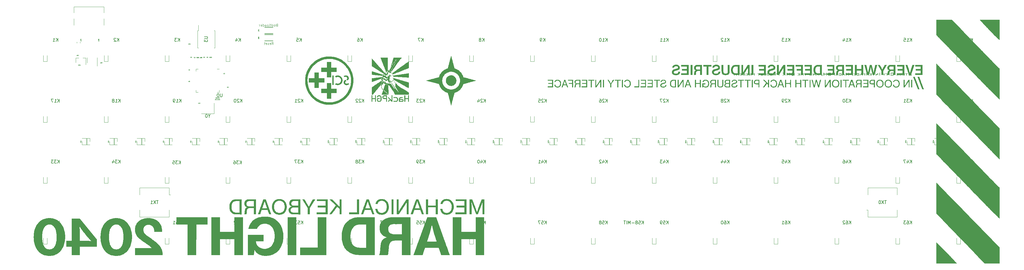
<source format=gbr>
%TF.GenerationSoftware,KiCad,Pcbnew,(6.0.0)*%
%TF.CreationDate,2022-04-25T19:56:53-04:00*%
%TF.ProjectId,HL-2040,484c2d32-3034-4302-9e6b-696361645f70,Mark 2 Rev F*%
%TF.SameCoordinates,Original*%
%TF.FileFunction,Legend,Bot*%
%TF.FilePolarity,Positive*%
%FSLAX46Y46*%
G04 Gerber Fmt 4.6, Leading zero omitted, Abs format (unit mm)*
G04 Created by KiCad (PCBNEW (6.0.0)) date 2022-04-25 19:56:53*
%MOMM*%
%LPD*%
G01*
G04 APERTURE LIST*
%ADD10C,0.100000*%
%ADD11C,0.150000*%
%ADD12C,0.040000*%
%ADD13C,0.127000*%
%ADD14C,0.120000*%
%ADD15C,0.075000*%
G04 APERTURE END LIST*
D10*
X106592571Y-79206285D02*
X106842571Y-78849142D01*
X107021142Y-79206285D02*
X107021142Y-78456285D01*
X106735428Y-78456285D01*
X106664000Y-78492000D01*
X106628285Y-78527714D01*
X106592571Y-78599142D01*
X106592571Y-78706285D01*
X106628285Y-78777714D01*
X106664000Y-78813428D01*
X106735428Y-78849142D01*
X107021142Y-78849142D01*
X105985428Y-79170571D02*
X106056857Y-79206285D01*
X106199714Y-79206285D01*
X106271142Y-79170571D01*
X106306857Y-79099142D01*
X106306857Y-78813428D01*
X106271142Y-78742000D01*
X106199714Y-78706285D01*
X106056857Y-78706285D01*
X105985428Y-78742000D01*
X105949714Y-78813428D01*
X105949714Y-78884857D01*
X106306857Y-78956285D01*
X105664000Y-79170571D02*
X105592571Y-79206285D01*
X105449714Y-79206285D01*
X105378285Y-79170571D01*
X105342571Y-79099142D01*
X105342571Y-79063428D01*
X105378285Y-78992000D01*
X105449714Y-78956285D01*
X105556857Y-78956285D01*
X105628285Y-78920571D01*
X105664000Y-78849142D01*
X105664000Y-78813428D01*
X105628285Y-78742000D01*
X105556857Y-78706285D01*
X105449714Y-78706285D01*
X105378285Y-78742000D01*
X104735428Y-79170571D02*
X104806857Y-79206285D01*
X104949714Y-79206285D01*
X105021142Y-79170571D01*
X105056857Y-79099142D01*
X105056857Y-78813428D01*
X105021142Y-78742000D01*
X104949714Y-78706285D01*
X104806857Y-78706285D01*
X104735428Y-78742000D01*
X104699714Y-78813428D01*
X104699714Y-78884857D01*
X105056857Y-78956285D01*
X104485428Y-78706285D02*
X104199714Y-78706285D01*
X104378285Y-78456285D02*
X104378285Y-79099142D01*
X104342571Y-79170571D01*
X104271142Y-79206285D01*
X104199714Y-79206285D01*
D11*
X146692559Y-135389880D02*
X146692559Y-134389880D01*
X146121130Y-135389880D02*
X146549702Y-134818452D01*
X146121130Y-134389880D02*
X146692559Y-134961309D01*
X145216369Y-134389880D02*
X145692559Y-134389880D01*
X145740178Y-134866071D01*
X145692559Y-134818452D01*
X145597321Y-134770833D01*
X145359226Y-134770833D01*
X145263988Y-134818452D01*
X145216369Y-134866071D01*
X145168749Y-134961309D01*
X145168749Y-135199404D01*
X145216369Y-135294642D01*
X145263988Y-135342261D01*
X145359226Y-135389880D01*
X145597321Y-135389880D01*
X145692559Y-135342261D01*
X145740178Y-135294642D01*
X144311607Y-134723214D02*
X144311607Y-135389880D01*
X144549702Y-134342261D02*
X144787797Y-135056547D01*
X144168749Y-135056547D01*
X143787797Y-135008928D02*
X143025892Y-135008928D01*
X142549702Y-135389880D02*
X142549702Y-134389880D01*
X142216369Y-135104166D01*
X141883035Y-134389880D01*
X141883035Y-135389880D01*
X141406845Y-135389880D02*
X141406845Y-134389880D01*
X141073511Y-134389880D02*
X140502083Y-134389880D01*
X140787797Y-135389880D02*
X140787797Y-134389880D01*
D10*
X108144142Y-73098428D02*
X108037000Y-73134142D01*
X108001285Y-73169857D01*
X107965571Y-73241285D01*
X107965571Y-73348428D01*
X108001285Y-73419857D01*
X108037000Y-73455571D01*
X108108428Y-73491285D01*
X108394142Y-73491285D01*
X108394142Y-72741285D01*
X108144142Y-72741285D01*
X108072714Y-72777000D01*
X108037000Y-72812714D01*
X108001285Y-72884142D01*
X108001285Y-72955571D01*
X108037000Y-73027000D01*
X108072714Y-73062714D01*
X108144142Y-73098428D01*
X108394142Y-73098428D01*
X107537000Y-73491285D02*
X107608428Y-73455571D01*
X107644142Y-73419857D01*
X107679857Y-73348428D01*
X107679857Y-73134142D01*
X107644142Y-73062714D01*
X107608428Y-73027000D01*
X107537000Y-72991285D01*
X107429857Y-72991285D01*
X107358428Y-73027000D01*
X107322714Y-73062714D01*
X107287000Y-73134142D01*
X107287000Y-73348428D01*
X107322714Y-73419857D01*
X107358428Y-73455571D01*
X107429857Y-73491285D01*
X107537000Y-73491285D01*
X106858428Y-73491285D02*
X106929857Y-73455571D01*
X106965571Y-73419857D01*
X107001285Y-73348428D01*
X107001285Y-73134142D01*
X106965571Y-73062714D01*
X106929857Y-73027000D01*
X106858428Y-72991285D01*
X106751285Y-72991285D01*
X106679857Y-73027000D01*
X106644142Y-73062714D01*
X106608428Y-73134142D01*
X106608428Y-73348428D01*
X106644142Y-73419857D01*
X106679857Y-73455571D01*
X106751285Y-73491285D01*
X106858428Y-73491285D01*
X106394142Y-72991285D02*
X106108428Y-72991285D01*
X106287000Y-72741285D02*
X106287000Y-73384142D01*
X106251285Y-73455571D01*
X106179857Y-73491285D01*
X106108428Y-73491285D01*
X105751285Y-73491285D02*
X105822714Y-73455571D01*
X105858428Y-73384142D01*
X105858428Y-72741285D01*
X105358428Y-73491285D02*
X105429857Y-73455571D01*
X105465571Y-73419857D01*
X105501285Y-73348428D01*
X105501285Y-73134142D01*
X105465571Y-73062714D01*
X105429857Y-73027000D01*
X105358428Y-72991285D01*
X105251285Y-72991285D01*
X105179857Y-73027000D01*
X105144142Y-73062714D01*
X105108428Y-73134142D01*
X105108428Y-73348428D01*
X105144142Y-73419857D01*
X105179857Y-73455571D01*
X105251285Y-73491285D01*
X105358428Y-73491285D01*
X104465571Y-73491285D02*
X104465571Y-73098428D01*
X104501285Y-73027000D01*
X104572714Y-72991285D01*
X104715571Y-72991285D01*
X104787000Y-73027000D01*
X104465571Y-73455571D02*
X104537000Y-73491285D01*
X104715571Y-73491285D01*
X104787000Y-73455571D01*
X104822714Y-73384142D01*
X104822714Y-73312714D01*
X104787000Y-73241285D01*
X104715571Y-73205571D01*
X104537000Y-73205571D01*
X104465571Y-73169857D01*
X103787000Y-73491285D02*
X103787000Y-72741285D01*
X103787000Y-73455571D02*
X103858428Y-73491285D01*
X104001285Y-73491285D01*
X104072714Y-73455571D01*
X104108428Y-73419857D01*
X104144142Y-73348428D01*
X104144142Y-73134142D01*
X104108428Y-73062714D01*
X104072714Y-73027000D01*
X104001285Y-72991285D01*
X103858428Y-72991285D01*
X103787000Y-73027000D01*
X103144142Y-73455571D02*
X103215571Y-73491285D01*
X103358428Y-73491285D01*
X103429857Y-73455571D01*
X103465571Y-73384142D01*
X103465571Y-73098428D01*
X103429857Y-73027000D01*
X103358428Y-72991285D01*
X103215571Y-72991285D01*
X103144142Y-73027000D01*
X103108428Y-73098428D01*
X103108428Y-73169857D01*
X103465571Y-73241285D01*
X102787000Y-73491285D02*
X102787000Y-72991285D01*
X102787000Y-73134142D02*
X102751285Y-73062714D01*
X102715571Y-73027000D01*
X102644142Y-72991285D01*
X102572714Y-72991285D01*
D11*
X222892559Y-135389880D02*
X222892559Y-134389880D01*
X222321130Y-135389880D02*
X222749702Y-134818452D01*
X222321130Y-134389880D02*
X222892559Y-134961309D01*
X221416369Y-134389880D02*
X221892559Y-134389880D01*
X221940178Y-134866071D01*
X221892559Y-134818452D01*
X221797321Y-134770833D01*
X221559226Y-134770833D01*
X221463988Y-134818452D01*
X221416369Y-134866071D01*
X221368749Y-134961309D01*
X221368749Y-135199404D01*
X221416369Y-135294642D01*
X221463988Y-135342261D01*
X221559226Y-135389880D01*
X221797321Y-135389880D01*
X221892559Y-135342261D01*
X221940178Y-135294642D01*
X220797321Y-134818452D02*
X220892559Y-134770833D01*
X220940178Y-134723214D01*
X220987797Y-134627976D01*
X220987797Y-134580357D01*
X220940178Y-134485119D01*
X220892559Y-134437500D01*
X220797321Y-134389880D01*
X220606845Y-134389880D01*
X220511607Y-134437500D01*
X220463988Y-134485119D01*
X220416369Y-134580357D01*
X220416369Y-134627976D01*
X220463988Y-134723214D01*
X220511607Y-134770833D01*
X220606845Y-134818452D01*
X220797321Y-134818452D01*
X220892559Y-134866071D01*
X220940178Y-134913690D01*
X220987797Y-135008928D01*
X220987797Y-135199404D01*
X220940178Y-135294642D01*
X220892559Y-135342261D01*
X220797321Y-135389880D01*
X220606845Y-135389880D01*
X220511607Y-135342261D01*
X220463988Y-135294642D01*
X220416369Y-135199404D01*
X220416369Y-135008928D01*
X220463988Y-134913690D01*
X220511607Y-134866071D01*
X220606845Y-134818452D01*
X219987797Y-135008928D02*
X219225892Y-135008928D01*
X218749702Y-135389880D02*
X218749702Y-134389880D01*
X218416369Y-135104166D01*
X218083035Y-134389880D01*
X218083035Y-135389880D01*
X217606845Y-135389880D02*
X217606845Y-134389880D01*
X217273511Y-134389880D02*
X216702083Y-134389880D01*
X216987797Y-135389880D02*
X216987797Y-134389880D01*
%TO.C,K2*%
X58681545Y-78239480D02*
X58681545Y-77239480D01*
X58110116Y-78239480D02*
X58538688Y-77668052D01*
X58110116Y-77239480D02*
X58681545Y-77810909D01*
X57729164Y-77334719D02*
X57681545Y-77287100D01*
X57586307Y-77239480D01*
X57348211Y-77239480D01*
X57252973Y-77287100D01*
X57205354Y-77334719D01*
X57157735Y-77429957D01*
X57157735Y-77525195D01*
X57205354Y-77668052D01*
X57776783Y-78239480D01*
X57157735Y-78239480D01*
%TO.C,K3*%
X77731545Y-78226780D02*
X77731545Y-77226780D01*
X77160116Y-78226780D02*
X77588688Y-77655352D01*
X77160116Y-77226780D02*
X77731545Y-77798209D01*
X76826783Y-77226780D02*
X76207735Y-77226780D01*
X76541069Y-77607733D01*
X76398211Y-77607733D01*
X76302973Y-77655352D01*
X76255354Y-77702971D01*
X76207735Y-77798209D01*
X76207735Y-78036304D01*
X76255354Y-78131542D01*
X76302973Y-78179161D01*
X76398211Y-78226780D01*
X76683926Y-78226780D01*
X76779164Y-78179161D01*
X76826783Y-78131542D01*
%TO.C,K6*%
X134881545Y-78239480D02*
X134881545Y-77239480D01*
X134310116Y-78239480D02*
X134738688Y-77668052D01*
X134310116Y-77239480D02*
X134881545Y-77810909D01*
X133452973Y-77239480D02*
X133643450Y-77239480D01*
X133738688Y-77287100D01*
X133786307Y-77334719D01*
X133881545Y-77477576D01*
X133929164Y-77668052D01*
X133929164Y-78049004D01*
X133881545Y-78144242D01*
X133833926Y-78191861D01*
X133738688Y-78239480D01*
X133548211Y-78239480D01*
X133452973Y-78191861D01*
X133405354Y-78144242D01*
X133357735Y-78049004D01*
X133357735Y-77810909D01*
X133405354Y-77715671D01*
X133452973Y-77668052D01*
X133548211Y-77620433D01*
X133738688Y-77620433D01*
X133833926Y-77668052D01*
X133881545Y-77715671D01*
X133929164Y-77810909D01*
%TO.C,K7*%
X153931545Y-78239480D02*
X153931545Y-77239480D01*
X153360116Y-78239480D02*
X153788688Y-77668052D01*
X153360116Y-77239480D02*
X153931545Y-77810909D01*
X153026783Y-77239480D02*
X152360116Y-77239480D01*
X152788688Y-78239480D01*
%TO.C,K8*%
X172981545Y-78239480D02*
X172981545Y-77239480D01*
X172410116Y-78239480D02*
X172838688Y-77668052D01*
X172410116Y-77239480D02*
X172981545Y-77810909D01*
X171838688Y-77668052D02*
X171933926Y-77620433D01*
X171981545Y-77572814D01*
X172029164Y-77477576D01*
X172029164Y-77429957D01*
X171981545Y-77334719D01*
X171933926Y-77287100D01*
X171838688Y-77239480D01*
X171648211Y-77239480D01*
X171552973Y-77287100D01*
X171505354Y-77334719D01*
X171457735Y-77429957D01*
X171457735Y-77477576D01*
X171505354Y-77572814D01*
X171552973Y-77620433D01*
X171648211Y-77668052D01*
X171838688Y-77668052D01*
X171933926Y-77715671D01*
X171981545Y-77763290D01*
X172029164Y-77858528D01*
X172029164Y-78049004D01*
X171981545Y-78144242D01*
X171933926Y-78191861D01*
X171838688Y-78239480D01*
X171648211Y-78239480D01*
X171552973Y-78191861D01*
X171505354Y-78144242D01*
X171457735Y-78049004D01*
X171457735Y-77858528D01*
X171505354Y-77763290D01*
X171552973Y-77715671D01*
X171648211Y-77668052D01*
%TO.C,K9*%
X192031845Y-78239880D02*
X192031845Y-77239880D01*
X191460416Y-78239880D02*
X191888988Y-77668452D01*
X191460416Y-77239880D02*
X192031845Y-77811309D01*
X190984226Y-78239880D02*
X190793750Y-78239880D01*
X190698511Y-78192261D01*
X190650892Y-78144642D01*
X190555654Y-78001785D01*
X190508035Y-77811309D01*
X190508035Y-77430357D01*
X190555654Y-77335119D01*
X190603273Y-77287500D01*
X190698511Y-77239880D01*
X190888988Y-77239880D01*
X190984226Y-77287500D01*
X191031845Y-77335119D01*
X191079464Y-77430357D01*
X191079464Y-77668452D01*
X191031845Y-77763690D01*
X190984226Y-77811309D01*
X190888988Y-77858928D01*
X190698511Y-77858928D01*
X190603273Y-77811309D01*
X190555654Y-77763690D01*
X190508035Y-77668452D01*
%TO.C,K10*%
X211557735Y-78239480D02*
X211557735Y-77239480D01*
X210986307Y-78239480D02*
X211414878Y-77668052D01*
X210986307Y-77239480D02*
X211557735Y-77810909D01*
X210033926Y-78239480D02*
X210605354Y-78239480D01*
X210319640Y-78239480D02*
X210319640Y-77239480D01*
X210414878Y-77382338D01*
X210510116Y-77477576D01*
X210605354Y-77525195D01*
X209414878Y-77239480D02*
X209319640Y-77239480D01*
X209224402Y-77287100D01*
X209176783Y-77334719D01*
X209129164Y-77429957D01*
X209081545Y-77620433D01*
X209081545Y-77858528D01*
X209129164Y-78049004D01*
X209176783Y-78144242D01*
X209224402Y-78191861D01*
X209319640Y-78239480D01*
X209414878Y-78239480D01*
X209510116Y-78191861D01*
X209557735Y-78144242D01*
X209605354Y-78049004D01*
X209652973Y-77858528D01*
X209652973Y-77620433D01*
X209605354Y-77429957D01*
X209557735Y-77334719D01*
X209510116Y-77287100D01*
X209414878Y-77239480D01*
%TO.C,K11*%
X230607735Y-78239480D02*
X230607735Y-77239480D01*
X230036307Y-78239480D02*
X230464878Y-77668052D01*
X230036307Y-77239480D02*
X230607735Y-77810909D01*
X229083926Y-78239480D02*
X229655354Y-78239480D01*
X229369640Y-78239480D02*
X229369640Y-77239480D01*
X229464878Y-77382338D01*
X229560116Y-77477576D01*
X229655354Y-77525195D01*
X228131545Y-78239480D02*
X228702973Y-78239480D01*
X228417259Y-78239480D02*
X228417259Y-77239480D01*
X228512497Y-77382338D01*
X228607735Y-77477576D01*
X228702973Y-77525195D01*
%TO.C,K12*%
X249657735Y-78239480D02*
X249657735Y-77239480D01*
X249086307Y-78239480D02*
X249514878Y-77668052D01*
X249086307Y-77239480D02*
X249657735Y-77810909D01*
X248133926Y-78239480D02*
X248705354Y-78239480D01*
X248419640Y-78239480D02*
X248419640Y-77239480D01*
X248514878Y-77382338D01*
X248610116Y-77477576D01*
X248705354Y-77525195D01*
X247752973Y-77334719D02*
X247705354Y-77287100D01*
X247610116Y-77239480D01*
X247372021Y-77239480D01*
X247276783Y-77287100D01*
X247229164Y-77334719D01*
X247181545Y-77429957D01*
X247181545Y-77525195D01*
X247229164Y-77668052D01*
X247800592Y-78239480D01*
X247181545Y-78239480D01*
%TO.C,K13*%
X268707735Y-78239480D02*
X268707735Y-77239480D01*
X268136307Y-78239480D02*
X268564878Y-77668052D01*
X268136307Y-77239480D02*
X268707735Y-77810909D01*
X267183926Y-78239480D02*
X267755354Y-78239480D01*
X267469640Y-78239480D02*
X267469640Y-77239480D01*
X267564878Y-77382338D01*
X267660116Y-77477576D01*
X267755354Y-77525195D01*
X266850592Y-77239480D02*
X266231545Y-77239480D01*
X266564878Y-77620433D01*
X266422021Y-77620433D01*
X266326783Y-77668052D01*
X266279164Y-77715671D01*
X266231545Y-77810909D01*
X266231545Y-78049004D01*
X266279164Y-78144242D01*
X266326783Y-78191861D01*
X266422021Y-78239480D01*
X266707735Y-78239480D01*
X266802973Y-78191861D01*
X266850592Y-78144242D01*
%TO.C,K14*%
X287757735Y-78239480D02*
X287757735Y-77239480D01*
X287186307Y-78239480D02*
X287614878Y-77668052D01*
X287186307Y-77239480D02*
X287757735Y-77810909D01*
X286233926Y-78239480D02*
X286805354Y-78239480D01*
X286519640Y-78239480D02*
X286519640Y-77239480D01*
X286614878Y-77382338D01*
X286710116Y-77477576D01*
X286805354Y-77525195D01*
X285376783Y-77572814D02*
X285376783Y-78239480D01*
X285614878Y-77191861D02*
X285852973Y-77906147D01*
X285233926Y-77906147D01*
%TO.C,K15*%
X306807735Y-78239480D02*
X306807735Y-77239480D01*
X306236307Y-78239480D02*
X306664878Y-77668052D01*
X306236307Y-77239480D02*
X306807735Y-77810909D01*
X305283926Y-78239480D02*
X305855354Y-78239480D01*
X305569640Y-78239480D02*
X305569640Y-77239480D01*
X305664878Y-77382338D01*
X305760116Y-77477576D01*
X305855354Y-77525195D01*
X304379164Y-77239480D02*
X304855354Y-77239480D01*
X304902973Y-77715671D01*
X304855354Y-77668052D01*
X304760116Y-77620433D01*
X304522021Y-77620433D01*
X304426783Y-77668052D01*
X304379164Y-77715671D01*
X304331545Y-77810909D01*
X304331545Y-78049004D01*
X304379164Y-78144242D01*
X304426783Y-78191861D01*
X304522021Y-78239480D01*
X304760116Y-78239480D01*
X304855354Y-78191861D01*
X304902973Y-78144242D01*
%TO.C,K16*%
X325857735Y-78239480D02*
X325857735Y-77239480D01*
X325286307Y-78239480D02*
X325714878Y-77668052D01*
X325286307Y-77239480D02*
X325857735Y-77810909D01*
X324333926Y-78239480D02*
X324905354Y-78239480D01*
X324619640Y-78239480D02*
X324619640Y-77239480D01*
X324714878Y-77382338D01*
X324810116Y-77477576D01*
X324905354Y-77525195D01*
X323476783Y-77239480D02*
X323667259Y-77239480D01*
X323762497Y-77287100D01*
X323810116Y-77334719D01*
X323905354Y-77477576D01*
X323952973Y-77668052D01*
X323952973Y-78049004D01*
X323905354Y-78144242D01*
X323857735Y-78191861D01*
X323762497Y-78239480D01*
X323572021Y-78239480D01*
X323476783Y-78191861D01*
X323429164Y-78144242D01*
X323381545Y-78049004D01*
X323381545Y-77810909D01*
X323429164Y-77715671D01*
X323476783Y-77668052D01*
X323572021Y-77620433D01*
X323762497Y-77620433D01*
X323857735Y-77668052D01*
X323905354Y-77715671D01*
X323952973Y-77810909D01*
%TO.C,K17*%
X40108035Y-97289880D02*
X40108035Y-96289880D01*
X39536607Y-97289880D02*
X39965178Y-96718452D01*
X39536607Y-96289880D02*
X40108035Y-96861309D01*
X38584226Y-97289880D02*
X39155654Y-97289880D01*
X38869940Y-97289880D02*
X38869940Y-96289880D01*
X38965178Y-96432738D01*
X39060416Y-96527976D01*
X39155654Y-96575595D01*
X38250892Y-96289880D02*
X37584226Y-96289880D01*
X38012797Y-97289880D01*
%TO.C,K18*%
X59157735Y-97289480D02*
X59157735Y-96289480D01*
X58586307Y-97289480D02*
X59014878Y-96718052D01*
X58586307Y-96289480D02*
X59157735Y-96860909D01*
X57633926Y-97289480D02*
X58205354Y-97289480D01*
X57919640Y-97289480D02*
X57919640Y-96289480D01*
X58014878Y-96432338D01*
X58110116Y-96527576D01*
X58205354Y-96575195D01*
X57062497Y-96718052D02*
X57157735Y-96670433D01*
X57205354Y-96622814D01*
X57252973Y-96527576D01*
X57252973Y-96479957D01*
X57205354Y-96384719D01*
X57157735Y-96337100D01*
X57062497Y-96289480D01*
X56872021Y-96289480D01*
X56776783Y-96337100D01*
X56729164Y-96384719D01*
X56681545Y-96479957D01*
X56681545Y-96527576D01*
X56729164Y-96622814D01*
X56776783Y-96670433D01*
X56872021Y-96718052D01*
X57062497Y-96718052D01*
X57157735Y-96765671D01*
X57205354Y-96813290D01*
X57252973Y-96908528D01*
X57252973Y-97099004D01*
X57205354Y-97194242D01*
X57157735Y-97241861D01*
X57062497Y-97289480D01*
X56872021Y-97289480D01*
X56776783Y-97241861D01*
X56729164Y-97194242D01*
X56681545Y-97099004D01*
X56681545Y-96908528D01*
X56729164Y-96813290D01*
X56776783Y-96765671D01*
X56872021Y-96718052D01*
%TO.C,K19*%
X78207735Y-97289480D02*
X78207735Y-96289480D01*
X77636307Y-97289480D02*
X78064878Y-96718052D01*
X77636307Y-96289480D02*
X78207735Y-96860909D01*
X76683926Y-97289480D02*
X77255354Y-97289480D01*
X76969640Y-97289480D02*
X76969640Y-96289480D01*
X77064878Y-96432338D01*
X77160116Y-96527576D01*
X77255354Y-96575195D01*
X76207735Y-97289480D02*
X76017259Y-97289480D01*
X75922021Y-97241861D01*
X75874402Y-97194242D01*
X75779164Y-97051385D01*
X75731545Y-96860909D01*
X75731545Y-96479957D01*
X75779164Y-96384719D01*
X75826783Y-96337100D01*
X75922021Y-96289480D01*
X76112497Y-96289480D01*
X76207735Y-96337100D01*
X76255354Y-96384719D01*
X76302973Y-96479957D01*
X76302973Y-96718052D01*
X76255354Y-96813290D01*
X76207735Y-96860909D01*
X76112497Y-96908528D01*
X75922021Y-96908528D01*
X75826783Y-96860909D01*
X75779164Y-96813290D01*
X75731545Y-96718052D01*
%TO.C,K22*%
X135357735Y-97289480D02*
X135357735Y-96289480D01*
X134786307Y-97289480D02*
X135214878Y-96718052D01*
X134786307Y-96289480D02*
X135357735Y-96860909D01*
X134405354Y-96384719D02*
X134357735Y-96337100D01*
X134262497Y-96289480D01*
X134024402Y-96289480D01*
X133929164Y-96337100D01*
X133881545Y-96384719D01*
X133833926Y-96479957D01*
X133833926Y-96575195D01*
X133881545Y-96718052D01*
X134452973Y-97289480D01*
X133833926Y-97289480D01*
X133452973Y-96384719D02*
X133405354Y-96337100D01*
X133310116Y-96289480D01*
X133072021Y-96289480D01*
X132976783Y-96337100D01*
X132929164Y-96384719D01*
X132881545Y-96479957D01*
X132881545Y-96575195D01*
X132929164Y-96718052D01*
X133500592Y-97289480D01*
X132881545Y-97289480D01*
%TO.C,K23*%
X154407735Y-97289480D02*
X154407735Y-96289480D01*
X153836307Y-97289480D02*
X154264878Y-96718052D01*
X153836307Y-96289480D02*
X154407735Y-96860909D01*
X153455354Y-96384719D02*
X153407735Y-96337100D01*
X153312497Y-96289480D01*
X153074402Y-96289480D01*
X152979164Y-96337100D01*
X152931545Y-96384719D01*
X152883926Y-96479957D01*
X152883926Y-96575195D01*
X152931545Y-96718052D01*
X153502973Y-97289480D01*
X152883926Y-97289480D01*
X152550592Y-96289480D02*
X151931545Y-96289480D01*
X152264878Y-96670433D01*
X152122021Y-96670433D01*
X152026783Y-96718052D01*
X151979164Y-96765671D01*
X151931545Y-96860909D01*
X151931545Y-97099004D01*
X151979164Y-97194242D01*
X152026783Y-97241861D01*
X152122021Y-97289480D01*
X152407735Y-97289480D01*
X152502973Y-97241861D01*
X152550592Y-97194242D01*
%TO.C,K24*%
X173457735Y-97289480D02*
X173457735Y-96289480D01*
X172886307Y-97289480D02*
X173314878Y-96718052D01*
X172886307Y-96289480D02*
X173457735Y-96860909D01*
X172505354Y-96384719D02*
X172457735Y-96337100D01*
X172362497Y-96289480D01*
X172124402Y-96289480D01*
X172029164Y-96337100D01*
X171981545Y-96384719D01*
X171933926Y-96479957D01*
X171933926Y-96575195D01*
X171981545Y-96718052D01*
X172552973Y-97289480D01*
X171933926Y-97289480D01*
X171076783Y-96622814D02*
X171076783Y-97289480D01*
X171314878Y-96241861D02*
X171552973Y-96956147D01*
X170933926Y-96956147D01*
%TO.C,K25*%
X192507735Y-97289480D02*
X192507735Y-96289480D01*
X191936307Y-97289480D02*
X192364878Y-96718052D01*
X191936307Y-96289480D02*
X192507735Y-96860909D01*
X191555354Y-96384719D02*
X191507735Y-96337100D01*
X191412497Y-96289480D01*
X191174402Y-96289480D01*
X191079164Y-96337100D01*
X191031545Y-96384719D01*
X190983926Y-96479957D01*
X190983926Y-96575195D01*
X191031545Y-96718052D01*
X191602973Y-97289480D01*
X190983926Y-97289480D01*
X190079164Y-96289480D02*
X190555354Y-96289480D01*
X190602973Y-96765671D01*
X190555354Y-96718052D01*
X190460116Y-96670433D01*
X190222021Y-96670433D01*
X190126783Y-96718052D01*
X190079164Y-96765671D01*
X190031545Y-96860909D01*
X190031545Y-97099004D01*
X190079164Y-97194242D01*
X190126783Y-97241861D01*
X190222021Y-97289480D01*
X190460116Y-97289480D01*
X190555354Y-97241861D01*
X190602973Y-97194242D01*
%TO.C,K26*%
X211557735Y-97289480D02*
X211557735Y-96289480D01*
X210986307Y-97289480D02*
X211414878Y-96718052D01*
X210986307Y-96289480D02*
X211557735Y-96860909D01*
X210605354Y-96384719D02*
X210557735Y-96337100D01*
X210462497Y-96289480D01*
X210224402Y-96289480D01*
X210129164Y-96337100D01*
X210081545Y-96384719D01*
X210033926Y-96479957D01*
X210033926Y-96575195D01*
X210081545Y-96718052D01*
X210652973Y-97289480D01*
X210033926Y-97289480D01*
X209176783Y-96289480D02*
X209367259Y-96289480D01*
X209462497Y-96337100D01*
X209510116Y-96384719D01*
X209605354Y-96527576D01*
X209652973Y-96718052D01*
X209652973Y-97099004D01*
X209605354Y-97194242D01*
X209557735Y-97241861D01*
X209462497Y-97289480D01*
X209272021Y-97289480D01*
X209176783Y-97241861D01*
X209129164Y-97194242D01*
X209081545Y-97099004D01*
X209081545Y-96860909D01*
X209129164Y-96765671D01*
X209176783Y-96718052D01*
X209272021Y-96670433D01*
X209462497Y-96670433D01*
X209557735Y-96718052D01*
X209605354Y-96765671D01*
X209652973Y-96860909D01*
%TO.C,K27*%
X230607735Y-97289480D02*
X230607735Y-96289480D01*
X230036307Y-97289480D02*
X230464878Y-96718052D01*
X230036307Y-96289480D02*
X230607735Y-96860909D01*
X229655354Y-96384719D02*
X229607735Y-96337100D01*
X229512497Y-96289480D01*
X229274402Y-96289480D01*
X229179164Y-96337100D01*
X229131545Y-96384719D01*
X229083926Y-96479957D01*
X229083926Y-96575195D01*
X229131545Y-96718052D01*
X229702973Y-97289480D01*
X229083926Y-97289480D01*
X228750592Y-96289480D02*
X228083926Y-96289480D01*
X228512497Y-97289480D01*
%TO.C,K28*%
X249657735Y-97289480D02*
X249657735Y-96289480D01*
X249086307Y-97289480D02*
X249514878Y-96718052D01*
X249086307Y-96289480D02*
X249657735Y-96860909D01*
X248705354Y-96384719D02*
X248657735Y-96337100D01*
X248562497Y-96289480D01*
X248324402Y-96289480D01*
X248229164Y-96337100D01*
X248181545Y-96384719D01*
X248133926Y-96479957D01*
X248133926Y-96575195D01*
X248181545Y-96718052D01*
X248752973Y-97289480D01*
X248133926Y-97289480D01*
X247562497Y-96718052D02*
X247657735Y-96670433D01*
X247705354Y-96622814D01*
X247752973Y-96527576D01*
X247752973Y-96479957D01*
X247705354Y-96384719D01*
X247657735Y-96337100D01*
X247562497Y-96289480D01*
X247372021Y-96289480D01*
X247276783Y-96337100D01*
X247229164Y-96384719D01*
X247181545Y-96479957D01*
X247181545Y-96527576D01*
X247229164Y-96622814D01*
X247276783Y-96670433D01*
X247372021Y-96718052D01*
X247562497Y-96718052D01*
X247657735Y-96765671D01*
X247705354Y-96813290D01*
X247752973Y-96908528D01*
X247752973Y-97099004D01*
X247705354Y-97194242D01*
X247657735Y-97241861D01*
X247562497Y-97289480D01*
X247372021Y-97289480D01*
X247276783Y-97241861D01*
X247229164Y-97194242D01*
X247181545Y-97099004D01*
X247181545Y-96908528D01*
X247229164Y-96813290D01*
X247276783Y-96765671D01*
X247372021Y-96718052D01*
%TO.C,K29*%
X268707735Y-97289480D02*
X268707735Y-96289480D01*
X268136307Y-97289480D02*
X268564878Y-96718052D01*
X268136307Y-96289480D02*
X268707735Y-96860909D01*
X267755354Y-96384719D02*
X267707735Y-96337100D01*
X267612497Y-96289480D01*
X267374402Y-96289480D01*
X267279164Y-96337100D01*
X267231545Y-96384719D01*
X267183926Y-96479957D01*
X267183926Y-96575195D01*
X267231545Y-96718052D01*
X267802973Y-97289480D01*
X267183926Y-97289480D01*
X266707735Y-97289480D02*
X266517259Y-97289480D01*
X266422021Y-97241861D01*
X266374402Y-97194242D01*
X266279164Y-97051385D01*
X266231545Y-96860909D01*
X266231545Y-96479957D01*
X266279164Y-96384719D01*
X266326783Y-96337100D01*
X266422021Y-96289480D01*
X266612497Y-96289480D01*
X266707735Y-96337100D01*
X266755354Y-96384719D01*
X266802973Y-96479957D01*
X266802973Y-96718052D01*
X266755354Y-96813290D01*
X266707735Y-96860909D01*
X266612497Y-96908528D01*
X266422021Y-96908528D01*
X266326783Y-96860909D01*
X266279164Y-96813290D01*
X266231545Y-96718052D01*
%TO.C,K30*%
X287757735Y-97289480D02*
X287757735Y-96289480D01*
X287186307Y-97289480D02*
X287614878Y-96718052D01*
X287186307Y-96289480D02*
X287757735Y-96860909D01*
X286852973Y-96289480D02*
X286233926Y-96289480D01*
X286567259Y-96670433D01*
X286424402Y-96670433D01*
X286329164Y-96718052D01*
X286281545Y-96765671D01*
X286233926Y-96860909D01*
X286233926Y-97099004D01*
X286281545Y-97194242D01*
X286329164Y-97241861D01*
X286424402Y-97289480D01*
X286710116Y-97289480D01*
X286805354Y-97241861D01*
X286852973Y-97194242D01*
X285614878Y-96289480D02*
X285519640Y-96289480D01*
X285424402Y-96337100D01*
X285376783Y-96384719D01*
X285329164Y-96479957D01*
X285281545Y-96670433D01*
X285281545Y-96908528D01*
X285329164Y-97099004D01*
X285376783Y-97194242D01*
X285424402Y-97241861D01*
X285519640Y-97289480D01*
X285614878Y-97289480D01*
X285710116Y-97241861D01*
X285757735Y-97194242D01*
X285805354Y-97099004D01*
X285852973Y-96908528D01*
X285852973Y-96670433D01*
X285805354Y-96479957D01*
X285757735Y-96384719D01*
X285710116Y-96337100D01*
X285614878Y-96289480D01*
%TO.C,K31*%
X306807735Y-97289480D02*
X306807735Y-96289480D01*
X306236307Y-97289480D02*
X306664878Y-96718052D01*
X306236307Y-96289480D02*
X306807735Y-96860909D01*
X305902973Y-96289480D02*
X305283926Y-96289480D01*
X305617259Y-96670433D01*
X305474402Y-96670433D01*
X305379164Y-96718052D01*
X305331545Y-96765671D01*
X305283926Y-96860909D01*
X305283926Y-97099004D01*
X305331545Y-97194242D01*
X305379164Y-97241861D01*
X305474402Y-97289480D01*
X305760116Y-97289480D01*
X305855354Y-97241861D01*
X305902973Y-97194242D01*
X304331545Y-97289480D02*
X304902973Y-97289480D01*
X304617259Y-97289480D02*
X304617259Y-96289480D01*
X304712497Y-96432338D01*
X304807735Y-96527576D01*
X304902973Y-96575195D01*
%TO.C,K32*%
X325857735Y-97289480D02*
X325857735Y-96289480D01*
X325286307Y-97289480D02*
X325714878Y-96718052D01*
X325286307Y-96289480D02*
X325857735Y-96860909D01*
X324952973Y-96289480D02*
X324333926Y-96289480D01*
X324667259Y-96670433D01*
X324524402Y-96670433D01*
X324429164Y-96718052D01*
X324381545Y-96765671D01*
X324333926Y-96860909D01*
X324333926Y-97099004D01*
X324381545Y-97194242D01*
X324429164Y-97241861D01*
X324524402Y-97289480D01*
X324810116Y-97289480D01*
X324905354Y-97241861D01*
X324952973Y-97194242D01*
X323952973Y-96384719D02*
X323905354Y-96337100D01*
X323810116Y-96289480D01*
X323572021Y-96289480D01*
X323476783Y-96337100D01*
X323429164Y-96384719D01*
X323381545Y-96479957D01*
X323381545Y-96575195D01*
X323429164Y-96718052D01*
X324000592Y-97289480D01*
X323381545Y-97289480D01*
%TO.C,K33*%
X40108035Y-116339880D02*
X40108035Y-115339880D01*
X39536607Y-116339880D02*
X39965178Y-115768452D01*
X39536607Y-115339880D02*
X40108035Y-115911309D01*
X39203273Y-115339880D02*
X38584226Y-115339880D01*
X38917559Y-115720833D01*
X38774702Y-115720833D01*
X38679464Y-115768452D01*
X38631845Y-115816071D01*
X38584226Y-115911309D01*
X38584226Y-116149404D01*
X38631845Y-116244642D01*
X38679464Y-116292261D01*
X38774702Y-116339880D01*
X39060416Y-116339880D01*
X39155654Y-116292261D01*
X39203273Y-116244642D01*
X38250892Y-115339880D02*
X37631845Y-115339880D01*
X37965178Y-115720833D01*
X37822321Y-115720833D01*
X37727083Y-115768452D01*
X37679464Y-115816071D01*
X37631845Y-115911309D01*
X37631845Y-116149404D01*
X37679464Y-116244642D01*
X37727083Y-116292261D01*
X37822321Y-116339880D01*
X38108035Y-116339880D01*
X38203273Y-116292261D01*
X38250892Y-116244642D01*
%TO.C,K34*%
X59158035Y-116339880D02*
X59158035Y-115339880D01*
X58586607Y-116339880D02*
X59015178Y-115768452D01*
X58586607Y-115339880D02*
X59158035Y-115911309D01*
X58253273Y-115339880D02*
X57634226Y-115339880D01*
X57967559Y-115720833D01*
X57824702Y-115720833D01*
X57729464Y-115768452D01*
X57681845Y-115816071D01*
X57634226Y-115911309D01*
X57634226Y-116149404D01*
X57681845Y-116244642D01*
X57729464Y-116292261D01*
X57824702Y-116339880D01*
X58110416Y-116339880D01*
X58205654Y-116292261D01*
X58253273Y-116244642D01*
X56777083Y-115673214D02*
X56777083Y-116339880D01*
X57015178Y-115292261D02*
X57253273Y-116006547D01*
X56634226Y-116006547D01*
%TO.C,K35*%
X78048985Y-116561730D02*
X78048985Y-115561730D01*
X77477557Y-116561730D02*
X77906128Y-115990302D01*
X77477557Y-115561730D02*
X78048985Y-116133159D01*
X77144223Y-115561730D02*
X76525176Y-115561730D01*
X76858509Y-115942683D01*
X76715652Y-115942683D01*
X76620414Y-115990302D01*
X76572795Y-116037921D01*
X76525176Y-116133159D01*
X76525176Y-116371254D01*
X76572795Y-116466492D01*
X76620414Y-116514111D01*
X76715652Y-116561730D01*
X77001366Y-116561730D01*
X77096604Y-116514111D01*
X77144223Y-116466492D01*
X75620414Y-115561730D02*
X76096604Y-115561730D01*
X76144223Y-116037921D01*
X76096604Y-115990302D01*
X76001366Y-115942683D01*
X75763271Y-115942683D01*
X75668033Y-115990302D01*
X75620414Y-116037921D01*
X75572795Y-116133159D01*
X75572795Y-116371254D01*
X75620414Y-116466492D01*
X75668033Y-116514111D01*
X75763271Y-116561730D01*
X76001366Y-116561730D01*
X76096604Y-116514111D01*
X76144223Y-116466492D01*
%TO.C,K36*%
X97098985Y-116561730D02*
X97098985Y-115561730D01*
X96527557Y-116561730D02*
X96956128Y-115990302D01*
X96527557Y-115561730D02*
X97098985Y-116133159D01*
X96194223Y-115561730D02*
X95575176Y-115561730D01*
X95908509Y-115942683D01*
X95765652Y-115942683D01*
X95670414Y-115990302D01*
X95622795Y-116037921D01*
X95575176Y-116133159D01*
X95575176Y-116371254D01*
X95622795Y-116466492D01*
X95670414Y-116514111D01*
X95765652Y-116561730D01*
X96051366Y-116561730D01*
X96146604Y-116514111D01*
X96194223Y-116466492D01*
X94718033Y-115561730D02*
X94908509Y-115561730D01*
X95003747Y-115609350D01*
X95051366Y-115656969D01*
X95146604Y-115799826D01*
X95194223Y-115990302D01*
X95194223Y-116371254D01*
X95146604Y-116466492D01*
X95098985Y-116514111D01*
X95003747Y-116561730D01*
X94813271Y-116561730D01*
X94718033Y-116514111D01*
X94670414Y-116466492D01*
X94622795Y-116371254D01*
X94622795Y-116133159D01*
X94670414Y-116037921D01*
X94718033Y-115990302D01*
X94813271Y-115942683D01*
X95003747Y-115942683D01*
X95098985Y-115990302D01*
X95146604Y-116037921D01*
X95194223Y-116133159D01*
%TO.C,K37*%
X116307735Y-116339480D02*
X116307735Y-115339480D01*
X115736307Y-116339480D02*
X116164878Y-115768052D01*
X115736307Y-115339480D02*
X116307735Y-115910909D01*
X115402973Y-115339480D02*
X114783926Y-115339480D01*
X115117259Y-115720433D01*
X114974402Y-115720433D01*
X114879164Y-115768052D01*
X114831545Y-115815671D01*
X114783926Y-115910909D01*
X114783926Y-116149004D01*
X114831545Y-116244242D01*
X114879164Y-116291861D01*
X114974402Y-116339480D01*
X115260116Y-116339480D01*
X115355354Y-116291861D01*
X115402973Y-116244242D01*
X114450592Y-115339480D02*
X113783926Y-115339480D01*
X114212497Y-116339480D01*
%TO.C,K38*%
X135357735Y-116339480D02*
X135357735Y-115339480D01*
X134786307Y-116339480D02*
X135214878Y-115768052D01*
X134786307Y-115339480D02*
X135357735Y-115910909D01*
X134452973Y-115339480D02*
X133833926Y-115339480D01*
X134167259Y-115720433D01*
X134024402Y-115720433D01*
X133929164Y-115768052D01*
X133881545Y-115815671D01*
X133833926Y-115910909D01*
X133833926Y-116149004D01*
X133881545Y-116244242D01*
X133929164Y-116291861D01*
X134024402Y-116339480D01*
X134310116Y-116339480D01*
X134405354Y-116291861D01*
X134452973Y-116244242D01*
X133262497Y-115768052D02*
X133357735Y-115720433D01*
X133405354Y-115672814D01*
X133452973Y-115577576D01*
X133452973Y-115529957D01*
X133405354Y-115434719D01*
X133357735Y-115387100D01*
X133262497Y-115339480D01*
X133072021Y-115339480D01*
X132976783Y-115387100D01*
X132929164Y-115434719D01*
X132881545Y-115529957D01*
X132881545Y-115577576D01*
X132929164Y-115672814D01*
X132976783Y-115720433D01*
X133072021Y-115768052D01*
X133262497Y-115768052D01*
X133357735Y-115815671D01*
X133405354Y-115863290D01*
X133452973Y-115958528D01*
X133452973Y-116149004D01*
X133405354Y-116244242D01*
X133357735Y-116291861D01*
X133262497Y-116339480D01*
X133072021Y-116339480D01*
X132976783Y-116291861D01*
X132929164Y-116244242D01*
X132881545Y-116149004D01*
X132881545Y-115958528D01*
X132929164Y-115863290D01*
X132976783Y-115815671D01*
X133072021Y-115768052D01*
%TO.C,K39*%
X154407735Y-116339480D02*
X154407735Y-115339480D01*
X153836307Y-116339480D02*
X154264878Y-115768052D01*
X153836307Y-115339480D02*
X154407735Y-115910909D01*
X153502973Y-115339480D02*
X152883926Y-115339480D01*
X153217259Y-115720433D01*
X153074402Y-115720433D01*
X152979164Y-115768052D01*
X152931545Y-115815671D01*
X152883926Y-115910909D01*
X152883926Y-116149004D01*
X152931545Y-116244242D01*
X152979164Y-116291861D01*
X153074402Y-116339480D01*
X153360116Y-116339480D01*
X153455354Y-116291861D01*
X153502973Y-116244242D01*
X152407735Y-116339480D02*
X152217259Y-116339480D01*
X152122021Y-116291861D01*
X152074402Y-116244242D01*
X151979164Y-116101385D01*
X151931545Y-115910909D01*
X151931545Y-115529957D01*
X151979164Y-115434719D01*
X152026783Y-115387100D01*
X152122021Y-115339480D01*
X152312497Y-115339480D01*
X152407735Y-115387100D01*
X152455354Y-115434719D01*
X152502973Y-115529957D01*
X152502973Y-115768052D01*
X152455354Y-115863290D01*
X152407735Y-115910909D01*
X152312497Y-115958528D01*
X152122021Y-115958528D01*
X152026783Y-115910909D01*
X151979164Y-115863290D01*
X151931545Y-115768052D01*
%TO.C,K40*%
X173457735Y-116339480D02*
X173457735Y-115339480D01*
X172886307Y-116339480D02*
X173314878Y-115768052D01*
X172886307Y-115339480D02*
X173457735Y-115910909D01*
X172029164Y-115672814D02*
X172029164Y-116339480D01*
X172267259Y-115291861D02*
X172505354Y-116006147D01*
X171886307Y-116006147D01*
X171314878Y-115339480D02*
X171219640Y-115339480D01*
X171124402Y-115387100D01*
X171076783Y-115434719D01*
X171029164Y-115529957D01*
X170981545Y-115720433D01*
X170981545Y-115958528D01*
X171029164Y-116149004D01*
X171076783Y-116244242D01*
X171124402Y-116291861D01*
X171219640Y-116339480D01*
X171314878Y-116339480D01*
X171410116Y-116291861D01*
X171457735Y-116244242D01*
X171505354Y-116149004D01*
X171552973Y-115958528D01*
X171552973Y-115720433D01*
X171505354Y-115529957D01*
X171457735Y-115434719D01*
X171410116Y-115387100D01*
X171314878Y-115339480D01*
%TO.C,K41*%
X192507735Y-116339480D02*
X192507735Y-115339480D01*
X191936307Y-116339480D02*
X192364878Y-115768052D01*
X191936307Y-115339480D02*
X192507735Y-115910909D01*
X191079164Y-115672814D02*
X191079164Y-116339480D01*
X191317259Y-115291861D02*
X191555354Y-116006147D01*
X190936307Y-116006147D01*
X190031545Y-116339480D02*
X190602973Y-116339480D01*
X190317259Y-116339480D02*
X190317259Y-115339480D01*
X190412497Y-115482338D01*
X190507735Y-115577576D01*
X190602973Y-115625195D01*
%TO.C,K42*%
X211557735Y-116339480D02*
X211557735Y-115339480D01*
X210986307Y-116339480D02*
X211414878Y-115768052D01*
X210986307Y-115339480D02*
X211557735Y-115910909D01*
X210129164Y-115672814D02*
X210129164Y-116339480D01*
X210367259Y-115291861D02*
X210605354Y-116006147D01*
X209986307Y-116006147D01*
X209652973Y-115434719D02*
X209605354Y-115387100D01*
X209510116Y-115339480D01*
X209272021Y-115339480D01*
X209176783Y-115387100D01*
X209129164Y-115434719D01*
X209081545Y-115529957D01*
X209081545Y-115625195D01*
X209129164Y-115768052D01*
X209700592Y-116339480D01*
X209081545Y-116339480D01*
%TO.C,K43*%
X230607735Y-116339480D02*
X230607735Y-115339480D01*
X230036307Y-116339480D02*
X230464878Y-115768052D01*
X230036307Y-115339480D02*
X230607735Y-115910909D01*
X229179164Y-115672814D02*
X229179164Y-116339480D01*
X229417259Y-115291861D02*
X229655354Y-116006147D01*
X229036307Y-116006147D01*
X228750592Y-115339480D02*
X228131545Y-115339480D01*
X228464878Y-115720433D01*
X228322021Y-115720433D01*
X228226783Y-115768052D01*
X228179164Y-115815671D01*
X228131545Y-115910909D01*
X228131545Y-116149004D01*
X228179164Y-116244242D01*
X228226783Y-116291861D01*
X228322021Y-116339480D01*
X228607735Y-116339480D01*
X228702973Y-116291861D01*
X228750592Y-116244242D01*
%TO.C,K44*%
X249657735Y-116339480D02*
X249657735Y-115339480D01*
X249086307Y-116339480D02*
X249514878Y-115768052D01*
X249086307Y-115339480D02*
X249657735Y-115910909D01*
X248229164Y-115672814D02*
X248229164Y-116339480D01*
X248467259Y-115291861D02*
X248705354Y-116006147D01*
X248086307Y-116006147D01*
X247276783Y-115672814D02*
X247276783Y-116339480D01*
X247514878Y-115291861D02*
X247752973Y-116006147D01*
X247133926Y-116006147D01*
%TO.C,K45*%
X268707735Y-116339480D02*
X268707735Y-115339480D01*
X268136307Y-116339480D02*
X268564878Y-115768052D01*
X268136307Y-115339480D02*
X268707735Y-115910909D01*
X267279164Y-115672814D02*
X267279164Y-116339480D01*
X267517259Y-115291861D02*
X267755354Y-116006147D01*
X267136307Y-116006147D01*
X266279164Y-115339480D02*
X266755354Y-115339480D01*
X266802973Y-115815671D01*
X266755354Y-115768052D01*
X266660116Y-115720433D01*
X266422021Y-115720433D01*
X266326783Y-115768052D01*
X266279164Y-115815671D01*
X266231545Y-115910909D01*
X266231545Y-116149004D01*
X266279164Y-116244242D01*
X266326783Y-116291861D01*
X266422021Y-116339480D01*
X266660116Y-116339480D01*
X266755354Y-116291861D01*
X266802973Y-116244242D01*
%TO.C,K46*%
X287757735Y-116339480D02*
X287757735Y-115339480D01*
X287186307Y-116339480D02*
X287614878Y-115768052D01*
X287186307Y-115339480D02*
X287757735Y-115910909D01*
X286329164Y-115672814D02*
X286329164Y-116339480D01*
X286567259Y-115291861D02*
X286805354Y-116006147D01*
X286186307Y-116006147D01*
X285376783Y-115339480D02*
X285567259Y-115339480D01*
X285662497Y-115387100D01*
X285710116Y-115434719D01*
X285805354Y-115577576D01*
X285852973Y-115768052D01*
X285852973Y-116149004D01*
X285805354Y-116244242D01*
X285757735Y-116291861D01*
X285662497Y-116339480D01*
X285472021Y-116339480D01*
X285376783Y-116291861D01*
X285329164Y-116244242D01*
X285281545Y-116149004D01*
X285281545Y-115910909D01*
X285329164Y-115815671D01*
X285376783Y-115768052D01*
X285472021Y-115720433D01*
X285662497Y-115720433D01*
X285757735Y-115768052D01*
X285805354Y-115815671D01*
X285852973Y-115910909D01*
%TO.C,K47*%
X306807735Y-116339480D02*
X306807735Y-115339480D01*
X306236307Y-116339480D02*
X306664878Y-115768052D01*
X306236307Y-115339480D02*
X306807735Y-115910909D01*
X305379164Y-115672814D02*
X305379164Y-116339480D01*
X305617259Y-115291861D02*
X305855354Y-116006147D01*
X305236307Y-116006147D01*
X304950592Y-115339480D02*
X304283926Y-115339480D01*
X304712497Y-116339480D01*
%TO.C,K48*%
X325857735Y-116339480D02*
X325857735Y-115339480D01*
X325286307Y-116339480D02*
X325714878Y-115768052D01*
X325286307Y-115339480D02*
X325857735Y-115910909D01*
X324429164Y-115672814D02*
X324429164Y-116339480D01*
X324667259Y-115291861D02*
X324905354Y-116006147D01*
X324286307Y-116006147D01*
X323762497Y-115768052D02*
X323857735Y-115720433D01*
X323905354Y-115672814D01*
X323952973Y-115577576D01*
X323952973Y-115529957D01*
X323905354Y-115434719D01*
X323857735Y-115387100D01*
X323762497Y-115339480D01*
X323572021Y-115339480D01*
X323476783Y-115387100D01*
X323429164Y-115434719D01*
X323381545Y-115529957D01*
X323381545Y-115577576D01*
X323429164Y-115672814D01*
X323476783Y-115720433D01*
X323572021Y-115768052D01*
X323762497Y-115768052D01*
X323857735Y-115815671D01*
X323905354Y-115863290D01*
X323952973Y-115958528D01*
X323952973Y-116149004D01*
X323905354Y-116244242D01*
X323857735Y-116291861D01*
X323762497Y-116339480D01*
X323572021Y-116339480D01*
X323476783Y-116291861D01*
X323429164Y-116244242D01*
X323381545Y-116149004D01*
X323381545Y-115958528D01*
X323429164Y-115863290D01*
X323476783Y-115815671D01*
X323572021Y-115768052D01*
%TO.C,K49*%
X40107735Y-135389480D02*
X40107735Y-134389480D01*
X39536307Y-135389480D02*
X39964878Y-134818052D01*
X39536307Y-134389480D02*
X40107735Y-134960909D01*
X38679164Y-134722814D02*
X38679164Y-135389480D01*
X38917259Y-134341861D02*
X39155354Y-135056147D01*
X38536307Y-135056147D01*
X38107735Y-135389480D02*
X37917259Y-135389480D01*
X37822021Y-135341861D01*
X37774402Y-135294242D01*
X37679164Y-135151385D01*
X37631545Y-134960909D01*
X37631545Y-134579957D01*
X37679164Y-134484719D01*
X37726783Y-134437100D01*
X37822021Y-134389480D01*
X38012497Y-134389480D01*
X38107735Y-134437100D01*
X38155354Y-134484719D01*
X38202973Y-134579957D01*
X38202973Y-134818052D01*
X38155354Y-134913290D01*
X38107735Y-134960909D01*
X38012497Y-135008528D01*
X37822021Y-135008528D01*
X37726783Y-134960909D01*
X37679164Y-134913290D01*
X37631545Y-134818052D01*
%TO.C,K50*%
X59157735Y-135389480D02*
X59157735Y-134389480D01*
X58586307Y-135389480D02*
X59014878Y-134818052D01*
X58586307Y-134389480D02*
X59157735Y-134960909D01*
X57681545Y-134389480D02*
X58157735Y-134389480D01*
X58205354Y-134865671D01*
X58157735Y-134818052D01*
X58062497Y-134770433D01*
X57824402Y-134770433D01*
X57729164Y-134818052D01*
X57681545Y-134865671D01*
X57633926Y-134960909D01*
X57633926Y-135199004D01*
X57681545Y-135294242D01*
X57729164Y-135341861D01*
X57824402Y-135389480D01*
X58062497Y-135389480D01*
X58157735Y-135341861D01*
X58205354Y-135294242D01*
X57014878Y-134389480D02*
X56919640Y-134389480D01*
X56824402Y-134437100D01*
X56776783Y-134484719D01*
X56729164Y-134579957D01*
X56681545Y-134770433D01*
X56681545Y-135008528D01*
X56729164Y-135199004D01*
X56776783Y-135294242D01*
X56824402Y-135341861D01*
X56919640Y-135389480D01*
X57014878Y-135389480D01*
X57110116Y-135341861D01*
X57157735Y-135294242D01*
X57205354Y-135199004D01*
X57252973Y-135008528D01*
X57252973Y-134770433D01*
X57205354Y-134579957D01*
X57157735Y-134484719D01*
X57110116Y-134437100D01*
X57014878Y-134389480D01*
%TO.C,K51*%
X78207735Y-135389480D02*
X78207735Y-134389480D01*
X77636307Y-135389480D02*
X78064878Y-134818052D01*
X77636307Y-134389480D02*
X78207735Y-134960909D01*
X76731545Y-134389480D02*
X77207735Y-134389480D01*
X77255354Y-134865671D01*
X77207735Y-134818052D01*
X77112497Y-134770433D01*
X76874402Y-134770433D01*
X76779164Y-134818052D01*
X76731545Y-134865671D01*
X76683926Y-134960909D01*
X76683926Y-135199004D01*
X76731545Y-135294242D01*
X76779164Y-135341861D01*
X76874402Y-135389480D01*
X77112497Y-135389480D01*
X77207735Y-135341861D01*
X77255354Y-135294242D01*
X75731545Y-135389480D02*
X76302973Y-135389480D01*
X76017259Y-135389480D02*
X76017259Y-134389480D01*
X76112497Y-134532338D01*
X76207735Y-134627576D01*
X76302973Y-134675195D01*
%TO.C,K52*%
X97257735Y-135389480D02*
X97257735Y-134389480D01*
X96686307Y-135389480D02*
X97114878Y-134818052D01*
X96686307Y-134389480D02*
X97257735Y-134960909D01*
X95781545Y-134389480D02*
X96257735Y-134389480D01*
X96305354Y-134865671D01*
X96257735Y-134818052D01*
X96162497Y-134770433D01*
X95924402Y-134770433D01*
X95829164Y-134818052D01*
X95781545Y-134865671D01*
X95733926Y-134960909D01*
X95733926Y-135199004D01*
X95781545Y-135294242D01*
X95829164Y-135341861D01*
X95924402Y-135389480D01*
X96162497Y-135389480D01*
X96257735Y-135341861D01*
X96305354Y-135294242D01*
X95352973Y-134484719D02*
X95305354Y-134437100D01*
X95210116Y-134389480D01*
X94972021Y-134389480D01*
X94876783Y-134437100D01*
X94829164Y-134484719D01*
X94781545Y-134579957D01*
X94781545Y-134675195D01*
X94829164Y-134818052D01*
X95400592Y-135389480D01*
X94781545Y-135389480D01*
%TO.C,K53*%
X116307735Y-135389480D02*
X116307735Y-134389480D01*
X115736307Y-135389480D02*
X116164878Y-134818052D01*
X115736307Y-134389480D02*
X116307735Y-134960909D01*
X114831545Y-134389480D02*
X115307735Y-134389480D01*
X115355354Y-134865671D01*
X115307735Y-134818052D01*
X115212497Y-134770433D01*
X114974402Y-134770433D01*
X114879164Y-134818052D01*
X114831545Y-134865671D01*
X114783926Y-134960909D01*
X114783926Y-135199004D01*
X114831545Y-135294242D01*
X114879164Y-135341861D01*
X114974402Y-135389480D01*
X115212497Y-135389480D01*
X115307735Y-135341861D01*
X115355354Y-135294242D01*
X114450592Y-134389480D02*
X113831545Y-134389480D01*
X114164878Y-134770433D01*
X114022021Y-134770433D01*
X113926783Y-134818052D01*
X113879164Y-134865671D01*
X113831545Y-134960909D01*
X113831545Y-135199004D01*
X113879164Y-135294242D01*
X113926783Y-135341861D01*
X114022021Y-135389480D01*
X114307735Y-135389480D01*
X114402973Y-135341861D01*
X114450592Y-135294242D01*
%TO.C,K54*%
X135357735Y-135389480D02*
X135357735Y-134389480D01*
X134786307Y-135389480D02*
X135214878Y-134818052D01*
X134786307Y-134389480D02*
X135357735Y-134960909D01*
X133881545Y-134389480D02*
X134357735Y-134389480D01*
X134405354Y-134865671D01*
X134357735Y-134818052D01*
X134262497Y-134770433D01*
X134024402Y-134770433D01*
X133929164Y-134818052D01*
X133881545Y-134865671D01*
X133833926Y-134960909D01*
X133833926Y-135199004D01*
X133881545Y-135294242D01*
X133929164Y-135341861D01*
X134024402Y-135389480D01*
X134262497Y-135389480D01*
X134357735Y-135341861D01*
X134405354Y-135294242D01*
X132976783Y-134722814D02*
X132976783Y-135389480D01*
X133214878Y-134341861D02*
X133452973Y-135056147D01*
X132833926Y-135056147D01*
%TO.C,K55*%
X154407735Y-135389480D02*
X154407735Y-134389480D01*
X153836307Y-135389480D02*
X154264878Y-134818052D01*
X153836307Y-134389480D02*
X154407735Y-134960909D01*
X152931545Y-134389480D02*
X153407735Y-134389480D01*
X153455354Y-134865671D01*
X153407735Y-134818052D01*
X153312497Y-134770433D01*
X153074402Y-134770433D01*
X152979164Y-134818052D01*
X152931545Y-134865671D01*
X152883926Y-134960909D01*
X152883926Y-135199004D01*
X152931545Y-135294242D01*
X152979164Y-135341861D01*
X153074402Y-135389480D01*
X153312497Y-135389480D01*
X153407735Y-135341861D01*
X153455354Y-135294242D01*
X151979164Y-134389480D02*
X152455354Y-134389480D01*
X152502973Y-134865671D01*
X152455354Y-134818052D01*
X152360116Y-134770433D01*
X152122021Y-134770433D01*
X152026783Y-134818052D01*
X151979164Y-134865671D01*
X151931545Y-134960909D01*
X151931545Y-135199004D01*
X151979164Y-135294242D01*
X152026783Y-135341861D01*
X152122021Y-135389480D01*
X152360116Y-135389480D01*
X152455354Y-135341861D01*
X152502973Y-135294242D01*
%TO.C,K56*%
X173457735Y-135389480D02*
X173457735Y-134389480D01*
X172886307Y-135389480D02*
X173314878Y-134818052D01*
X172886307Y-134389480D02*
X173457735Y-134960909D01*
X171981545Y-134389480D02*
X172457735Y-134389480D01*
X172505354Y-134865671D01*
X172457735Y-134818052D01*
X172362497Y-134770433D01*
X172124402Y-134770433D01*
X172029164Y-134818052D01*
X171981545Y-134865671D01*
X171933926Y-134960909D01*
X171933926Y-135199004D01*
X171981545Y-135294242D01*
X172029164Y-135341861D01*
X172124402Y-135389480D01*
X172362497Y-135389480D01*
X172457735Y-135341861D01*
X172505354Y-135294242D01*
X171076783Y-134389480D02*
X171267259Y-134389480D01*
X171362497Y-134437100D01*
X171410116Y-134484719D01*
X171505354Y-134627576D01*
X171552973Y-134818052D01*
X171552973Y-135199004D01*
X171505354Y-135294242D01*
X171457735Y-135341861D01*
X171362497Y-135389480D01*
X171172021Y-135389480D01*
X171076783Y-135341861D01*
X171029164Y-135294242D01*
X170981545Y-135199004D01*
X170981545Y-134960909D01*
X171029164Y-134865671D01*
X171076783Y-134818052D01*
X171172021Y-134770433D01*
X171362497Y-134770433D01*
X171457735Y-134818052D01*
X171505354Y-134865671D01*
X171552973Y-134960909D01*
%TO.C,K57*%
X192507735Y-135389480D02*
X192507735Y-134389480D01*
X191936307Y-135389480D02*
X192364878Y-134818052D01*
X191936307Y-134389480D02*
X192507735Y-134960909D01*
X191031545Y-134389480D02*
X191507735Y-134389480D01*
X191555354Y-134865671D01*
X191507735Y-134818052D01*
X191412497Y-134770433D01*
X191174402Y-134770433D01*
X191079164Y-134818052D01*
X191031545Y-134865671D01*
X190983926Y-134960909D01*
X190983926Y-135199004D01*
X191031545Y-135294242D01*
X191079164Y-135341861D01*
X191174402Y-135389480D01*
X191412497Y-135389480D01*
X191507735Y-135341861D01*
X191555354Y-135294242D01*
X190650592Y-134389480D02*
X189983926Y-134389480D01*
X190412497Y-135389480D01*
%TO.C,K58*%
X211557735Y-135389480D02*
X211557735Y-134389480D01*
X210986307Y-135389480D02*
X211414878Y-134818052D01*
X210986307Y-134389480D02*
X211557735Y-134960909D01*
X210081545Y-134389480D02*
X210557735Y-134389480D01*
X210605354Y-134865671D01*
X210557735Y-134818052D01*
X210462497Y-134770433D01*
X210224402Y-134770433D01*
X210129164Y-134818052D01*
X210081545Y-134865671D01*
X210033926Y-134960909D01*
X210033926Y-135199004D01*
X210081545Y-135294242D01*
X210129164Y-135341861D01*
X210224402Y-135389480D01*
X210462497Y-135389480D01*
X210557735Y-135341861D01*
X210605354Y-135294242D01*
X209462497Y-134818052D02*
X209557735Y-134770433D01*
X209605354Y-134722814D01*
X209652973Y-134627576D01*
X209652973Y-134579957D01*
X209605354Y-134484719D01*
X209557735Y-134437100D01*
X209462497Y-134389480D01*
X209272021Y-134389480D01*
X209176783Y-134437100D01*
X209129164Y-134484719D01*
X209081545Y-134579957D01*
X209081545Y-134627576D01*
X209129164Y-134722814D01*
X209176783Y-134770433D01*
X209272021Y-134818052D01*
X209462497Y-134818052D01*
X209557735Y-134865671D01*
X209605354Y-134913290D01*
X209652973Y-135008528D01*
X209652973Y-135199004D01*
X209605354Y-135294242D01*
X209557735Y-135341861D01*
X209462497Y-135389480D01*
X209272021Y-135389480D01*
X209176783Y-135341861D01*
X209129164Y-135294242D01*
X209081545Y-135199004D01*
X209081545Y-135008528D01*
X209129164Y-134913290D01*
X209176783Y-134865671D01*
X209272021Y-134818052D01*
%TO.C,K59*%
X230607735Y-135389480D02*
X230607735Y-134389480D01*
X230036307Y-135389480D02*
X230464878Y-134818052D01*
X230036307Y-134389480D02*
X230607735Y-134960909D01*
X229131545Y-134389480D02*
X229607735Y-134389480D01*
X229655354Y-134865671D01*
X229607735Y-134818052D01*
X229512497Y-134770433D01*
X229274402Y-134770433D01*
X229179164Y-134818052D01*
X229131545Y-134865671D01*
X229083926Y-134960909D01*
X229083926Y-135199004D01*
X229131545Y-135294242D01*
X229179164Y-135341861D01*
X229274402Y-135389480D01*
X229512497Y-135389480D01*
X229607735Y-135341861D01*
X229655354Y-135294242D01*
X228607735Y-135389480D02*
X228417259Y-135389480D01*
X228322021Y-135341861D01*
X228274402Y-135294242D01*
X228179164Y-135151385D01*
X228131545Y-134960909D01*
X228131545Y-134579957D01*
X228179164Y-134484719D01*
X228226783Y-134437100D01*
X228322021Y-134389480D01*
X228512497Y-134389480D01*
X228607735Y-134437100D01*
X228655354Y-134484719D01*
X228702973Y-134579957D01*
X228702973Y-134818052D01*
X228655354Y-134913290D01*
X228607735Y-134960909D01*
X228512497Y-135008528D01*
X228322021Y-135008528D01*
X228226783Y-134960909D01*
X228179164Y-134913290D01*
X228131545Y-134818052D01*
%TO.C,K60*%
X249657735Y-135389480D02*
X249657735Y-134389480D01*
X249086307Y-135389480D02*
X249514878Y-134818052D01*
X249086307Y-134389480D02*
X249657735Y-134960909D01*
X248229164Y-134389480D02*
X248419640Y-134389480D01*
X248514878Y-134437100D01*
X248562497Y-134484719D01*
X248657735Y-134627576D01*
X248705354Y-134818052D01*
X248705354Y-135199004D01*
X248657735Y-135294242D01*
X248610116Y-135341861D01*
X248514878Y-135389480D01*
X248324402Y-135389480D01*
X248229164Y-135341861D01*
X248181545Y-135294242D01*
X248133926Y-135199004D01*
X248133926Y-134960909D01*
X248181545Y-134865671D01*
X248229164Y-134818052D01*
X248324402Y-134770433D01*
X248514878Y-134770433D01*
X248610116Y-134818052D01*
X248657735Y-134865671D01*
X248705354Y-134960909D01*
X247514878Y-134389480D02*
X247419640Y-134389480D01*
X247324402Y-134437100D01*
X247276783Y-134484719D01*
X247229164Y-134579957D01*
X247181545Y-134770433D01*
X247181545Y-135008528D01*
X247229164Y-135199004D01*
X247276783Y-135294242D01*
X247324402Y-135341861D01*
X247419640Y-135389480D01*
X247514878Y-135389480D01*
X247610116Y-135341861D01*
X247657735Y-135294242D01*
X247705354Y-135199004D01*
X247752973Y-135008528D01*
X247752973Y-134770433D01*
X247705354Y-134579957D01*
X247657735Y-134484719D01*
X247610116Y-134437100D01*
X247514878Y-134389480D01*
%TO.C,K61*%
X268707735Y-135389480D02*
X268707735Y-134389480D01*
X268136307Y-135389480D02*
X268564878Y-134818052D01*
X268136307Y-134389480D02*
X268707735Y-134960909D01*
X267279164Y-134389480D02*
X267469640Y-134389480D01*
X267564878Y-134437100D01*
X267612497Y-134484719D01*
X267707735Y-134627576D01*
X267755354Y-134818052D01*
X267755354Y-135199004D01*
X267707735Y-135294242D01*
X267660116Y-135341861D01*
X267564878Y-135389480D01*
X267374402Y-135389480D01*
X267279164Y-135341861D01*
X267231545Y-135294242D01*
X267183926Y-135199004D01*
X267183926Y-134960909D01*
X267231545Y-134865671D01*
X267279164Y-134818052D01*
X267374402Y-134770433D01*
X267564878Y-134770433D01*
X267660116Y-134818052D01*
X267707735Y-134865671D01*
X267755354Y-134960909D01*
X266231545Y-135389480D02*
X266802973Y-135389480D01*
X266517259Y-135389480D02*
X266517259Y-134389480D01*
X266612497Y-134532338D01*
X266707735Y-134627576D01*
X266802973Y-134675195D01*
%TO.C,K62*%
X287757735Y-135389480D02*
X287757735Y-134389480D01*
X287186307Y-135389480D02*
X287614878Y-134818052D01*
X287186307Y-134389480D02*
X287757735Y-134960909D01*
X286329164Y-134389480D02*
X286519640Y-134389480D01*
X286614878Y-134437100D01*
X286662497Y-134484719D01*
X286757735Y-134627576D01*
X286805354Y-134818052D01*
X286805354Y-135199004D01*
X286757735Y-135294242D01*
X286710116Y-135341861D01*
X286614878Y-135389480D01*
X286424402Y-135389480D01*
X286329164Y-135341861D01*
X286281545Y-135294242D01*
X286233926Y-135199004D01*
X286233926Y-134960909D01*
X286281545Y-134865671D01*
X286329164Y-134818052D01*
X286424402Y-134770433D01*
X286614878Y-134770433D01*
X286710116Y-134818052D01*
X286757735Y-134865671D01*
X286805354Y-134960909D01*
X285852973Y-134484719D02*
X285805354Y-134437100D01*
X285710116Y-134389480D01*
X285472021Y-134389480D01*
X285376783Y-134437100D01*
X285329164Y-134484719D01*
X285281545Y-134579957D01*
X285281545Y-134675195D01*
X285329164Y-134818052D01*
X285900592Y-135389480D01*
X285281545Y-135389480D01*
%TO.C,K63*%
X306807735Y-135389480D02*
X306807735Y-134389480D01*
X306236307Y-135389480D02*
X306664878Y-134818052D01*
X306236307Y-134389480D02*
X306807735Y-134960909D01*
X305379164Y-134389480D02*
X305569640Y-134389480D01*
X305664878Y-134437100D01*
X305712497Y-134484719D01*
X305807735Y-134627576D01*
X305855354Y-134818052D01*
X305855354Y-135199004D01*
X305807735Y-135294242D01*
X305760116Y-135341861D01*
X305664878Y-135389480D01*
X305474402Y-135389480D01*
X305379164Y-135341861D01*
X305331545Y-135294242D01*
X305283926Y-135199004D01*
X305283926Y-134960909D01*
X305331545Y-134865671D01*
X305379164Y-134818052D01*
X305474402Y-134770433D01*
X305664878Y-134770433D01*
X305760116Y-134818052D01*
X305807735Y-134865671D01*
X305855354Y-134960909D01*
X304950592Y-134389480D02*
X304331545Y-134389480D01*
X304664878Y-134770433D01*
X304522021Y-134770433D01*
X304426783Y-134818052D01*
X304379164Y-134865671D01*
X304331545Y-134960909D01*
X304331545Y-135199004D01*
X304379164Y-135294242D01*
X304426783Y-135341861D01*
X304522021Y-135389480D01*
X304807735Y-135389480D01*
X304902973Y-135341861D01*
X304950592Y-135294242D01*
%TO.C,K64*%
X325857735Y-135389480D02*
X325857735Y-134389480D01*
X325286307Y-135389480D02*
X325714878Y-134818052D01*
X325286307Y-134389480D02*
X325857735Y-134960909D01*
X324429164Y-134389480D02*
X324619640Y-134389480D01*
X324714878Y-134437100D01*
X324762497Y-134484719D01*
X324857735Y-134627576D01*
X324905354Y-134818052D01*
X324905354Y-135199004D01*
X324857735Y-135294242D01*
X324810116Y-135341861D01*
X324714878Y-135389480D01*
X324524402Y-135389480D01*
X324429164Y-135341861D01*
X324381545Y-135294242D01*
X324333926Y-135199004D01*
X324333926Y-134960909D01*
X324381545Y-134865671D01*
X324429164Y-134818052D01*
X324524402Y-134770433D01*
X324714878Y-134770433D01*
X324810116Y-134818052D01*
X324857735Y-134865671D01*
X324905354Y-134960909D01*
X323476783Y-134722814D02*
X323476783Y-135389480D01*
X323714878Y-134341861D02*
X323952973Y-135056147D01*
X323333926Y-135056147D01*
%TO.C,K1*%
X39631545Y-78239480D02*
X39631545Y-77239480D01*
X39060116Y-78239480D02*
X39488688Y-77668052D01*
X39060116Y-77239480D02*
X39631545Y-77810909D01*
X38107735Y-78239480D02*
X38679164Y-78239480D01*
X38393450Y-78239480D02*
X38393450Y-77239480D01*
X38488688Y-77382338D01*
X38583926Y-77477576D01*
X38679164Y-77525195D01*
%TO.C,K4*%
X96781545Y-78239480D02*
X96781545Y-77239480D01*
X96210116Y-78239480D02*
X96638688Y-77668052D01*
X96210116Y-77239480D02*
X96781545Y-77810909D01*
X95352973Y-77572814D02*
X95352973Y-78239480D01*
X95591069Y-77191861D02*
X95829164Y-77906147D01*
X95210116Y-77906147D01*
%TO.C,K5*%
X115831545Y-78239480D02*
X115831545Y-77239480D01*
X115260116Y-78239480D02*
X115688688Y-77668052D01*
X115260116Y-77239480D02*
X115831545Y-77810909D01*
X114355354Y-77239480D02*
X114831545Y-77239480D01*
X114879164Y-77715671D01*
X114831545Y-77668052D01*
X114736307Y-77620433D01*
X114498211Y-77620433D01*
X114402973Y-77668052D01*
X114355354Y-77715671D01*
X114307735Y-77810909D01*
X114307735Y-78049004D01*
X114355354Y-78144242D01*
X114402973Y-78191861D01*
X114498211Y-78239480D01*
X114736307Y-78239480D01*
X114831545Y-78191861D01*
X114879164Y-78144242D01*
%TO.C,K21*%
X116307735Y-97289480D02*
X116307735Y-96289480D01*
X115736307Y-97289480D02*
X116164878Y-96718052D01*
X115736307Y-96289480D02*
X116307735Y-96860909D01*
X115355354Y-96384719D02*
X115307735Y-96337100D01*
X115212497Y-96289480D01*
X114974402Y-96289480D01*
X114879164Y-96337100D01*
X114831545Y-96384719D01*
X114783926Y-96479957D01*
X114783926Y-96575195D01*
X114831545Y-96718052D01*
X115402973Y-97289480D01*
X114783926Y-97289480D01*
X113831545Y-97289480D02*
X114402973Y-97289480D01*
X114117259Y-97289480D02*
X114117259Y-96289480D01*
X114212497Y-96432338D01*
X114307735Y-96527576D01*
X114402973Y-96575195D01*
%TO.C,K20*%
X97257735Y-97289480D02*
X97257735Y-96289480D01*
X96686307Y-97289480D02*
X97114878Y-96718052D01*
X96686307Y-96289480D02*
X97257735Y-96860909D01*
X96305354Y-96384719D02*
X96257735Y-96337100D01*
X96162497Y-96289480D01*
X95924402Y-96289480D01*
X95829164Y-96337100D01*
X95781545Y-96384719D01*
X95733926Y-96479957D01*
X95733926Y-96575195D01*
X95781545Y-96718052D01*
X96352973Y-97289480D01*
X95733926Y-97289480D01*
X95114878Y-96289480D02*
X95019640Y-96289480D01*
X94924402Y-96337100D01*
X94876783Y-96384719D01*
X94829164Y-96479957D01*
X94781545Y-96670433D01*
X94781545Y-96908528D01*
X94829164Y-97099004D01*
X94876783Y-97194242D01*
X94924402Y-97241861D01*
X95019640Y-97289480D01*
X95114878Y-97289480D01*
X95210116Y-97241861D01*
X95257735Y-97194242D01*
X95305354Y-97099004D01*
X95352973Y-96908528D01*
X95352973Y-96670433D01*
X95305354Y-96479957D01*
X95257735Y-96384719D01*
X95210116Y-96337100D01*
X95114878Y-96289480D01*
D12*
%TO.C,C1*%
X91684866Y-88360585D02*
X91696771Y-88372490D01*
X91732485Y-88384395D01*
X91756295Y-88384395D01*
X91792009Y-88372490D01*
X91815819Y-88348680D01*
X91827723Y-88324871D01*
X91839628Y-88277252D01*
X91839628Y-88241538D01*
X91827723Y-88193919D01*
X91815819Y-88170109D01*
X91792009Y-88146300D01*
X91756295Y-88134395D01*
X91732485Y-88134395D01*
X91696771Y-88146300D01*
X91684866Y-88158204D01*
X91446771Y-88384395D02*
X91589628Y-88384395D01*
X91518200Y-88384395D02*
X91518200Y-88134395D01*
X91542009Y-88170109D01*
X91565819Y-88193919D01*
X91589628Y-88205823D01*
%TO.C,C2*%
X89246466Y-95999685D02*
X89258371Y-96011590D01*
X89294085Y-96023495D01*
X89317895Y-96023495D01*
X89353609Y-96011590D01*
X89377419Y-95987780D01*
X89389323Y-95963971D01*
X89401228Y-95916352D01*
X89401228Y-95880638D01*
X89389323Y-95833019D01*
X89377419Y-95809209D01*
X89353609Y-95785400D01*
X89317895Y-95773495D01*
X89294085Y-95773495D01*
X89258371Y-95785400D01*
X89246466Y-95797304D01*
X89151228Y-95797304D02*
X89139323Y-95785400D01*
X89115514Y-95773495D01*
X89055990Y-95773495D01*
X89032180Y-95785400D01*
X89020276Y-95797304D01*
X89008371Y-95821114D01*
X89008371Y-95844923D01*
X89020276Y-95880638D01*
X89163133Y-96023495D01*
X89008371Y-96023495D01*
%TO.C,C3*%
X92853266Y-92627785D02*
X92865171Y-92639690D01*
X92900885Y-92651595D01*
X92924695Y-92651595D01*
X92960409Y-92639690D01*
X92984219Y-92615880D01*
X92996123Y-92592071D01*
X93008028Y-92544452D01*
X93008028Y-92508738D01*
X92996123Y-92461119D01*
X92984219Y-92437309D01*
X92960409Y-92413500D01*
X92924695Y-92401595D01*
X92900885Y-92401595D01*
X92865171Y-92413500D01*
X92853266Y-92425404D01*
X92769933Y-92401595D02*
X92615171Y-92401595D01*
X92698504Y-92496833D01*
X92662790Y-92496833D01*
X92638980Y-92508738D01*
X92627076Y-92520642D01*
X92615171Y-92544452D01*
X92615171Y-92603976D01*
X92627076Y-92627785D01*
X92638980Y-92639690D01*
X92662790Y-92651595D01*
X92734219Y-92651595D01*
X92758028Y-92639690D01*
X92769933Y-92627785D01*
%TO.C,C6*%
X81372466Y-83297285D02*
X81384371Y-83309190D01*
X81420085Y-83321095D01*
X81443895Y-83321095D01*
X81479609Y-83309190D01*
X81503419Y-83285380D01*
X81515323Y-83261571D01*
X81527228Y-83213952D01*
X81527228Y-83178238D01*
X81515323Y-83130619D01*
X81503419Y-83106809D01*
X81479609Y-83083000D01*
X81443895Y-83071095D01*
X81420085Y-83071095D01*
X81384371Y-83083000D01*
X81372466Y-83094904D01*
X81158180Y-83071095D02*
X81205800Y-83071095D01*
X81229609Y-83083000D01*
X81241514Y-83094904D01*
X81265323Y-83130619D01*
X81277228Y-83178238D01*
X81277228Y-83273476D01*
X81265323Y-83297285D01*
X81253419Y-83309190D01*
X81229609Y-83321095D01*
X81181990Y-83321095D01*
X81158180Y-83309190D01*
X81146276Y-83297285D01*
X81134371Y-83273476D01*
X81134371Y-83213952D01*
X81146276Y-83190142D01*
X81158180Y-83178238D01*
X81181990Y-83166333D01*
X81229609Y-83166333D01*
X81253419Y-83178238D01*
X81265323Y-83190142D01*
X81277228Y-83213952D01*
%TO.C,C8*%
X85436466Y-83297285D02*
X85448371Y-83309190D01*
X85484085Y-83321095D01*
X85507895Y-83321095D01*
X85543609Y-83309190D01*
X85567419Y-83285380D01*
X85579323Y-83261571D01*
X85591228Y-83213952D01*
X85591228Y-83178238D01*
X85579323Y-83130619D01*
X85567419Y-83106809D01*
X85543609Y-83083000D01*
X85507895Y-83071095D01*
X85484085Y-83071095D01*
X85448371Y-83083000D01*
X85436466Y-83094904D01*
X85293609Y-83178238D02*
X85317419Y-83166333D01*
X85329323Y-83154428D01*
X85341228Y-83130619D01*
X85341228Y-83118714D01*
X85329323Y-83094904D01*
X85317419Y-83083000D01*
X85293609Y-83071095D01*
X85245990Y-83071095D01*
X85222180Y-83083000D01*
X85210276Y-83094904D01*
X85198371Y-83118714D01*
X85198371Y-83130619D01*
X85210276Y-83154428D01*
X85222180Y-83166333D01*
X85245990Y-83178238D01*
X85293609Y-83178238D01*
X85317419Y-83190142D01*
X85329323Y-83202047D01*
X85341228Y-83225857D01*
X85341228Y-83273476D01*
X85329323Y-83297285D01*
X85317419Y-83309190D01*
X85293609Y-83321095D01*
X85245990Y-83321095D01*
X85222180Y-83309190D01*
X85210276Y-83297285D01*
X85198371Y-83273476D01*
X85198371Y-83225857D01*
X85210276Y-83202047D01*
X85222180Y-83190142D01*
X85245990Y-83178238D01*
D11*
%TO.C,U0*%
X91058904Y-94575380D02*
X91058904Y-95384904D01*
X91011285Y-95480142D01*
X90963666Y-95527761D01*
X90868428Y-95575380D01*
X90677952Y-95575380D01*
X90582714Y-95527761D01*
X90535095Y-95480142D01*
X90487476Y-95384904D01*
X90487476Y-94575380D01*
X89820809Y-94575380D02*
X89725571Y-94575380D01*
X89630333Y-94623000D01*
X89582714Y-94670619D01*
X89535095Y-94765857D01*
X89487476Y-94956333D01*
X89487476Y-95194428D01*
X89535095Y-95384904D01*
X89582714Y-95480142D01*
X89630333Y-95527761D01*
X89725571Y-95575380D01*
X89820809Y-95575380D01*
X89916047Y-95527761D01*
X89963666Y-95480142D01*
X90011285Y-95384904D01*
X90058904Y-95194428D01*
X90058904Y-94956333D01*
X90011285Y-94765857D01*
X89963666Y-94670619D01*
X89916047Y-94623000D01*
X89820809Y-94575380D01*
D12*
%TO.C,C7*%
X82413866Y-83322685D02*
X82425771Y-83334590D01*
X82461485Y-83346495D01*
X82485295Y-83346495D01*
X82521009Y-83334590D01*
X82544819Y-83310780D01*
X82556723Y-83286971D01*
X82568628Y-83239352D01*
X82568628Y-83203638D01*
X82556723Y-83156019D01*
X82544819Y-83132209D01*
X82521009Y-83108400D01*
X82485295Y-83096495D01*
X82461485Y-83096495D01*
X82425771Y-83108400D01*
X82413866Y-83120304D01*
X82330533Y-83096495D02*
X82163866Y-83096495D01*
X82271009Y-83346495D01*
%TO.C,RC2*%
X52500545Y-77620833D02*
X52381497Y-77537500D01*
X52500545Y-77477976D02*
X52250545Y-77477976D01*
X52250545Y-77573214D01*
X52262450Y-77597023D01*
X52274354Y-77608928D01*
X52298164Y-77620833D01*
X52333878Y-77620833D01*
X52357688Y-77608928D01*
X52369592Y-77597023D01*
X52381497Y-77573214D01*
X52381497Y-77477976D01*
X52476735Y-77870833D02*
X52488640Y-77858928D01*
X52500545Y-77823214D01*
X52500545Y-77799404D01*
X52488640Y-77763690D01*
X52464830Y-77739880D01*
X52441021Y-77727976D01*
X52393402Y-77716071D01*
X52357688Y-77716071D01*
X52310069Y-77727976D01*
X52286259Y-77739880D01*
X52262450Y-77763690D01*
X52250545Y-77799404D01*
X52250545Y-77823214D01*
X52262450Y-77858928D01*
X52274354Y-77870833D01*
X52274354Y-77966071D02*
X52262450Y-77977976D01*
X52250545Y-78001785D01*
X52250545Y-78061309D01*
X52262450Y-78085119D01*
X52274354Y-78097023D01*
X52298164Y-78108928D01*
X52321973Y-78108928D01*
X52357688Y-78097023D01*
X52500545Y-77954166D01*
X52500545Y-78108928D01*
%TO.C,RC1*%
X46944395Y-77620833D02*
X46825347Y-77537500D01*
X46944395Y-77477976D02*
X46694395Y-77477976D01*
X46694395Y-77573214D01*
X46706300Y-77597023D01*
X46718204Y-77608928D01*
X46742014Y-77620833D01*
X46777728Y-77620833D01*
X46801538Y-77608928D01*
X46813442Y-77597023D01*
X46825347Y-77573214D01*
X46825347Y-77477976D01*
X46920585Y-77870833D02*
X46932490Y-77858928D01*
X46944395Y-77823214D01*
X46944395Y-77799404D01*
X46932490Y-77763690D01*
X46908680Y-77739880D01*
X46884871Y-77727976D01*
X46837252Y-77716071D01*
X46801538Y-77716071D01*
X46753919Y-77727976D01*
X46730109Y-77739880D01*
X46706300Y-77763690D01*
X46694395Y-77799404D01*
X46694395Y-77823214D01*
X46706300Y-77858928D01*
X46718204Y-77870833D01*
X46944395Y-78108928D02*
X46944395Y-77966071D01*
X46944395Y-78037500D02*
X46694395Y-78037500D01*
X46730109Y-78013690D01*
X46753919Y-77989880D01*
X46765823Y-77966071D01*
%TO.C,RD1*%
X84545466Y-83371895D02*
X84628800Y-83252847D01*
X84688323Y-83371895D02*
X84688323Y-83121895D01*
X84593085Y-83121895D01*
X84569276Y-83133800D01*
X84557371Y-83145704D01*
X84545466Y-83169514D01*
X84545466Y-83205228D01*
X84557371Y-83229038D01*
X84569276Y-83240942D01*
X84593085Y-83252847D01*
X84688323Y-83252847D01*
X84438323Y-83371895D02*
X84438323Y-83121895D01*
X84378800Y-83121895D01*
X84343085Y-83133800D01*
X84319276Y-83157609D01*
X84307371Y-83181419D01*
X84295466Y-83229038D01*
X84295466Y-83264752D01*
X84307371Y-83312371D01*
X84319276Y-83336180D01*
X84343085Y-83359990D01*
X84378800Y-83371895D01*
X84438323Y-83371895D01*
X84057371Y-83371895D02*
X84200228Y-83371895D01*
X84128800Y-83371895D02*
X84128800Y-83121895D01*
X84152609Y-83157609D01*
X84176419Y-83181419D01*
X84200228Y-83193323D01*
%TO.C,LC1*%
X46944295Y-109370833D02*
X46944295Y-109251785D01*
X46694295Y-109251785D01*
X46920485Y-109597023D02*
X46932390Y-109585119D01*
X46944295Y-109549404D01*
X46944295Y-109525595D01*
X46932390Y-109489880D01*
X46908580Y-109466071D01*
X46884771Y-109454166D01*
X46837152Y-109442261D01*
X46801438Y-109442261D01*
X46753819Y-109454166D01*
X46730009Y-109466071D01*
X46706200Y-109489880D01*
X46694295Y-109525595D01*
X46694295Y-109549404D01*
X46706200Y-109585119D01*
X46718104Y-109597023D01*
X46944295Y-109835119D02*
X46944295Y-109692261D01*
X46944295Y-109763690D02*
X46694295Y-109763690D01*
X46730009Y-109739880D01*
X46753819Y-109716071D01*
X46765723Y-109692261D01*
%TO.C,C4*%
X80762866Y-90786385D02*
X80774771Y-90798290D01*
X80810485Y-90810195D01*
X80834295Y-90810195D01*
X80870009Y-90798290D01*
X80893819Y-90774480D01*
X80905723Y-90750671D01*
X80917628Y-90703052D01*
X80917628Y-90667338D01*
X80905723Y-90619719D01*
X80893819Y-90595909D01*
X80870009Y-90572100D01*
X80834295Y-90560195D01*
X80810485Y-90560195D01*
X80774771Y-90572100D01*
X80762866Y-90584004D01*
X80548580Y-90643528D02*
X80548580Y-90810195D01*
X80608104Y-90548290D02*
X80667628Y-90726861D01*
X80512866Y-90726861D01*
%TO.C,LC3*%
X64150745Y-109370833D02*
X64150745Y-109251785D01*
X63900745Y-109251785D01*
X64126935Y-109597023D02*
X64138840Y-109585119D01*
X64150745Y-109549404D01*
X64150745Y-109525595D01*
X64138840Y-109489880D01*
X64115030Y-109466071D01*
X64091221Y-109454166D01*
X64043602Y-109442261D01*
X64007888Y-109442261D01*
X63960269Y-109454166D01*
X63936459Y-109466071D01*
X63912650Y-109489880D01*
X63900745Y-109525595D01*
X63900745Y-109549404D01*
X63912650Y-109585119D01*
X63924554Y-109597023D01*
X63900745Y-109680357D02*
X63900745Y-109835119D01*
X63995983Y-109751785D01*
X63995983Y-109787500D01*
X64007888Y-109811309D01*
X64019792Y-109823214D01*
X64043602Y-109835119D01*
X64103126Y-109835119D01*
X64126935Y-109823214D01*
X64138840Y-109811309D01*
X64150745Y-109787500D01*
X64150745Y-109716071D01*
X64138840Y-109692261D01*
X64126935Y-109680357D01*
%TO.C,LC10*%
X124373320Y-109251785D02*
X124373320Y-109132738D01*
X124123320Y-109132738D01*
X124349510Y-109477976D02*
X124361415Y-109466071D01*
X124373320Y-109430357D01*
X124373320Y-109406547D01*
X124361415Y-109370833D01*
X124337605Y-109347023D01*
X124313796Y-109335119D01*
X124266177Y-109323214D01*
X124230463Y-109323214D01*
X124182844Y-109335119D01*
X124159034Y-109347023D01*
X124135225Y-109370833D01*
X124123320Y-109406547D01*
X124123320Y-109430357D01*
X124135225Y-109466071D01*
X124147129Y-109477976D01*
X124373320Y-109716071D02*
X124373320Y-109573214D01*
X124373320Y-109644642D02*
X124123320Y-109644642D01*
X124159034Y-109620833D01*
X124182844Y-109597023D01*
X124194748Y-109573214D01*
X124123320Y-109870833D02*
X124123320Y-109894642D01*
X124135225Y-109918452D01*
X124147129Y-109930357D01*
X124170939Y-109942261D01*
X124218558Y-109954166D01*
X124278082Y-109954166D01*
X124325701Y-109942261D01*
X124349510Y-109930357D01*
X124361415Y-109918452D01*
X124373320Y-109894642D01*
X124373320Y-109870833D01*
X124361415Y-109847023D01*
X124349510Y-109835119D01*
X124325701Y-109823214D01*
X124278082Y-109811309D01*
X124218558Y-109811309D01*
X124170939Y-109823214D01*
X124147129Y-109835119D01*
X124135225Y-109847023D01*
X124123320Y-109870833D01*
%TO.C,LC12*%
X141579770Y-109251785D02*
X141579770Y-109132738D01*
X141329770Y-109132738D01*
X141555960Y-109477976D02*
X141567865Y-109466071D01*
X141579770Y-109430357D01*
X141579770Y-109406547D01*
X141567865Y-109370833D01*
X141544055Y-109347023D01*
X141520246Y-109335119D01*
X141472627Y-109323214D01*
X141436913Y-109323214D01*
X141389294Y-109335119D01*
X141365484Y-109347023D01*
X141341675Y-109370833D01*
X141329770Y-109406547D01*
X141329770Y-109430357D01*
X141341675Y-109466071D01*
X141353579Y-109477976D01*
X141579770Y-109716071D02*
X141579770Y-109573214D01*
X141579770Y-109644642D02*
X141329770Y-109644642D01*
X141365484Y-109620833D01*
X141389294Y-109597023D01*
X141401198Y-109573214D01*
X141353579Y-109811309D02*
X141341675Y-109823214D01*
X141329770Y-109847023D01*
X141329770Y-109906547D01*
X141341675Y-109930357D01*
X141353579Y-109942261D01*
X141377389Y-109954166D01*
X141401198Y-109954166D01*
X141436913Y-109942261D01*
X141579770Y-109799404D01*
X141579770Y-109954166D01*
%TO.C,LC6*%
X89960420Y-109370833D02*
X89960420Y-109251785D01*
X89710420Y-109251785D01*
X89936610Y-109597023D02*
X89948515Y-109585119D01*
X89960420Y-109549404D01*
X89960420Y-109525595D01*
X89948515Y-109489880D01*
X89924705Y-109466071D01*
X89900896Y-109454166D01*
X89853277Y-109442261D01*
X89817563Y-109442261D01*
X89769944Y-109454166D01*
X89746134Y-109466071D01*
X89722325Y-109489880D01*
X89710420Y-109525595D01*
X89710420Y-109549404D01*
X89722325Y-109585119D01*
X89734229Y-109597023D01*
X89710420Y-109811309D02*
X89710420Y-109763690D01*
X89722325Y-109739880D01*
X89734229Y-109727976D01*
X89769944Y-109704166D01*
X89817563Y-109692261D01*
X89912801Y-109692261D01*
X89936610Y-109704166D01*
X89948515Y-109716071D01*
X89960420Y-109739880D01*
X89960420Y-109787500D01*
X89948515Y-109811309D01*
X89936610Y-109823214D01*
X89912801Y-109835119D01*
X89853277Y-109835119D01*
X89829467Y-109823214D01*
X89817563Y-109811309D01*
X89805658Y-109787500D01*
X89805658Y-109739880D01*
X89817563Y-109716071D01*
X89829467Y-109704166D01*
X89853277Y-109692261D01*
%TO.C,LC8*%
X107166870Y-109370833D02*
X107166870Y-109251785D01*
X106916870Y-109251785D01*
X107143060Y-109597023D02*
X107154965Y-109585119D01*
X107166870Y-109549404D01*
X107166870Y-109525595D01*
X107154965Y-109489880D01*
X107131155Y-109466071D01*
X107107346Y-109454166D01*
X107059727Y-109442261D01*
X107024013Y-109442261D01*
X106976394Y-109454166D01*
X106952584Y-109466071D01*
X106928775Y-109489880D01*
X106916870Y-109525595D01*
X106916870Y-109549404D01*
X106928775Y-109585119D01*
X106940679Y-109597023D01*
X107024013Y-109739880D02*
X107012108Y-109716071D01*
X107000203Y-109704166D01*
X106976394Y-109692261D01*
X106964489Y-109692261D01*
X106940679Y-109704166D01*
X106928775Y-109716071D01*
X106916870Y-109739880D01*
X106916870Y-109787500D01*
X106928775Y-109811309D01*
X106940679Y-109823214D01*
X106964489Y-109835119D01*
X106976394Y-109835119D01*
X107000203Y-109823214D01*
X107012108Y-109811309D01*
X107024013Y-109787500D01*
X107024013Y-109739880D01*
X107035917Y-109716071D01*
X107047822Y-109704166D01*
X107071632Y-109692261D01*
X107119251Y-109692261D01*
X107143060Y-109704166D01*
X107154965Y-109716071D01*
X107166870Y-109739880D01*
X107166870Y-109787500D01*
X107154965Y-109811309D01*
X107143060Y-109823214D01*
X107119251Y-109835119D01*
X107071632Y-109835119D01*
X107047822Y-109823214D01*
X107035917Y-109811309D01*
X107024013Y-109787500D01*
%TO.C,LC9*%
X115770095Y-109370833D02*
X115770095Y-109251785D01*
X115520095Y-109251785D01*
X115746285Y-109597023D02*
X115758190Y-109585119D01*
X115770095Y-109549404D01*
X115770095Y-109525595D01*
X115758190Y-109489880D01*
X115734380Y-109466071D01*
X115710571Y-109454166D01*
X115662952Y-109442261D01*
X115627238Y-109442261D01*
X115579619Y-109454166D01*
X115555809Y-109466071D01*
X115532000Y-109489880D01*
X115520095Y-109525595D01*
X115520095Y-109549404D01*
X115532000Y-109585119D01*
X115543904Y-109597023D01*
X115770095Y-109716071D02*
X115770095Y-109763690D01*
X115758190Y-109787500D01*
X115746285Y-109799404D01*
X115710571Y-109823214D01*
X115662952Y-109835119D01*
X115567714Y-109835119D01*
X115543904Y-109823214D01*
X115532000Y-109811309D01*
X115520095Y-109787500D01*
X115520095Y-109739880D01*
X115532000Y-109716071D01*
X115543904Y-109704166D01*
X115567714Y-109692261D01*
X115627238Y-109692261D01*
X115651047Y-109704166D01*
X115662952Y-109716071D01*
X115674857Y-109739880D01*
X115674857Y-109787500D01*
X115662952Y-109811309D01*
X115651047Y-109823214D01*
X115627238Y-109835119D01*
%TO.C,LC7*%
X98563645Y-109370833D02*
X98563645Y-109251785D01*
X98313645Y-109251785D01*
X98539835Y-109597023D02*
X98551740Y-109585119D01*
X98563645Y-109549404D01*
X98563645Y-109525595D01*
X98551740Y-109489880D01*
X98527930Y-109466071D01*
X98504121Y-109454166D01*
X98456502Y-109442261D01*
X98420788Y-109442261D01*
X98373169Y-109454166D01*
X98349359Y-109466071D01*
X98325550Y-109489880D01*
X98313645Y-109525595D01*
X98313645Y-109549404D01*
X98325550Y-109585119D01*
X98337454Y-109597023D01*
X98313645Y-109680357D02*
X98313645Y-109847023D01*
X98563645Y-109739880D01*
%TO.C,LC5*%
X81357195Y-109370833D02*
X81357195Y-109251785D01*
X81107195Y-109251785D01*
X81333385Y-109597023D02*
X81345290Y-109585119D01*
X81357195Y-109549404D01*
X81357195Y-109525595D01*
X81345290Y-109489880D01*
X81321480Y-109466071D01*
X81297671Y-109454166D01*
X81250052Y-109442261D01*
X81214338Y-109442261D01*
X81166719Y-109454166D01*
X81142909Y-109466071D01*
X81119100Y-109489880D01*
X81107195Y-109525595D01*
X81107195Y-109549404D01*
X81119100Y-109585119D01*
X81131004Y-109597023D01*
X81107195Y-109823214D02*
X81107195Y-109704166D01*
X81226242Y-109692261D01*
X81214338Y-109704166D01*
X81202433Y-109727976D01*
X81202433Y-109787500D01*
X81214338Y-109811309D01*
X81226242Y-109823214D01*
X81250052Y-109835119D01*
X81309576Y-109835119D01*
X81333385Y-109823214D01*
X81345290Y-109811309D01*
X81357195Y-109787500D01*
X81357195Y-109727976D01*
X81345290Y-109704166D01*
X81333385Y-109692261D01*
%TO.C,LC11*%
X132976545Y-109251785D02*
X132976545Y-109132738D01*
X132726545Y-109132738D01*
X132952735Y-109477976D02*
X132964640Y-109466071D01*
X132976545Y-109430357D01*
X132976545Y-109406547D01*
X132964640Y-109370833D01*
X132940830Y-109347023D01*
X132917021Y-109335119D01*
X132869402Y-109323214D01*
X132833688Y-109323214D01*
X132786069Y-109335119D01*
X132762259Y-109347023D01*
X132738450Y-109370833D01*
X132726545Y-109406547D01*
X132726545Y-109430357D01*
X132738450Y-109466071D01*
X132750354Y-109477976D01*
X132976545Y-109716071D02*
X132976545Y-109573214D01*
X132976545Y-109644642D02*
X132726545Y-109644642D01*
X132762259Y-109620833D01*
X132786069Y-109597023D01*
X132797973Y-109573214D01*
X132976545Y-109954166D02*
X132976545Y-109811309D01*
X132976545Y-109882738D02*
X132726545Y-109882738D01*
X132762259Y-109858928D01*
X132786069Y-109835119D01*
X132797973Y-109811309D01*
%TO.C,LC13*%
X150182995Y-109251785D02*
X150182995Y-109132738D01*
X149932995Y-109132738D01*
X150159185Y-109477976D02*
X150171090Y-109466071D01*
X150182995Y-109430357D01*
X150182995Y-109406547D01*
X150171090Y-109370833D01*
X150147280Y-109347023D01*
X150123471Y-109335119D01*
X150075852Y-109323214D01*
X150040138Y-109323214D01*
X149992519Y-109335119D01*
X149968709Y-109347023D01*
X149944900Y-109370833D01*
X149932995Y-109406547D01*
X149932995Y-109430357D01*
X149944900Y-109466071D01*
X149956804Y-109477976D01*
X150182995Y-109716071D02*
X150182995Y-109573214D01*
X150182995Y-109644642D02*
X149932995Y-109644642D01*
X149968709Y-109620833D01*
X149992519Y-109597023D01*
X150004423Y-109573214D01*
X149932995Y-109799404D02*
X149932995Y-109954166D01*
X150028233Y-109870833D01*
X150028233Y-109906547D01*
X150040138Y-109930357D01*
X150052042Y-109942261D01*
X150075852Y-109954166D01*
X150135376Y-109954166D01*
X150159185Y-109942261D01*
X150171090Y-109930357D01*
X150182995Y-109906547D01*
X150182995Y-109835119D01*
X150171090Y-109811309D01*
X150159185Y-109799404D01*
%TO.C,LC4*%
X72753970Y-109370833D02*
X72753970Y-109251785D01*
X72503970Y-109251785D01*
X72730160Y-109597023D02*
X72742065Y-109585119D01*
X72753970Y-109549404D01*
X72753970Y-109525595D01*
X72742065Y-109489880D01*
X72718255Y-109466071D01*
X72694446Y-109454166D01*
X72646827Y-109442261D01*
X72611113Y-109442261D01*
X72563494Y-109454166D01*
X72539684Y-109466071D01*
X72515875Y-109489880D01*
X72503970Y-109525595D01*
X72503970Y-109549404D01*
X72515875Y-109585119D01*
X72527779Y-109597023D01*
X72587303Y-109811309D02*
X72753970Y-109811309D01*
X72492065Y-109751785D02*
X72670636Y-109692261D01*
X72670636Y-109847023D01*
%TO.C,LC14*%
X158786220Y-109251785D02*
X158786220Y-109132738D01*
X158536220Y-109132738D01*
X158762410Y-109477976D02*
X158774315Y-109466071D01*
X158786220Y-109430357D01*
X158786220Y-109406547D01*
X158774315Y-109370833D01*
X158750505Y-109347023D01*
X158726696Y-109335119D01*
X158679077Y-109323214D01*
X158643363Y-109323214D01*
X158595744Y-109335119D01*
X158571934Y-109347023D01*
X158548125Y-109370833D01*
X158536220Y-109406547D01*
X158536220Y-109430357D01*
X158548125Y-109466071D01*
X158560029Y-109477976D01*
X158786220Y-109716071D02*
X158786220Y-109573214D01*
X158786220Y-109644642D02*
X158536220Y-109644642D01*
X158571934Y-109620833D01*
X158595744Y-109597023D01*
X158607648Y-109573214D01*
X158619553Y-109930357D02*
X158786220Y-109930357D01*
X158524315Y-109870833D02*
X158702886Y-109811309D01*
X158702886Y-109966071D01*
%TO.C,LC15*%
X167389445Y-109251785D02*
X167389445Y-109132738D01*
X167139445Y-109132738D01*
X167365635Y-109477976D02*
X167377540Y-109466071D01*
X167389445Y-109430357D01*
X167389445Y-109406547D01*
X167377540Y-109370833D01*
X167353730Y-109347023D01*
X167329921Y-109335119D01*
X167282302Y-109323214D01*
X167246588Y-109323214D01*
X167198969Y-109335119D01*
X167175159Y-109347023D01*
X167151350Y-109370833D01*
X167139445Y-109406547D01*
X167139445Y-109430357D01*
X167151350Y-109466071D01*
X167163254Y-109477976D01*
X167389445Y-109716071D02*
X167389445Y-109573214D01*
X167389445Y-109644642D02*
X167139445Y-109644642D01*
X167175159Y-109620833D01*
X167198969Y-109597023D01*
X167210873Y-109573214D01*
X167139445Y-109942261D02*
X167139445Y-109823214D01*
X167258492Y-109811309D01*
X167246588Y-109823214D01*
X167234683Y-109847023D01*
X167234683Y-109906547D01*
X167246588Y-109930357D01*
X167258492Y-109942261D01*
X167282302Y-109954166D01*
X167341826Y-109954166D01*
X167365635Y-109942261D01*
X167377540Y-109930357D01*
X167389445Y-109906547D01*
X167389445Y-109847023D01*
X167377540Y-109823214D01*
X167365635Y-109811309D01*
%TO.C,LC16*%
X175992670Y-109251785D02*
X175992670Y-109132738D01*
X175742670Y-109132738D01*
X175968860Y-109477976D02*
X175980765Y-109466071D01*
X175992670Y-109430357D01*
X175992670Y-109406547D01*
X175980765Y-109370833D01*
X175956955Y-109347023D01*
X175933146Y-109335119D01*
X175885527Y-109323214D01*
X175849813Y-109323214D01*
X175802194Y-109335119D01*
X175778384Y-109347023D01*
X175754575Y-109370833D01*
X175742670Y-109406547D01*
X175742670Y-109430357D01*
X175754575Y-109466071D01*
X175766479Y-109477976D01*
X175992670Y-109716071D02*
X175992670Y-109573214D01*
X175992670Y-109644642D02*
X175742670Y-109644642D01*
X175778384Y-109620833D01*
X175802194Y-109597023D01*
X175814098Y-109573214D01*
X175742670Y-109930357D02*
X175742670Y-109882738D01*
X175754575Y-109858928D01*
X175766479Y-109847023D01*
X175802194Y-109823214D01*
X175849813Y-109811309D01*
X175945051Y-109811309D01*
X175968860Y-109823214D01*
X175980765Y-109835119D01*
X175992670Y-109858928D01*
X175992670Y-109906547D01*
X175980765Y-109930357D01*
X175968860Y-109942261D01*
X175945051Y-109954166D01*
X175885527Y-109954166D01*
X175861717Y-109942261D01*
X175849813Y-109930357D01*
X175837908Y-109906547D01*
X175837908Y-109858928D01*
X175849813Y-109835119D01*
X175861717Y-109823214D01*
X175885527Y-109811309D01*
%TO.C,LC17*%
X184595895Y-109251785D02*
X184595895Y-109132738D01*
X184345895Y-109132738D01*
X184572085Y-109477976D02*
X184583990Y-109466071D01*
X184595895Y-109430357D01*
X184595895Y-109406547D01*
X184583990Y-109370833D01*
X184560180Y-109347023D01*
X184536371Y-109335119D01*
X184488752Y-109323214D01*
X184453038Y-109323214D01*
X184405419Y-109335119D01*
X184381609Y-109347023D01*
X184357800Y-109370833D01*
X184345895Y-109406547D01*
X184345895Y-109430357D01*
X184357800Y-109466071D01*
X184369704Y-109477976D01*
X184595895Y-109716071D02*
X184595895Y-109573214D01*
X184595895Y-109644642D02*
X184345895Y-109644642D01*
X184381609Y-109620833D01*
X184405419Y-109597023D01*
X184417323Y-109573214D01*
X184345895Y-109799404D02*
X184345895Y-109966071D01*
X184595895Y-109858928D01*
%TO.C,LC18*%
X193199120Y-109251785D02*
X193199120Y-109132738D01*
X192949120Y-109132738D01*
X193175310Y-109477976D02*
X193187215Y-109466071D01*
X193199120Y-109430357D01*
X193199120Y-109406547D01*
X193187215Y-109370833D01*
X193163405Y-109347023D01*
X193139596Y-109335119D01*
X193091977Y-109323214D01*
X193056263Y-109323214D01*
X193008644Y-109335119D01*
X192984834Y-109347023D01*
X192961025Y-109370833D01*
X192949120Y-109406547D01*
X192949120Y-109430357D01*
X192961025Y-109466071D01*
X192972929Y-109477976D01*
X193199120Y-109716071D02*
X193199120Y-109573214D01*
X193199120Y-109644642D02*
X192949120Y-109644642D01*
X192984834Y-109620833D01*
X193008644Y-109597023D01*
X193020548Y-109573214D01*
X193056263Y-109858928D02*
X193044358Y-109835119D01*
X193032453Y-109823214D01*
X193008644Y-109811309D01*
X192996739Y-109811309D01*
X192972929Y-109823214D01*
X192961025Y-109835119D01*
X192949120Y-109858928D01*
X192949120Y-109906547D01*
X192961025Y-109930357D01*
X192972929Y-109942261D01*
X192996739Y-109954166D01*
X193008644Y-109954166D01*
X193032453Y-109942261D01*
X193044358Y-109930357D01*
X193056263Y-109906547D01*
X193056263Y-109858928D01*
X193068167Y-109835119D01*
X193080072Y-109823214D01*
X193103882Y-109811309D01*
X193151501Y-109811309D01*
X193175310Y-109823214D01*
X193187215Y-109835119D01*
X193199120Y-109858928D01*
X193199120Y-109906547D01*
X193187215Y-109930357D01*
X193175310Y-109942261D01*
X193151501Y-109954166D01*
X193103882Y-109954166D01*
X193080072Y-109942261D01*
X193068167Y-109930357D01*
X193056263Y-109906547D01*
%TO.C,LC19*%
X201802345Y-109251785D02*
X201802345Y-109132738D01*
X201552345Y-109132738D01*
X201778535Y-109477976D02*
X201790440Y-109466071D01*
X201802345Y-109430357D01*
X201802345Y-109406547D01*
X201790440Y-109370833D01*
X201766630Y-109347023D01*
X201742821Y-109335119D01*
X201695202Y-109323214D01*
X201659488Y-109323214D01*
X201611869Y-109335119D01*
X201588059Y-109347023D01*
X201564250Y-109370833D01*
X201552345Y-109406547D01*
X201552345Y-109430357D01*
X201564250Y-109466071D01*
X201576154Y-109477976D01*
X201802345Y-109716071D02*
X201802345Y-109573214D01*
X201802345Y-109644642D02*
X201552345Y-109644642D01*
X201588059Y-109620833D01*
X201611869Y-109597023D01*
X201623773Y-109573214D01*
X201802345Y-109835119D02*
X201802345Y-109882738D01*
X201790440Y-109906547D01*
X201778535Y-109918452D01*
X201742821Y-109942261D01*
X201695202Y-109954166D01*
X201599964Y-109954166D01*
X201576154Y-109942261D01*
X201564250Y-109930357D01*
X201552345Y-109906547D01*
X201552345Y-109858928D01*
X201564250Y-109835119D01*
X201576154Y-109823214D01*
X201599964Y-109811309D01*
X201659488Y-109811309D01*
X201683297Y-109823214D01*
X201695202Y-109835119D01*
X201707107Y-109858928D01*
X201707107Y-109906547D01*
X201695202Y-109930357D01*
X201683297Y-109942261D01*
X201659488Y-109954166D01*
%TO.C,LC20*%
X210405570Y-109251785D02*
X210405570Y-109132738D01*
X210155570Y-109132738D01*
X210381760Y-109477976D02*
X210393665Y-109466071D01*
X210405570Y-109430357D01*
X210405570Y-109406547D01*
X210393665Y-109370833D01*
X210369855Y-109347023D01*
X210346046Y-109335119D01*
X210298427Y-109323214D01*
X210262713Y-109323214D01*
X210215094Y-109335119D01*
X210191284Y-109347023D01*
X210167475Y-109370833D01*
X210155570Y-109406547D01*
X210155570Y-109430357D01*
X210167475Y-109466071D01*
X210179379Y-109477976D01*
X210179379Y-109573214D02*
X210167475Y-109585119D01*
X210155570Y-109608928D01*
X210155570Y-109668452D01*
X210167475Y-109692261D01*
X210179379Y-109704166D01*
X210203189Y-109716071D01*
X210226998Y-109716071D01*
X210262713Y-109704166D01*
X210405570Y-109561309D01*
X210405570Y-109716071D01*
X210155570Y-109870833D02*
X210155570Y-109894642D01*
X210167475Y-109918452D01*
X210179379Y-109930357D01*
X210203189Y-109942261D01*
X210250808Y-109954166D01*
X210310332Y-109954166D01*
X210357951Y-109942261D01*
X210381760Y-109930357D01*
X210393665Y-109918452D01*
X210405570Y-109894642D01*
X210405570Y-109870833D01*
X210393665Y-109847023D01*
X210381760Y-109835119D01*
X210357951Y-109823214D01*
X210310332Y-109811309D01*
X210250808Y-109811309D01*
X210203189Y-109823214D01*
X210179379Y-109835119D01*
X210167475Y-109847023D01*
X210155570Y-109870833D01*
%TO.C,LC21*%
X219008795Y-109251785D02*
X219008795Y-109132738D01*
X218758795Y-109132738D01*
X218984985Y-109477976D02*
X218996890Y-109466071D01*
X219008795Y-109430357D01*
X219008795Y-109406547D01*
X218996890Y-109370833D01*
X218973080Y-109347023D01*
X218949271Y-109335119D01*
X218901652Y-109323214D01*
X218865938Y-109323214D01*
X218818319Y-109335119D01*
X218794509Y-109347023D01*
X218770700Y-109370833D01*
X218758795Y-109406547D01*
X218758795Y-109430357D01*
X218770700Y-109466071D01*
X218782604Y-109477976D01*
X218782604Y-109573214D02*
X218770700Y-109585119D01*
X218758795Y-109608928D01*
X218758795Y-109668452D01*
X218770700Y-109692261D01*
X218782604Y-109704166D01*
X218806414Y-109716071D01*
X218830223Y-109716071D01*
X218865938Y-109704166D01*
X219008795Y-109561309D01*
X219008795Y-109716071D01*
X219008795Y-109954166D02*
X219008795Y-109811309D01*
X219008795Y-109882738D02*
X218758795Y-109882738D01*
X218794509Y-109858928D01*
X218818319Y-109835119D01*
X218830223Y-109811309D01*
%TO.C,LC22*%
X227612020Y-109251785D02*
X227612020Y-109132738D01*
X227362020Y-109132738D01*
X227588210Y-109477976D02*
X227600115Y-109466071D01*
X227612020Y-109430357D01*
X227612020Y-109406547D01*
X227600115Y-109370833D01*
X227576305Y-109347023D01*
X227552496Y-109335119D01*
X227504877Y-109323214D01*
X227469163Y-109323214D01*
X227421544Y-109335119D01*
X227397734Y-109347023D01*
X227373925Y-109370833D01*
X227362020Y-109406547D01*
X227362020Y-109430357D01*
X227373925Y-109466071D01*
X227385829Y-109477976D01*
X227385829Y-109573214D02*
X227373925Y-109585119D01*
X227362020Y-109608928D01*
X227362020Y-109668452D01*
X227373925Y-109692261D01*
X227385829Y-109704166D01*
X227409639Y-109716071D01*
X227433448Y-109716071D01*
X227469163Y-109704166D01*
X227612020Y-109561309D01*
X227612020Y-109716071D01*
X227385829Y-109811309D02*
X227373925Y-109823214D01*
X227362020Y-109847023D01*
X227362020Y-109906547D01*
X227373925Y-109930357D01*
X227385829Y-109942261D01*
X227409639Y-109954166D01*
X227433448Y-109954166D01*
X227469163Y-109942261D01*
X227612020Y-109799404D01*
X227612020Y-109954166D01*
%TO.C,LC23*%
X236215245Y-109251785D02*
X236215245Y-109132738D01*
X235965245Y-109132738D01*
X236191435Y-109477976D02*
X236203340Y-109466071D01*
X236215245Y-109430357D01*
X236215245Y-109406547D01*
X236203340Y-109370833D01*
X236179530Y-109347023D01*
X236155721Y-109335119D01*
X236108102Y-109323214D01*
X236072388Y-109323214D01*
X236024769Y-109335119D01*
X236000959Y-109347023D01*
X235977150Y-109370833D01*
X235965245Y-109406547D01*
X235965245Y-109430357D01*
X235977150Y-109466071D01*
X235989054Y-109477976D01*
X235989054Y-109573214D02*
X235977150Y-109585119D01*
X235965245Y-109608928D01*
X235965245Y-109668452D01*
X235977150Y-109692261D01*
X235989054Y-109704166D01*
X236012864Y-109716071D01*
X236036673Y-109716071D01*
X236072388Y-109704166D01*
X236215245Y-109561309D01*
X236215245Y-109716071D01*
X235965245Y-109799404D02*
X235965245Y-109954166D01*
X236060483Y-109870833D01*
X236060483Y-109906547D01*
X236072388Y-109930357D01*
X236084292Y-109942261D01*
X236108102Y-109954166D01*
X236167626Y-109954166D01*
X236191435Y-109942261D01*
X236203340Y-109930357D01*
X236215245Y-109906547D01*
X236215245Y-109835119D01*
X236203340Y-109811309D01*
X236191435Y-109799404D01*
%TO.C,LC24*%
X244818470Y-109251785D02*
X244818470Y-109132738D01*
X244568470Y-109132738D01*
X244794660Y-109477976D02*
X244806565Y-109466071D01*
X244818470Y-109430357D01*
X244818470Y-109406547D01*
X244806565Y-109370833D01*
X244782755Y-109347023D01*
X244758946Y-109335119D01*
X244711327Y-109323214D01*
X244675613Y-109323214D01*
X244627994Y-109335119D01*
X244604184Y-109347023D01*
X244580375Y-109370833D01*
X244568470Y-109406547D01*
X244568470Y-109430357D01*
X244580375Y-109466071D01*
X244592279Y-109477976D01*
X244592279Y-109573214D02*
X244580375Y-109585119D01*
X244568470Y-109608928D01*
X244568470Y-109668452D01*
X244580375Y-109692261D01*
X244592279Y-109704166D01*
X244616089Y-109716071D01*
X244639898Y-109716071D01*
X244675613Y-109704166D01*
X244818470Y-109561309D01*
X244818470Y-109716071D01*
X244651803Y-109930357D02*
X244818470Y-109930357D01*
X244556565Y-109870833D02*
X244735136Y-109811309D01*
X244735136Y-109966071D01*
%TO.C,LC25*%
X253387320Y-109251785D02*
X253387320Y-109132738D01*
X253137320Y-109132738D01*
X253363510Y-109477976D02*
X253375415Y-109466071D01*
X253387320Y-109430357D01*
X253387320Y-109406547D01*
X253375415Y-109370833D01*
X253351605Y-109347023D01*
X253327796Y-109335119D01*
X253280177Y-109323214D01*
X253244463Y-109323214D01*
X253196844Y-109335119D01*
X253173034Y-109347023D01*
X253149225Y-109370833D01*
X253137320Y-109406547D01*
X253137320Y-109430357D01*
X253149225Y-109466071D01*
X253161129Y-109477976D01*
X253161129Y-109573214D02*
X253149225Y-109585119D01*
X253137320Y-109608928D01*
X253137320Y-109668452D01*
X253149225Y-109692261D01*
X253161129Y-109704166D01*
X253184939Y-109716071D01*
X253208748Y-109716071D01*
X253244463Y-109704166D01*
X253387320Y-109561309D01*
X253387320Y-109716071D01*
X253137320Y-109942261D02*
X253137320Y-109823214D01*
X253256367Y-109811309D01*
X253244463Y-109823214D01*
X253232558Y-109847023D01*
X253232558Y-109906547D01*
X253244463Y-109930357D01*
X253256367Y-109942261D01*
X253280177Y-109954166D01*
X253339701Y-109954166D01*
X253363510Y-109942261D01*
X253375415Y-109930357D01*
X253387320Y-109906547D01*
X253387320Y-109847023D01*
X253375415Y-109823214D01*
X253363510Y-109811309D01*
%TO.C,LC26*%
X262024920Y-109251785D02*
X262024920Y-109132738D01*
X261774920Y-109132738D01*
X262001110Y-109477976D02*
X262013015Y-109466071D01*
X262024920Y-109430357D01*
X262024920Y-109406547D01*
X262013015Y-109370833D01*
X261989205Y-109347023D01*
X261965396Y-109335119D01*
X261917777Y-109323214D01*
X261882063Y-109323214D01*
X261834444Y-109335119D01*
X261810634Y-109347023D01*
X261786825Y-109370833D01*
X261774920Y-109406547D01*
X261774920Y-109430357D01*
X261786825Y-109466071D01*
X261798729Y-109477976D01*
X261798729Y-109573214D02*
X261786825Y-109585119D01*
X261774920Y-109608928D01*
X261774920Y-109668452D01*
X261786825Y-109692261D01*
X261798729Y-109704166D01*
X261822539Y-109716071D01*
X261846348Y-109716071D01*
X261882063Y-109704166D01*
X262024920Y-109561309D01*
X262024920Y-109716071D01*
X261774920Y-109930357D02*
X261774920Y-109882738D01*
X261786825Y-109858928D01*
X261798729Y-109847023D01*
X261834444Y-109823214D01*
X261882063Y-109811309D01*
X261977301Y-109811309D01*
X262001110Y-109823214D01*
X262013015Y-109835119D01*
X262024920Y-109858928D01*
X262024920Y-109906547D01*
X262013015Y-109930357D01*
X262001110Y-109942261D01*
X261977301Y-109954166D01*
X261917777Y-109954166D01*
X261893967Y-109942261D01*
X261882063Y-109930357D01*
X261870158Y-109906547D01*
X261870158Y-109858928D01*
X261882063Y-109835119D01*
X261893967Y-109823214D01*
X261917777Y-109811309D01*
%TO.C,LC27*%
X270628145Y-109251785D02*
X270628145Y-109132738D01*
X270378145Y-109132738D01*
X270604335Y-109477976D02*
X270616240Y-109466071D01*
X270628145Y-109430357D01*
X270628145Y-109406547D01*
X270616240Y-109370833D01*
X270592430Y-109347023D01*
X270568621Y-109335119D01*
X270521002Y-109323214D01*
X270485288Y-109323214D01*
X270437669Y-109335119D01*
X270413859Y-109347023D01*
X270390050Y-109370833D01*
X270378145Y-109406547D01*
X270378145Y-109430357D01*
X270390050Y-109466071D01*
X270401954Y-109477976D01*
X270401954Y-109573214D02*
X270390050Y-109585119D01*
X270378145Y-109608928D01*
X270378145Y-109668452D01*
X270390050Y-109692261D01*
X270401954Y-109704166D01*
X270425764Y-109716071D01*
X270449573Y-109716071D01*
X270485288Y-109704166D01*
X270628145Y-109561309D01*
X270628145Y-109716071D01*
X270378145Y-109799404D02*
X270378145Y-109966071D01*
X270628145Y-109858928D01*
%TO.C,LC28*%
X279231370Y-109251785D02*
X279231370Y-109132738D01*
X278981370Y-109132738D01*
X279207560Y-109477976D02*
X279219465Y-109466071D01*
X279231370Y-109430357D01*
X279231370Y-109406547D01*
X279219465Y-109370833D01*
X279195655Y-109347023D01*
X279171846Y-109335119D01*
X279124227Y-109323214D01*
X279088513Y-109323214D01*
X279040894Y-109335119D01*
X279017084Y-109347023D01*
X278993275Y-109370833D01*
X278981370Y-109406547D01*
X278981370Y-109430357D01*
X278993275Y-109466071D01*
X279005179Y-109477976D01*
X279005179Y-109573214D02*
X278993275Y-109585119D01*
X278981370Y-109608928D01*
X278981370Y-109668452D01*
X278993275Y-109692261D01*
X279005179Y-109704166D01*
X279028989Y-109716071D01*
X279052798Y-109716071D01*
X279088513Y-109704166D01*
X279231370Y-109561309D01*
X279231370Y-109716071D01*
X279088513Y-109858928D02*
X279076608Y-109835119D01*
X279064703Y-109823214D01*
X279040894Y-109811309D01*
X279028989Y-109811309D01*
X279005179Y-109823214D01*
X278993275Y-109835119D01*
X278981370Y-109858928D01*
X278981370Y-109906547D01*
X278993275Y-109930357D01*
X279005179Y-109942261D01*
X279028989Y-109954166D01*
X279040894Y-109954166D01*
X279064703Y-109942261D01*
X279076608Y-109930357D01*
X279088513Y-109906547D01*
X279088513Y-109858928D01*
X279100417Y-109835119D01*
X279112322Y-109823214D01*
X279136132Y-109811309D01*
X279183751Y-109811309D01*
X279207560Y-109823214D01*
X279219465Y-109835119D01*
X279231370Y-109858928D01*
X279231370Y-109906547D01*
X279219465Y-109930357D01*
X279207560Y-109942261D01*
X279183751Y-109954166D01*
X279136132Y-109954166D01*
X279112322Y-109942261D01*
X279100417Y-109930357D01*
X279088513Y-109906547D01*
%TO.C,LC29*%
X287834595Y-109251785D02*
X287834595Y-109132738D01*
X287584595Y-109132738D01*
X287810785Y-109477976D02*
X287822690Y-109466071D01*
X287834595Y-109430357D01*
X287834595Y-109406547D01*
X287822690Y-109370833D01*
X287798880Y-109347023D01*
X287775071Y-109335119D01*
X287727452Y-109323214D01*
X287691738Y-109323214D01*
X287644119Y-109335119D01*
X287620309Y-109347023D01*
X287596500Y-109370833D01*
X287584595Y-109406547D01*
X287584595Y-109430357D01*
X287596500Y-109466071D01*
X287608404Y-109477976D01*
X287608404Y-109573214D02*
X287596500Y-109585119D01*
X287584595Y-109608928D01*
X287584595Y-109668452D01*
X287596500Y-109692261D01*
X287608404Y-109704166D01*
X287632214Y-109716071D01*
X287656023Y-109716071D01*
X287691738Y-109704166D01*
X287834595Y-109561309D01*
X287834595Y-109716071D01*
X287834595Y-109835119D02*
X287834595Y-109882738D01*
X287822690Y-109906547D01*
X287810785Y-109918452D01*
X287775071Y-109942261D01*
X287727452Y-109954166D01*
X287632214Y-109954166D01*
X287608404Y-109942261D01*
X287596500Y-109930357D01*
X287584595Y-109906547D01*
X287584595Y-109858928D01*
X287596500Y-109835119D01*
X287608404Y-109823214D01*
X287632214Y-109811309D01*
X287691738Y-109811309D01*
X287715547Y-109823214D01*
X287727452Y-109835119D01*
X287739357Y-109858928D01*
X287739357Y-109906547D01*
X287727452Y-109930357D01*
X287715547Y-109942261D01*
X287691738Y-109954166D01*
%TO.C,LC30*%
X296365945Y-109251785D02*
X296365945Y-109132738D01*
X296115945Y-109132738D01*
X296342135Y-109477976D02*
X296354040Y-109466071D01*
X296365945Y-109430357D01*
X296365945Y-109406547D01*
X296354040Y-109370833D01*
X296330230Y-109347023D01*
X296306421Y-109335119D01*
X296258802Y-109323214D01*
X296223088Y-109323214D01*
X296175469Y-109335119D01*
X296151659Y-109347023D01*
X296127850Y-109370833D01*
X296115945Y-109406547D01*
X296115945Y-109430357D01*
X296127850Y-109466071D01*
X296139754Y-109477976D01*
X296115945Y-109561309D02*
X296115945Y-109716071D01*
X296211183Y-109632738D01*
X296211183Y-109668452D01*
X296223088Y-109692261D01*
X296234992Y-109704166D01*
X296258802Y-109716071D01*
X296318326Y-109716071D01*
X296342135Y-109704166D01*
X296354040Y-109692261D01*
X296365945Y-109668452D01*
X296365945Y-109597023D01*
X296354040Y-109573214D01*
X296342135Y-109561309D01*
X296115945Y-109870833D02*
X296115945Y-109894642D01*
X296127850Y-109918452D01*
X296139754Y-109930357D01*
X296163564Y-109942261D01*
X296211183Y-109954166D01*
X296270707Y-109954166D01*
X296318326Y-109942261D01*
X296342135Y-109930357D01*
X296354040Y-109918452D01*
X296365945Y-109894642D01*
X296365945Y-109870833D01*
X296354040Y-109847023D01*
X296342135Y-109835119D01*
X296318326Y-109823214D01*
X296270707Y-109811309D01*
X296211183Y-109811309D01*
X296163564Y-109823214D01*
X296139754Y-109835119D01*
X296127850Y-109847023D01*
X296115945Y-109870833D01*
%TO.C,LC31*%
X305041045Y-109251785D02*
X305041045Y-109132738D01*
X304791045Y-109132738D01*
X305017235Y-109477976D02*
X305029140Y-109466071D01*
X305041045Y-109430357D01*
X305041045Y-109406547D01*
X305029140Y-109370833D01*
X305005330Y-109347023D01*
X304981521Y-109335119D01*
X304933902Y-109323214D01*
X304898188Y-109323214D01*
X304850569Y-109335119D01*
X304826759Y-109347023D01*
X304802950Y-109370833D01*
X304791045Y-109406547D01*
X304791045Y-109430357D01*
X304802950Y-109466071D01*
X304814854Y-109477976D01*
X304791045Y-109561309D02*
X304791045Y-109716071D01*
X304886283Y-109632738D01*
X304886283Y-109668452D01*
X304898188Y-109692261D01*
X304910092Y-109704166D01*
X304933902Y-109716071D01*
X304993426Y-109716071D01*
X305017235Y-109704166D01*
X305029140Y-109692261D01*
X305041045Y-109668452D01*
X305041045Y-109597023D01*
X305029140Y-109573214D01*
X305017235Y-109561309D01*
X305041045Y-109954166D02*
X305041045Y-109811309D01*
X305041045Y-109882738D02*
X304791045Y-109882738D01*
X304826759Y-109858928D01*
X304850569Y-109835119D01*
X304862473Y-109811309D01*
%TO.C,LC32*%
X313644270Y-109251785D02*
X313644270Y-109132738D01*
X313394270Y-109132738D01*
X313620460Y-109477976D02*
X313632365Y-109466071D01*
X313644270Y-109430357D01*
X313644270Y-109406547D01*
X313632365Y-109370833D01*
X313608555Y-109347023D01*
X313584746Y-109335119D01*
X313537127Y-109323214D01*
X313501413Y-109323214D01*
X313453794Y-109335119D01*
X313429984Y-109347023D01*
X313406175Y-109370833D01*
X313394270Y-109406547D01*
X313394270Y-109430357D01*
X313406175Y-109466071D01*
X313418079Y-109477976D01*
X313394270Y-109561309D02*
X313394270Y-109716071D01*
X313489508Y-109632738D01*
X313489508Y-109668452D01*
X313501413Y-109692261D01*
X313513317Y-109704166D01*
X313537127Y-109716071D01*
X313596651Y-109716071D01*
X313620460Y-109704166D01*
X313632365Y-109692261D01*
X313644270Y-109668452D01*
X313644270Y-109597023D01*
X313632365Y-109573214D01*
X313620460Y-109561309D01*
X313418079Y-109811309D02*
X313406175Y-109823214D01*
X313394270Y-109847023D01*
X313394270Y-109906547D01*
X313406175Y-109930357D01*
X313418079Y-109942261D01*
X313441889Y-109954166D01*
X313465698Y-109954166D01*
X313501413Y-109942261D01*
X313644270Y-109799404D01*
X313644270Y-109954166D01*
%TO.C,LC2*%
X55547520Y-109370833D02*
X55547520Y-109251785D01*
X55297520Y-109251785D01*
X55523710Y-109597023D02*
X55535615Y-109585119D01*
X55547520Y-109549404D01*
X55547520Y-109525595D01*
X55535615Y-109489880D01*
X55511805Y-109466071D01*
X55487996Y-109454166D01*
X55440377Y-109442261D01*
X55404663Y-109442261D01*
X55357044Y-109454166D01*
X55333234Y-109466071D01*
X55309425Y-109489880D01*
X55297520Y-109525595D01*
X55297520Y-109549404D01*
X55309425Y-109585119D01*
X55321329Y-109597023D01*
X55321329Y-109692261D02*
X55309425Y-109704166D01*
X55297520Y-109727976D01*
X55297520Y-109787500D01*
X55309425Y-109811309D01*
X55321329Y-109823214D01*
X55345139Y-109835119D01*
X55368948Y-109835119D01*
X55404663Y-109823214D01*
X55547520Y-109680357D01*
X55547520Y-109835119D01*
%TO.C,C5*%
X80762866Y-87211285D02*
X80774771Y-87223190D01*
X80810485Y-87235095D01*
X80834295Y-87235095D01*
X80870009Y-87223190D01*
X80893819Y-87199380D01*
X80905723Y-87175571D01*
X80917628Y-87127952D01*
X80917628Y-87092238D01*
X80905723Y-87044619D01*
X80893819Y-87020809D01*
X80870009Y-86997000D01*
X80834295Y-86985095D01*
X80810485Y-86985095D01*
X80774771Y-86997000D01*
X80762866Y-87008904D01*
X80536676Y-86985095D02*
X80655723Y-86985095D01*
X80667628Y-87104142D01*
X80655723Y-87092238D01*
X80631914Y-87080333D01*
X80572390Y-87080333D01*
X80548580Y-87092238D01*
X80536676Y-87104142D01*
X80524771Y-87127952D01*
X80524771Y-87187476D01*
X80536676Y-87211285D01*
X80548580Y-87223190D01*
X80572390Y-87235095D01*
X80631914Y-87235095D01*
X80655723Y-87223190D01*
X80667628Y-87211285D01*
D11*
%TO.C,TX0*%
X298894345Y-128039880D02*
X298322916Y-128039880D01*
X298608630Y-129039880D02*
X298608630Y-128039880D01*
X298084821Y-128039880D02*
X297418154Y-129039880D01*
X297418154Y-128039880D02*
X298084821Y-129039880D01*
X296846726Y-128039880D02*
X296751488Y-128039880D01*
X296656250Y-128087500D01*
X296608630Y-128135119D01*
X296561011Y-128230357D01*
X296513392Y-128420833D01*
X296513392Y-128658928D01*
X296561011Y-128849404D01*
X296608630Y-128944642D01*
X296656250Y-128992261D01*
X296751488Y-129039880D01*
X296846726Y-129039880D01*
X296941964Y-128992261D01*
X296989583Y-128944642D01*
X297037202Y-128849404D01*
X297084821Y-128658928D01*
X297084821Y-128420833D01*
X297037202Y-128230357D01*
X296989583Y-128135119D01*
X296941964Y-128087500D01*
X296846726Y-128039880D01*
%TO.C,TX1*%
X71088095Y-128039880D02*
X70516666Y-128039880D01*
X70802380Y-129039880D02*
X70802380Y-128039880D01*
X70278571Y-128039880D02*
X69611904Y-129039880D01*
X69611904Y-128039880D02*
X70278571Y-129039880D01*
X68707142Y-129039880D02*
X69278571Y-129039880D01*
X68992857Y-129039880D02*
X68992857Y-128039880D01*
X69088095Y-128182738D01*
X69183333Y-128277976D01*
X69278571Y-128325595D01*
D12*
%TO.C,CF1*%
X80895409Y-79134085D02*
X80907314Y-79145990D01*
X80943028Y-79157895D01*
X80966838Y-79157895D01*
X81002552Y-79145990D01*
X81026361Y-79122180D01*
X81038266Y-79098371D01*
X81050171Y-79050752D01*
X81050171Y-79015038D01*
X81038266Y-78967419D01*
X81026361Y-78943609D01*
X81002552Y-78919800D01*
X80966838Y-78907895D01*
X80943028Y-78907895D01*
X80907314Y-78919800D01*
X80895409Y-78931704D01*
X80704933Y-79026942D02*
X80788266Y-79026942D01*
X80788266Y-79157895D02*
X80788266Y-78907895D01*
X80669219Y-78907895D01*
X80443028Y-79157895D02*
X80585885Y-79157895D01*
X80514457Y-79157895D02*
X80514457Y-78907895D01*
X80538266Y-78943609D01*
X80562076Y-78967419D01*
X80585885Y-78979323D01*
%TO.C,C10*%
X87587514Y-83297285D02*
X87599419Y-83309190D01*
X87635133Y-83321095D01*
X87658942Y-83321095D01*
X87694657Y-83309190D01*
X87718466Y-83285380D01*
X87730371Y-83261571D01*
X87742276Y-83213952D01*
X87742276Y-83178238D01*
X87730371Y-83130619D01*
X87718466Y-83106809D01*
X87694657Y-83083000D01*
X87658942Y-83071095D01*
X87635133Y-83071095D01*
X87599419Y-83083000D01*
X87587514Y-83094904D01*
X87349419Y-83321095D02*
X87492276Y-83321095D01*
X87420847Y-83321095D02*
X87420847Y-83071095D01*
X87444657Y-83106809D01*
X87468466Y-83130619D01*
X87492276Y-83142523D01*
X87194657Y-83071095D02*
X87170847Y-83071095D01*
X87147038Y-83083000D01*
X87135133Y-83094904D01*
X87123228Y-83118714D01*
X87111323Y-83166333D01*
X87111323Y-83225857D01*
X87123228Y-83273476D01*
X87135133Y-83297285D01*
X87147038Y-83309190D01*
X87170847Y-83321095D01*
X87194657Y-83321095D01*
X87218466Y-83309190D01*
X87230371Y-83297285D01*
X87242276Y-83273476D01*
X87254180Y-83225857D01*
X87254180Y-83166333D01*
X87242276Y-83118714D01*
X87230371Y-83094904D01*
X87218466Y-83083000D01*
X87194657Y-83071095D01*
%TO.C,C11*%
X84006114Y-97625285D02*
X84018019Y-97637190D01*
X84053733Y-97649095D01*
X84077542Y-97649095D01*
X84113257Y-97637190D01*
X84137066Y-97613380D01*
X84148971Y-97589571D01*
X84160876Y-97541952D01*
X84160876Y-97506238D01*
X84148971Y-97458619D01*
X84137066Y-97434809D01*
X84113257Y-97411000D01*
X84077542Y-97399095D01*
X84053733Y-97399095D01*
X84018019Y-97411000D01*
X84006114Y-97422904D01*
X83768019Y-97649095D02*
X83910876Y-97649095D01*
X83839447Y-97649095D02*
X83839447Y-97399095D01*
X83863257Y-97434809D01*
X83887066Y-97458619D01*
X83910876Y-97470523D01*
X83529923Y-97649095D02*
X83672780Y-97649095D01*
X83601352Y-97649095D02*
X83601352Y-97399095D01*
X83625161Y-97434809D01*
X83648971Y-97458619D01*
X83672780Y-97470523D01*
D11*
%TO.C,U3*%
X85507580Y-76758895D02*
X86317104Y-76758895D01*
X86412342Y-76806514D01*
X86459961Y-76854133D01*
X86507580Y-76949371D01*
X86507580Y-77139847D01*
X86459961Y-77235085D01*
X86412342Y-77282704D01*
X86317104Y-77330323D01*
X85507580Y-77330323D01*
X85507580Y-77711276D02*
X85507580Y-78330323D01*
X85888533Y-77996990D01*
X85888533Y-78139847D01*
X85936152Y-78235085D01*
X85983771Y-78282704D01*
X86079009Y-78330323D01*
X86317104Y-78330323D01*
X86412342Y-78282704D01*
X86459961Y-78235085D01*
X86507580Y-78139847D01*
X86507580Y-77854133D01*
X86459961Y-77758895D01*
X86412342Y-77711276D01*
%TO.C,Y0*%
X87039390Y-101544440D02*
X87039390Y-102020630D01*
X87372723Y-101020630D02*
X87039390Y-101544440D01*
X86706057Y-101020630D01*
X86182247Y-101020630D02*
X86087009Y-101020630D01*
X85991771Y-101068250D01*
X85944152Y-101115869D01*
X85896533Y-101211107D01*
X85848914Y-101401583D01*
X85848914Y-101639678D01*
X85896533Y-101830154D01*
X85944152Y-101925392D01*
X85991771Y-101973011D01*
X86087009Y-102020630D01*
X86182247Y-102020630D01*
X86277485Y-101973011D01*
X86325104Y-101925392D01*
X86372723Y-101830154D01*
X86420342Y-101639678D01*
X86420342Y-101401583D01*
X86372723Y-101211107D01*
X86325104Y-101115869D01*
X86277485Y-101068250D01*
X86182247Y-101020630D01*
D12*
%TO.C,RR1*%
X102576695Y-76922333D02*
X102457647Y-76839000D01*
X102576695Y-76779476D02*
X102326695Y-76779476D01*
X102326695Y-76874714D01*
X102338600Y-76898523D01*
X102350504Y-76910428D01*
X102374314Y-76922333D01*
X102410028Y-76922333D01*
X102433838Y-76910428D01*
X102445742Y-76898523D01*
X102457647Y-76874714D01*
X102457647Y-76779476D01*
X102576695Y-77172333D02*
X102457647Y-77089000D01*
X102576695Y-77029476D02*
X102326695Y-77029476D01*
X102326695Y-77124714D01*
X102338600Y-77148523D01*
X102350504Y-77160428D01*
X102374314Y-77172333D01*
X102410028Y-77172333D01*
X102433838Y-77160428D01*
X102445742Y-77148523D01*
X102457647Y-77124714D01*
X102457647Y-77029476D01*
X102576695Y-77410428D02*
X102576695Y-77267571D01*
X102576695Y-77339000D02*
X102326695Y-77339000D01*
X102362409Y-77315190D01*
X102386219Y-77291380D01*
X102398123Y-77267571D01*
%TO.C,RD0*%
X83529466Y-83371895D02*
X83612800Y-83252847D01*
X83672323Y-83371895D02*
X83672323Y-83121895D01*
X83577085Y-83121895D01*
X83553276Y-83133800D01*
X83541371Y-83145704D01*
X83529466Y-83169514D01*
X83529466Y-83205228D01*
X83541371Y-83229038D01*
X83553276Y-83240942D01*
X83577085Y-83252847D01*
X83672323Y-83252847D01*
X83422323Y-83371895D02*
X83422323Y-83121895D01*
X83362800Y-83121895D01*
X83327085Y-83133800D01*
X83303276Y-83157609D01*
X83291371Y-83181419D01*
X83279466Y-83229038D01*
X83279466Y-83264752D01*
X83291371Y-83312371D01*
X83303276Y-83336180D01*
X83327085Y-83359990D01*
X83362800Y-83371895D01*
X83422323Y-83371895D01*
X83124704Y-83121895D02*
X83100895Y-83121895D01*
X83077085Y-83133800D01*
X83065180Y-83145704D01*
X83053276Y-83169514D01*
X83041371Y-83217133D01*
X83041371Y-83276657D01*
X83053276Y-83324276D01*
X83065180Y-83348085D01*
X83077085Y-83359990D01*
X83100895Y-83371895D01*
X83124704Y-83371895D01*
X83148514Y-83359990D01*
X83160419Y-83348085D01*
X83172323Y-83324276D01*
X83184228Y-83276657D01*
X83184228Y-83217133D01*
X83172323Y-83169514D01*
X83160419Y-83145704D01*
X83148514Y-83133800D01*
X83124704Y-83121895D01*
%TO.C,RL1*%
X53305057Y-85018995D02*
X53388390Y-84899947D01*
X53447914Y-85018995D02*
X53447914Y-84768995D01*
X53352676Y-84768995D01*
X53328866Y-84780900D01*
X53316961Y-84792804D01*
X53305057Y-84816614D01*
X53305057Y-84852328D01*
X53316961Y-84876138D01*
X53328866Y-84888042D01*
X53352676Y-84899947D01*
X53447914Y-84899947D01*
X53078866Y-85018995D02*
X53197914Y-85018995D01*
X53197914Y-84768995D01*
X52864580Y-85018995D02*
X53007438Y-85018995D01*
X52936009Y-85018995D02*
X52936009Y-84768995D01*
X52959819Y-84804709D01*
X52983628Y-84828519D01*
X53007438Y-84840423D01*
%TO.C,RF1*%
X102570395Y-74654190D02*
X102451347Y-74570857D01*
X102570395Y-74511333D02*
X102320395Y-74511333D01*
X102320395Y-74606571D01*
X102332300Y-74630380D01*
X102344204Y-74642285D01*
X102368014Y-74654190D01*
X102403728Y-74654190D01*
X102427538Y-74642285D01*
X102439442Y-74630380D01*
X102451347Y-74606571D01*
X102451347Y-74511333D01*
X102439442Y-74844666D02*
X102439442Y-74761333D01*
X102570395Y-74761333D02*
X102320395Y-74761333D01*
X102320395Y-74880380D01*
X102570395Y-75106571D02*
X102570395Y-74963714D01*
X102570395Y-75035142D02*
X102320395Y-75035142D01*
X102356109Y-75011333D01*
X102379919Y-74987523D01*
X102391823Y-74963714D01*
%TO.C,CX2*%
X90127514Y-96507685D02*
X90139419Y-96519590D01*
X90175133Y-96531495D01*
X90198942Y-96531495D01*
X90234657Y-96519590D01*
X90258466Y-96495780D01*
X90270371Y-96471971D01*
X90282276Y-96424352D01*
X90282276Y-96388638D01*
X90270371Y-96341019D01*
X90258466Y-96317209D01*
X90234657Y-96293400D01*
X90198942Y-96281495D01*
X90175133Y-96281495D01*
X90139419Y-96293400D01*
X90127514Y-96305304D01*
X90044180Y-96281495D02*
X89877514Y-96531495D01*
X89877514Y-96281495D02*
X90044180Y-96531495D01*
X89794180Y-96305304D02*
X89782276Y-96293400D01*
X89758466Y-96281495D01*
X89698942Y-96281495D01*
X89675133Y-96293400D01*
X89663228Y-96305304D01*
X89651323Y-96329114D01*
X89651323Y-96352923D01*
X89663228Y-96388638D01*
X89806085Y-96531495D01*
X89651323Y-96531495D01*
%TO.C,CP2*%
X46521666Y-85731785D02*
X46533571Y-85743690D01*
X46569285Y-85755595D01*
X46593095Y-85755595D01*
X46628809Y-85743690D01*
X46652619Y-85719880D01*
X46664523Y-85696071D01*
X46676428Y-85648452D01*
X46676428Y-85612738D01*
X46664523Y-85565119D01*
X46652619Y-85541309D01*
X46628809Y-85517500D01*
X46593095Y-85505595D01*
X46569285Y-85505595D01*
X46533571Y-85517500D01*
X46521666Y-85529404D01*
X46414523Y-85755595D02*
X46414523Y-85505595D01*
X46319285Y-85505595D01*
X46295476Y-85517500D01*
X46283571Y-85529404D01*
X46271666Y-85553214D01*
X46271666Y-85588928D01*
X46283571Y-85612738D01*
X46295476Y-85624642D01*
X46319285Y-85636547D01*
X46414523Y-85636547D01*
X46176428Y-85529404D02*
X46164523Y-85517500D01*
X46140714Y-85505595D01*
X46081190Y-85505595D01*
X46057380Y-85517500D01*
X46045476Y-85529404D01*
X46033571Y-85553214D01*
X46033571Y-85577023D01*
X46045476Y-85612738D01*
X46188333Y-85755595D01*
X46033571Y-85755595D01*
%TO.C,C9*%
X86452466Y-83297285D02*
X86464371Y-83309190D01*
X86500085Y-83321095D01*
X86523895Y-83321095D01*
X86559609Y-83309190D01*
X86583419Y-83285380D01*
X86595323Y-83261571D01*
X86607228Y-83213952D01*
X86607228Y-83178238D01*
X86595323Y-83130619D01*
X86583419Y-83106809D01*
X86559609Y-83083000D01*
X86523895Y-83071095D01*
X86500085Y-83071095D01*
X86464371Y-83083000D01*
X86452466Y-83094904D01*
X86333419Y-83321095D02*
X86285800Y-83321095D01*
X86261990Y-83309190D01*
X86250085Y-83297285D01*
X86226276Y-83261571D01*
X86214371Y-83213952D01*
X86214371Y-83118714D01*
X86226276Y-83094904D01*
X86238180Y-83083000D01*
X86261990Y-83071095D01*
X86309609Y-83071095D01*
X86333419Y-83083000D01*
X86345323Y-83094904D01*
X86357228Y-83118714D01*
X86357228Y-83178238D01*
X86345323Y-83202047D01*
X86333419Y-83213952D01*
X86309609Y-83225857D01*
X86261990Y-83225857D01*
X86238180Y-83213952D01*
X86226276Y-83202047D01*
X86214371Y-83178238D01*
%TO.C,CP1*%
X45988266Y-82696385D02*
X46000171Y-82708290D01*
X46035885Y-82720195D01*
X46059695Y-82720195D01*
X46095409Y-82708290D01*
X46119219Y-82684480D01*
X46131123Y-82660671D01*
X46143028Y-82613052D01*
X46143028Y-82577338D01*
X46131123Y-82529719D01*
X46119219Y-82505909D01*
X46095409Y-82482100D01*
X46059695Y-82470195D01*
X46035885Y-82470195D01*
X46000171Y-82482100D01*
X45988266Y-82494004D01*
X45881123Y-82720195D02*
X45881123Y-82470195D01*
X45785885Y-82470195D01*
X45762076Y-82482100D01*
X45750171Y-82494004D01*
X45738266Y-82517814D01*
X45738266Y-82553528D01*
X45750171Y-82577338D01*
X45762076Y-82589242D01*
X45785885Y-82601147D01*
X45881123Y-82601147D01*
X45500171Y-82720195D02*
X45643028Y-82720195D01*
X45571600Y-82720195D02*
X45571600Y-82470195D01*
X45595409Y-82505909D01*
X45619219Y-82529719D01*
X45643028Y-82541623D01*
%TO.C,CX1*%
X89238514Y-96507685D02*
X89250419Y-96519590D01*
X89286133Y-96531495D01*
X89309942Y-96531495D01*
X89345657Y-96519590D01*
X89369466Y-96495780D01*
X89381371Y-96471971D01*
X89393276Y-96424352D01*
X89393276Y-96388638D01*
X89381371Y-96341019D01*
X89369466Y-96317209D01*
X89345657Y-96293400D01*
X89309942Y-96281495D01*
X89286133Y-96281495D01*
X89250419Y-96293400D01*
X89238514Y-96305304D01*
X89155180Y-96281495D02*
X88988514Y-96531495D01*
X88988514Y-96281495D02*
X89155180Y-96531495D01*
X88762323Y-96531495D02*
X88905180Y-96531495D01*
X88833752Y-96531495D02*
X88833752Y-96281495D01*
X88857561Y-96317209D01*
X88881371Y-96341019D01*
X88905180Y-96352923D01*
%TO.C,RX1*%
X89949714Y-96023495D02*
X90033047Y-95904447D01*
X90092571Y-96023495D02*
X90092571Y-95773495D01*
X89997333Y-95773495D01*
X89973523Y-95785400D01*
X89961619Y-95797304D01*
X89949714Y-95821114D01*
X89949714Y-95856828D01*
X89961619Y-95880638D01*
X89973523Y-95892542D01*
X89997333Y-95904447D01*
X90092571Y-95904447D01*
X89866380Y-95773495D02*
X89699714Y-96023495D01*
X89699714Y-95773495D02*
X89866380Y-96023495D01*
X89473523Y-96023495D02*
X89616380Y-96023495D01*
X89544952Y-96023495D02*
X89544952Y-95773495D01*
X89568761Y-95809209D01*
X89592571Y-95833019D01*
X89616380Y-95844923D01*
D13*
%TO.C,S1*%
X104364000Y-78052500D02*
X106964000Y-78052500D01*
X104364000Y-76125500D02*
X106964000Y-76125500D01*
D14*
%TO.C,U0*%
X82877000Y-86877500D02*
X82877000Y-87527500D01*
X83527000Y-94097500D02*
X82877000Y-94097500D01*
X90097000Y-94097500D02*
X90097000Y-93447500D01*
X82877000Y-94097500D02*
X82877000Y-93447500D01*
X89447000Y-94097500D02*
X90097000Y-94097500D01*
X83527000Y-86877500D02*
X82877000Y-86877500D01*
X89447000Y-86877500D02*
X90097000Y-86877500D01*
%TO.C,D1*%
X35118750Y-82643750D02*
X35118750Y-84493750D01*
X36318750Y-84493750D02*
X35118750Y-84493750D01*
X36318750Y-82643750D02*
X36318750Y-84493750D01*
%TO.C,D2*%
X54168750Y-82643750D02*
X54168750Y-84493750D01*
X55368750Y-84493750D02*
X54168750Y-84493750D01*
X55368750Y-82643750D02*
X55368750Y-84493750D01*
%TO.C,D3*%
X74418750Y-82643750D02*
X74418750Y-84493750D01*
X73218750Y-82643750D02*
X73218750Y-84493750D01*
X74418750Y-84493750D02*
X73218750Y-84493750D01*
%TO.C,D4*%
X92268750Y-82643750D02*
X92268750Y-84493750D01*
X93468750Y-84493750D02*
X92268750Y-84493750D01*
X93468750Y-82643750D02*
X93468750Y-84493750D01*
%TO.C,D5*%
X112518750Y-84493750D02*
X111318750Y-84493750D01*
X111318750Y-82643750D02*
X111318750Y-84493750D01*
X112518750Y-82643750D02*
X112518750Y-84493750D01*
%TO.C,D6*%
X131568750Y-82643750D02*
X131568750Y-84493750D01*
X131568750Y-84493750D02*
X130368750Y-84493750D01*
X130368750Y-82643750D02*
X130368750Y-84493750D01*
%TO.C,D7*%
X150618750Y-84493750D02*
X149418750Y-84493750D01*
X149418750Y-82643750D02*
X149418750Y-84493750D01*
X150618750Y-82643750D02*
X150618750Y-84493750D01*
%TO.C,D8*%
X169668750Y-82643750D02*
X169668750Y-84493750D01*
X168468750Y-82643750D02*
X168468750Y-84493750D01*
X169668750Y-84493750D02*
X168468750Y-84493750D01*
%TO.C,D9*%
X187518750Y-82643750D02*
X187518750Y-84493750D01*
X188718750Y-82643750D02*
X188718750Y-84493750D01*
X188718750Y-84493750D02*
X187518750Y-84493750D01*
%TO.C,D10*%
X207768750Y-84493750D02*
X206568750Y-84493750D01*
X206568750Y-82643750D02*
X206568750Y-84493750D01*
X207768750Y-82643750D02*
X207768750Y-84493750D01*
%TO.C,D11*%
X225618750Y-82643750D02*
X225618750Y-84493750D01*
X226818750Y-84493750D02*
X225618750Y-84493750D01*
X226818750Y-82643750D02*
X226818750Y-84493750D01*
%TO.C,D12*%
X245868750Y-84493750D02*
X244668750Y-84493750D01*
X245868750Y-82643750D02*
X245868750Y-84493750D01*
X244668750Y-82643750D02*
X244668750Y-84493750D01*
%TO.C,D13*%
X264918750Y-82643750D02*
X264918750Y-84493750D01*
X263718750Y-82643750D02*
X263718750Y-84493750D01*
X264918750Y-84493750D02*
X263718750Y-84493750D01*
%TO.C,D14*%
X283968750Y-84493750D02*
X282768750Y-84493750D01*
X282768750Y-82643750D02*
X282768750Y-84493750D01*
X283968750Y-82643750D02*
X283968750Y-84493750D01*
%TO.C,D15*%
X303018750Y-82643750D02*
X303018750Y-84493750D01*
X303018750Y-84493750D02*
X301818750Y-84493750D01*
X301818750Y-82643750D02*
X301818750Y-84493750D01*
%TO.C,D16*%
X322068750Y-82643750D02*
X322068750Y-84493750D01*
X322068750Y-84493750D02*
X320868750Y-84493750D01*
X320868750Y-82643750D02*
X320868750Y-84493750D01*
%TO.C,D17*%
X35118750Y-101693750D02*
X35118750Y-103543750D01*
X36318750Y-103543750D02*
X35118750Y-103543750D01*
X36318750Y-101693750D02*
X36318750Y-103543750D01*
%TO.C,D18*%
X55368750Y-103543750D02*
X54168750Y-103543750D01*
X55368750Y-101693750D02*
X55368750Y-103543750D01*
X54168750Y-101693750D02*
X54168750Y-103543750D01*
%TO.C,D19*%
X74418750Y-101693750D02*
X74418750Y-103543750D01*
X74418750Y-103543750D02*
X73218750Y-103543750D01*
X73218750Y-101693750D02*
X73218750Y-103543750D01*
%TO.C,D20*%
X92268750Y-101693750D02*
X92268750Y-103543750D01*
X93468750Y-103543750D02*
X92268750Y-103543750D01*
X93468750Y-101693750D02*
X93468750Y-103543750D01*
%TO.C,D21*%
X111318750Y-101693750D02*
X111318750Y-103543750D01*
X112518750Y-103543750D02*
X111318750Y-103543750D01*
X112518750Y-101693750D02*
X112518750Y-103543750D01*
%TO.C,D22*%
X131568750Y-101693750D02*
X131568750Y-103543750D01*
X130368750Y-101693750D02*
X130368750Y-103543750D01*
X131568750Y-103543750D02*
X130368750Y-103543750D01*
%TO.C,D23*%
X150618750Y-103543750D02*
X149418750Y-103543750D01*
X149418750Y-101693750D02*
X149418750Y-103543750D01*
X150618750Y-101693750D02*
X150618750Y-103543750D01*
%TO.C,D24*%
X168468750Y-101693750D02*
X168468750Y-103543750D01*
X169668750Y-101693750D02*
X169668750Y-103543750D01*
X169668750Y-103543750D02*
X168468750Y-103543750D01*
%TO.C,D25*%
X188718750Y-103481250D02*
X187518750Y-103481250D01*
X188718750Y-101631250D02*
X188718750Y-103481250D01*
X187518750Y-101631250D02*
X187518750Y-103481250D01*
%TO.C,D26*%
X207768750Y-103556250D02*
X206568750Y-103556250D01*
X206568750Y-101706250D02*
X206568750Y-103556250D01*
X207768750Y-101706250D02*
X207768750Y-103556250D01*
%TO.C,D27*%
X225618750Y-101693750D02*
X225618750Y-103543750D01*
X226818750Y-103543750D02*
X225618750Y-103543750D01*
X226818750Y-101693750D02*
X226818750Y-103543750D01*
%TO.C,D28*%
X245868750Y-103543750D02*
X244668750Y-103543750D01*
X245868750Y-101693750D02*
X245868750Y-103543750D01*
X244668750Y-101693750D02*
X244668750Y-103543750D01*
%TO.C,D29*%
X264918750Y-103543750D02*
X263718750Y-103543750D01*
X263718750Y-101693750D02*
X263718750Y-103543750D01*
X264918750Y-101693750D02*
X264918750Y-103543750D01*
%TO.C,D30*%
X282768750Y-101693750D02*
X282768750Y-103543750D01*
X283968750Y-103543750D02*
X282768750Y-103543750D01*
X283968750Y-101693750D02*
X283968750Y-103543750D01*
%TO.C,D31*%
X303018750Y-101693750D02*
X303018750Y-103543750D01*
X301818750Y-101693750D02*
X301818750Y-103543750D01*
X303018750Y-103543750D02*
X301818750Y-103543750D01*
%TO.C,D32*%
X322068750Y-103543750D02*
X320868750Y-103543750D01*
X320868750Y-101693750D02*
X320868750Y-103543750D01*
X322068750Y-101693750D02*
X322068750Y-103543750D01*
%TO.C,D33*%
X36318750Y-120743750D02*
X36318750Y-122593750D01*
X36318750Y-122593750D02*
X35118750Y-122593750D01*
X35118750Y-120743750D02*
X35118750Y-122593750D01*
%TO.C,D34*%
X55368750Y-122593750D02*
X54168750Y-122593750D01*
X54168750Y-120743750D02*
X54168750Y-122593750D01*
X55368750Y-120743750D02*
X55368750Y-122593750D01*
%TO.C,D35*%
X74418750Y-120743750D02*
X74418750Y-122593750D01*
X73218750Y-120743750D02*
X73218750Y-122593750D01*
X74418750Y-122593750D02*
X73218750Y-122593750D01*
%TO.C,D36*%
X92268750Y-120743750D02*
X92268750Y-122593750D01*
X93468750Y-120743750D02*
X93468750Y-122593750D01*
X93468750Y-122593750D02*
X92268750Y-122593750D01*
%TO.C,D37*%
X111318750Y-120743750D02*
X111318750Y-122593750D01*
X112518750Y-122593750D02*
X111318750Y-122593750D01*
X112518750Y-120743750D02*
X112518750Y-122593750D01*
%TO.C,D38*%
X131568750Y-122593750D02*
X130368750Y-122593750D01*
X131568750Y-120743750D02*
X131568750Y-122593750D01*
X130368750Y-120743750D02*
X130368750Y-122593750D01*
%TO.C,D39*%
X150618750Y-122593750D02*
X149418750Y-122593750D01*
X149418750Y-120743750D02*
X149418750Y-122593750D01*
X150618750Y-120743750D02*
X150618750Y-122593750D01*
%TO.C,D40*%
X169668750Y-122593750D02*
X168468750Y-122593750D01*
X169668750Y-120743750D02*
X169668750Y-122593750D01*
X168468750Y-120743750D02*
X168468750Y-122593750D01*
%TO.C,D41*%
X188718750Y-122593750D02*
X187518750Y-122593750D01*
X187518750Y-120743750D02*
X187518750Y-122593750D01*
X188718750Y-120743750D02*
X188718750Y-122593750D01*
%TO.C,D42*%
X207768750Y-122593750D02*
X206568750Y-122593750D01*
X206568750Y-120743750D02*
X206568750Y-122593750D01*
X207768750Y-120743750D02*
X207768750Y-122593750D01*
%TO.C,D43*%
X226818750Y-120743750D02*
X226818750Y-122593750D01*
X226818750Y-122593750D02*
X225618750Y-122593750D01*
X225618750Y-120743750D02*
X225618750Y-122593750D01*
%TO.C,D44*%
X244668750Y-120743750D02*
X244668750Y-122593750D01*
X245868750Y-120743750D02*
X245868750Y-122593750D01*
X245868750Y-122593750D02*
X244668750Y-122593750D01*
%TO.C,D45*%
X264918750Y-120743750D02*
X264918750Y-122593750D01*
X263718750Y-120743750D02*
X263718750Y-122593750D01*
X264918750Y-122593750D02*
X263718750Y-122593750D01*
%TO.C,D46*%
X283968750Y-120743750D02*
X283968750Y-122593750D01*
X283968750Y-122593750D02*
X282768750Y-122593750D01*
X282768750Y-120743750D02*
X282768750Y-122593750D01*
%TO.C,D47*%
X301818750Y-120743750D02*
X301818750Y-122593750D01*
X303018750Y-122593750D02*
X301818750Y-122593750D01*
X303018750Y-120743750D02*
X303018750Y-122593750D01*
%TO.C,D48*%
X320868750Y-120743750D02*
X320868750Y-122593750D01*
X322068750Y-122593750D02*
X320868750Y-122593750D01*
X322068750Y-120743750D02*
X322068750Y-122593750D01*
%TO.C,D49*%
X36318750Y-139793750D02*
X36318750Y-141643750D01*
X35118750Y-139793750D02*
X35118750Y-141643750D01*
X36318750Y-141643750D02*
X35118750Y-141643750D01*
%TO.C,D50*%
X55368750Y-139793750D02*
X55368750Y-141643750D01*
X54168750Y-139793750D02*
X54168750Y-141643750D01*
X55368750Y-141643750D02*
X54168750Y-141643750D01*
%TO.C,D51*%
X74418750Y-141643750D02*
X73218750Y-141643750D01*
X74418750Y-139793750D02*
X74418750Y-141643750D01*
X73218750Y-139793750D02*
X73218750Y-141643750D01*
%TO.C,D52*%
X93468750Y-139793750D02*
X93468750Y-141643750D01*
X92268750Y-139793750D02*
X92268750Y-141643750D01*
X93468750Y-141643750D02*
X92268750Y-141643750D01*
%TO.C,D53*%
X112518750Y-139793750D02*
X112518750Y-141643750D01*
X112518750Y-141643750D02*
X111318750Y-141643750D01*
X111318750Y-139793750D02*
X111318750Y-141643750D01*
%TO.C,D54*%
X131568750Y-139793750D02*
X131568750Y-141643750D01*
X131568750Y-141643750D02*
X130368750Y-141643750D01*
X130368750Y-139793750D02*
X130368750Y-141643750D01*
%TO.C,D55*%
X150618750Y-141643750D02*
X149418750Y-141643750D01*
X149418750Y-139793750D02*
X149418750Y-141643750D01*
X150618750Y-139793750D02*
X150618750Y-141643750D01*
%TO.C,D56*%
X168468750Y-139793750D02*
X168468750Y-141643750D01*
X169668750Y-139793750D02*
X169668750Y-141643750D01*
X169668750Y-141643750D02*
X168468750Y-141643750D01*
%TO.C,D57*%
X188718750Y-141643750D02*
X187518750Y-141643750D01*
X187518750Y-139793750D02*
X187518750Y-141643750D01*
X188718750Y-139793750D02*
X188718750Y-141643750D01*
%TO.C,D58*%
X207768750Y-141643750D02*
X206568750Y-141643750D01*
X206568750Y-139793750D02*
X206568750Y-141643750D01*
X207768750Y-139793750D02*
X207768750Y-141643750D01*
%TO.C,D59*%
X226818750Y-141643750D02*
X225618750Y-141643750D01*
X226818750Y-139793750D02*
X226818750Y-141643750D01*
X225618750Y-139793750D02*
X225618750Y-141643750D01*
%TO.C,D60*%
X245868750Y-139793750D02*
X245868750Y-141643750D01*
X244668750Y-139793750D02*
X244668750Y-141643750D01*
X245868750Y-141643750D02*
X244668750Y-141643750D01*
%TO.C,D61*%
X264918750Y-139793750D02*
X264918750Y-141643750D01*
X264918750Y-141643750D02*
X263718750Y-141643750D01*
X263718750Y-139793750D02*
X263718750Y-141643750D01*
%TO.C,D62*%
X283968750Y-139793750D02*
X283968750Y-141643750D01*
X283968750Y-141643750D02*
X282768750Y-141643750D01*
X282768750Y-139793750D02*
X282768750Y-141643750D01*
%TO.C,D63*%
X301818750Y-139793750D02*
X301818750Y-141643750D01*
X303018750Y-139793750D02*
X303018750Y-141643750D01*
X303018750Y-141643750D02*
X301818750Y-141643750D01*
%TO.C,D64*%
X322068750Y-141643750D02*
X320868750Y-141643750D01*
X320868750Y-139793750D02*
X320868750Y-141643750D01*
X322068750Y-139793750D02*
X322068750Y-141643750D01*
%TO.C,F0*%
X46579250Y-78361165D02*
X46579250Y-78737835D01*
X45559250Y-78361165D02*
X45559250Y-78737835D01*
%TO.C,U1*%
X48411250Y-83364800D02*
X48411250Y-85524800D01*
X45251250Y-83364800D02*
X45251250Y-84824800D01*
X45251250Y-83364800D02*
X46181250Y-83364800D01*
X48411250Y-83364800D02*
X47481250Y-83364800D01*
%TO.C,Z0*%
G36*
X258837308Y-92610566D02*
G01*
X258837308Y-91646679D01*
X258501006Y-91646496D01*
X258499492Y-91646495D01*
X258370907Y-91645955D01*
X258261062Y-91644304D01*
X258167554Y-91641243D01*
X258087980Y-91636471D01*
X258019939Y-91629690D01*
X257961027Y-91620600D01*
X257908841Y-91608900D01*
X257860979Y-91594292D01*
X257815038Y-91576476D01*
X257768616Y-91555151D01*
X257725281Y-91531239D01*
X257643352Y-91469288D01*
X257573591Y-91393070D01*
X257520027Y-91306614D01*
X257509636Y-91284890D01*
X257483241Y-91222372D01*
X257464850Y-91162840D01*
X257453240Y-91100307D01*
X257447185Y-91028789D01*
X257445471Y-90942922D01*
X257767688Y-90942922D01*
X257773362Y-91025687D01*
X257788900Y-91099390D01*
X257807126Y-91147330D01*
X257851878Y-91220716D01*
X257912320Y-91280340D01*
X257987563Y-91325411D01*
X258076718Y-91355138D01*
X258080804Y-91356038D01*
X258107393Y-91360644D01*
X258140710Y-91364284D01*
X258183162Y-91367053D01*
X258237158Y-91369044D01*
X258305108Y-91370350D01*
X258389421Y-91371066D01*
X258492505Y-91371283D01*
X258837308Y-91371283D01*
X258837308Y-90522234D01*
X258469230Y-90526324D01*
X258422858Y-90526851D01*
X258332427Y-90528012D01*
X258259578Y-90529260D01*
X258201816Y-90530750D01*
X258156644Y-90532638D01*
X258121567Y-90535079D01*
X258094091Y-90538227D01*
X258071718Y-90542238D01*
X258051954Y-90547267D01*
X258032303Y-90553468D01*
X257984917Y-90572647D01*
X257911273Y-90618033D01*
X257850699Y-90676501D01*
X257805688Y-90745410D01*
X257778732Y-90822121D01*
X257772240Y-90860968D01*
X257767688Y-90942922D01*
X257445471Y-90942922D01*
X257445459Y-90942301D01*
X257445617Y-90899559D01*
X257446724Y-90848807D01*
X257449500Y-90809985D01*
X257454649Y-90777520D01*
X257462875Y-90745841D01*
X257474881Y-90709375D01*
X257498024Y-90650109D01*
X257554086Y-90545150D01*
X257623848Y-90455141D01*
X257706432Y-90381122D01*
X257800957Y-90324130D01*
X257803116Y-90323094D01*
X257835986Y-90307661D01*
X257866526Y-90294517D01*
X257896696Y-90283477D01*
X257928456Y-90274359D01*
X257963764Y-90266980D01*
X258004581Y-90261154D01*
X258052866Y-90256701D01*
X258110578Y-90253436D01*
X258179677Y-90251175D01*
X258262122Y-90249736D01*
X258359873Y-90248935D01*
X258474889Y-90248589D01*
X258609130Y-90248514D01*
X259165665Y-90248514D01*
X259165665Y-92610566D01*
X258837308Y-92610566D01*
G37*
G36*
X142074906Y-91614904D02*
G01*
X142089159Y-91618315D01*
X142118991Y-91627405D01*
X142160081Y-91640805D01*
X142208109Y-91657146D01*
X142217361Y-91660309D01*
X142339736Y-91695171D01*
X142469561Y-91720481D01*
X142503188Y-91725648D01*
X142562231Y-91735789D01*
X142608433Y-91746435D01*
X142647370Y-91759689D01*
X142684619Y-91777652D01*
X142725757Y-91802425D01*
X142776358Y-91836111D01*
X142799049Y-91851124D01*
X142852191Y-91884083D01*
X142905613Y-91914793D01*
X142950604Y-91938154D01*
X143030399Y-91976048D01*
X143036897Y-92041743D01*
X143037575Y-92049656D01*
X143039735Y-92083866D01*
X143042317Y-92134797D01*
X143045181Y-92199217D01*
X143048189Y-92273894D01*
X143051201Y-92355596D01*
X143054078Y-92441091D01*
X143055121Y-92473116D01*
X143058046Y-92557841D01*
X143061032Y-92637732D01*
X143063942Y-92709521D01*
X143066640Y-92769940D01*
X143068990Y-92815720D01*
X143070855Y-92843593D01*
X143072695Y-92870158D01*
X143075149Y-92915768D01*
X143077943Y-92975552D01*
X143080917Y-93045889D01*
X143083912Y-93123155D01*
X143086766Y-93203727D01*
X143088608Y-93256685D01*
X143092165Y-93352170D01*
X143096074Y-93450373D01*
X143100089Y-93545321D01*
X143103961Y-93631040D01*
X143107442Y-93701558D01*
X143111621Y-93784997D01*
X143116856Y-93898599D01*
X143122267Y-94024503D01*
X143127666Y-94157913D01*
X143132864Y-94294037D01*
X143137675Y-94428079D01*
X143141911Y-94555245D01*
X143145384Y-94670741D01*
X143145401Y-94671368D01*
X143147090Y-94739631D01*
X143147690Y-94789036D01*
X143147091Y-94821871D01*
X143145182Y-94840422D01*
X143141852Y-94846976D01*
X143136991Y-94843819D01*
X143129123Y-94833237D01*
X143110465Y-94807324D01*
X143085269Y-94771857D01*
X143056705Y-94731277D01*
X143031218Y-94695540D01*
X142953109Y-94593183D01*
X142865798Y-94489102D01*
X142766445Y-94380007D01*
X142652207Y-94262603D01*
X142602080Y-94213016D01*
X142544120Y-94157176D01*
X142484082Y-94101099D01*
X142420133Y-94043193D01*
X142350437Y-93981867D01*
X142273161Y-93915530D01*
X142186469Y-93842592D01*
X142088528Y-93761462D01*
X141977502Y-93670548D01*
X141851557Y-93568259D01*
X141838874Y-93557986D01*
X141768018Y-93500437D01*
X141702175Y-93446702D01*
X141643257Y-93398362D01*
X141593179Y-93356996D01*
X141553855Y-93324183D01*
X141527198Y-93301503D01*
X141515122Y-93290537D01*
X141514160Y-93289483D01*
X141509291Y-93283877D01*
X141506056Y-93277577D01*
X141505035Y-93268434D01*
X141506809Y-93254297D01*
X141511958Y-93233017D01*
X141521064Y-93202444D01*
X141534706Y-93160427D01*
X141553466Y-93104818D01*
X141577925Y-93033465D01*
X141608662Y-92944219D01*
X141609706Y-92941180D01*
X141618953Y-92914082D01*
X141633729Y-92870596D01*
X141652987Y-92813818D01*
X141675677Y-92746842D01*
X141700750Y-92672763D01*
X141727156Y-92594678D01*
X141758146Y-92503004D01*
X141809364Y-92351554D01*
X141854452Y-92218361D01*
X141893828Y-92102253D01*
X141927905Y-92002059D01*
X141957100Y-91916610D01*
X141981828Y-91844734D01*
X142002505Y-91785260D01*
X142019545Y-91737017D01*
X142033365Y-91698834D01*
X142044379Y-91669542D01*
X142053005Y-91647968D01*
X142059655Y-91632942D01*
X142064748Y-91623294D01*
X142068697Y-91617852D01*
X142071918Y-91615445D01*
X142074827Y-91614903D01*
X142074906Y-91614904D01*
G37*
G36*
X105828859Y-130705456D02*
G01*
X105893783Y-130882800D01*
X105956878Y-131055125D01*
X106017754Y-131221366D01*
X106076024Y-131380462D01*
X106131298Y-131531349D01*
X106183187Y-131672966D01*
X106231303Y-131804249D01*
X106275257Y-131924136D01*
X106314659Y-132031564D01*
X106349122Y-132125472D01*
X106378256Y-132204795D01*
X106401672Y-132268472D01*
X106418982Y-132315440D01*
X106429797Y-132344637D01*
X106433728Y-132354999D01*
X106431064Y-132356115D01*
X106411141Y-132357956D01*
X106373901Y-132359594D01*
X106321809Y-132360971D01*
X106257328Y-132362027D01*
X106182923Y-132362704D01*
X106101059Y-132362943D01*
X105763561Y-132362943D01*
X105553487Y-131761838D01*
X105520061Y-131666220D01*
X105482370Y-131558470D01*
X105446564Y-131456177D01*
X105413370Y-131361418D01*
X105383517Y-131276270D01*
X105357733Y-131202811D01*
X105336748Y-131143119D01*
X105321290Y-131099272D01*
X105312086Y-131073347D01*
X105280759Y-130985962D01*
X103421424Y-130985962D01*
X103206437Y-131618844D01*
X103201066Y-131634652D01*
X103162977Y-131746700D01*
X103126515Y-131853842D01*
X103092327Y-131954184D01*
X103061061Y-132045830D01*
X103033364Y-132126888D01*
X103009882Y-132195461D01*
X102991264Y-132249656D01*
X102978157Y-132287579D01*
X102971208Y-132307334D01*
X102950965Y-132362943D01*
X102596888Y-132362943D01*
X102535841Y-132362824D01*
X102456519Y-132362288D01*
X102386113Y-132361372D01*
X102327078Y-132360130D01*
X102281866Y-132358617D01*
X102252932Y-132356888D01*
X102242728Y-132354999D01*
X102245477Y-132346874D01*
X102255207Y-132319696D01*
X102271660Y-132274265D01*
X102294518Y-132211451D01*
X102323461Y-132132121D01*
X102358172Y-132037145D01*
X102398332Y-131927391D01*
X102443622Y-131803728D01*
X102493725Y-131667024D01*
X102548321Y-131518149D01*
X102607092Y-131357971D01*
X102669719Y-131187358D01*
X102735885Y-131007179D01*
X102805270Y-130818303D01*
X102877556Y-130621598D01*
X102933600Y-130469143D01*
X103598609Y-130469143D01*
X103601741Y-130469977D01*
X103622740Y-130471384D01*
X103661735Y-130472645D01*
X103716669Y-130473758D01*
X103785484Y-130474724D01*
X103866121Y-130475541D01*
X103956523Y-130476210D01*
X104054633Y-130476729D01*
X104158391Y-130477098D01*
X104265739Y-130477317D01*
X104374621Y-130477384D01*
X104482979Y-130477299D01*
X104588753Y-130477061D01*
X104689886Y-130476671D01*
X104784321Y-130476126D01*
X104869998Y-130475427D01*
X104944862Y-130474573D01*
X105006852Y-130473564D01*
X105053912Y-130472398D01*
X105083984Y-130471075D01*
X105095008Y-130469594D01*
X105092870Y-130460614D01*
X105084270Y-130433055D01*
X105069639Y-130388537D01*
X105049522Y-130328651D01*
X105024462Y-130254989D01*
X104995004Y-130169141D01*
X104961692Y-130072698D01*
X104925069Y-129967252D01*
X104885681Y-129854393D01*
X104844070Y-129735713D01*
X104783866Y-129563588D01*
X104722553Y-129386157D01*
X104667447Y-129224011D01*
X104617794Y-129074778D01*
X104572835Y-128936085D01*
X104531816Y-128805561D01*
X104493980Y-128680833D01*
X104458571Y-128559531D01*
X104424832Y-128439281D01*
X104392008Y-128317713D01*
X104385282Y-128292699D01*
X104370787Y-128241153D01*
X104357943Y-128198532D01*
X104347943Y-128168705D01*
X104341980Y-128155539D01*
X104340333Y-128155423D01*
X104332938Y-128168203D01*
X104322132Y-128198575D01*
X104308678Y-128244228D01*
X104293339Y-128302854D01*
X104288628Y-128321758D01*
X104268618Y-128401671D01*
X104250093Y-128474690D01*
X104232492Y-128542609D01*
X104215254Y-128607224D01*
X104197820Y-128670329D01*
X104179629Y-128733717D01*
X104160122Y-128799184D01*
X104138738Y-128868524D01*
X104114918Y-128943532D01*
X104088100Y-129026001D01*
X104057726Y-129117726D01*
X104023234Y-129220503D01*
X103984065Y-129336124D01*
X103939659Y-129466386D01*
X103889455Y-129613081D01*
X103832894Y-129778005D01*
X103809771Y-129845429D01*
X103771422Y-129957437D01*
X103735489Y-130062621D01*
X103702532Y-130159330D01*
X103673109Y-130245912D01*
X103647781Y-130320716D01*
X103627108Y-130382092D01*
X103611648Y-130428390D01*
X103601962Y-130457957D01*
X103598609Y-130469143D01*
X102933600Y-130469143D01*
X102952425Y-130417934D01*
X103029558Y-130208179D01*
X103108637Y-129993201D01*
X103974630Y-127639346D01*
X104341712Y-127639093D01*
X104708794Y-127638839D01*
X104724488Y-127683856D01*
X104724671Y-127684380D01*
X104731470Y-127703339D01*
X104744993Y-127740655D01*
X104764853Y-127795264D01*
X104790659Y-127866105D01*
X104822023Y-127952115D01*
X104858557Y-128052231D01*
X104899871Y-128165391D01*
X104945577Y-128290531D01*
X104995286Y-128426590D01*
X105048610Y-128572505D01*
X105105158Y-128727213D01*
X105164543Y-128889652D01*
X105226376Y-129058759D01*
X105290267Y-129233471D01*
X105355828Y-129412726D01*
X105422671Y-129595462D01*
X105490406Y-129780615D01*
X105558645Y-129967123D01*
X105626998Y-130153924D01*
X105695078Y-130339955D01*
X105742526Y-130469594D01*
X105762494Y-130524153D01*
X105828859Y-130705456D01*
G37*
G36*
X263071960Y-85518226D02*
G01*
X263246071Y-85534313D01*
X263406319Y-85564151D01*
X263552208Y-85607446D01*
X263683239Y-85663907D01*
X263798913Y-85733242D01*
X263898733Y-85815156D01*
X263982199Y-85909359D01*
X264048813Y-86015558D01*
X264098077Y-86133460D01*
X264101118Y-86142903D01*
X264111808Y-86180196D01*
X264119366Y-86216790D01*
X264124522Y-86258155D01*
X264128005Y-86309761D01*
X264130543Y-86377080D01*
X264131331Y-86456698D01*
X264125690Y-86560206D01*
X264111040Y-86650523D01*
X264086371Y-86731637D01*
X264050678Y-86807537D01*
X264002952Y-86882210D01*
X263976467Y-86916763D01*
X263891188Y-87004738D01*
X263787465Y-87082592D01*
X263665212Y-87150387D01*
X263524338Y-87208181D01*
X263504242Y-87214750D01*
X263458967Y-87228178D01*
X263398471Y-87245101D01*
X263325983Y-87264653D01*
X263244735Y-87285967D01*
X263157955Y-87308176D01*
X263068876Y-87330413D01*
X263009524Y-87345164D01*
X262921615Y-87367472D01*
X262838155Y-87389171D01*
X262762375Y-87409395D01*
X262697504Y-87427277D01*
X262646774Y-87441951D01*
X262613413Y-87452550D01*
X262570733Y-87468364D01*
X262472351Y-87513349D01*
X262392798Y-87564090D01*
X262330704Y-87621562D01*
X262284699Y-87686743D01*
X262277647Y-87699685D01*
X262266300Y-87723365D01*
X262259156Y-87746277D01*
X262255251Y-87773908D01*
X262253618Y-87811746D01*
X262253294Y-87865278D01*
X262253524Y-87892654D01*
X262257245Y-87957188D01*
X262267219Y-88008905D01*
X262285638Y-88053775D01*
X262314690Y-88097771D01*
X262356566Y-88146866D01*
X262359655Y-88150193D01*
X262418398Y-88200443D01*
X262492570Y-88244835D01*
X262576964Y-88280705D01*
X262666373Y-88305387D01*
X262718112Y-88313179D01*
X262790528Y-88319133D01*
X262870606Y-88321913D01*
X262951265Y-88321435D01*
X263025425Y-88317616D01*
X263086006Y-88310371D01*
X263156672Y-88295571D01*
X263275857Y-88257196D01*
X263379337Y-88204710D01*
X263467043Y-88138171D01*
X263538903Y-88057638D01*
X263594848Y-87963169D01*
X263634806Y-87854824D01*
X263636074Y-87850199D01*
X263646534Y-87807924D01*
X263653934Y-87770775D01*
X263656740Y-87746329D01*
X263656740Y-87716988D01*
X264249901Y-87716988D01*
X264249901Y-87752673D01*
X264249554Y-87765252D01*
X264244494Y-87814976D01*
X264234424Y-87876174D01*
X264220654Y-87942342D01*
X264204494Y-88006981D01*
X264187254Y-88063588D01*
X264182492Y-88077122D01*
X264130517Y-88195383D01*
X264062391Y-88304240D01*
X263975616Y-88407755D01*
X263946645Y-88437186D01*
X263837876Y-88530414D01*
X263716339Y-88609377D01*
X263581146Y-88674456D01*
X263431411Y-88726032D01*
X263266246Y-88764486D01*
X263084764Y-88790198D01*
X263045193Y-88793065D01*
X262980431Y-88795107D01*
X262905476Y-88795427D01*
X262826446Y-88794138D01*
X262749463Y-88791354D01*
X262680645Y-88787186D01*
X262626113Y-88781747D01*
X262598089Y-88777795D01*
X262435961Y-88745487D01*
X262286887Y-88699169D01*
X262151612Y-88639426D01*
X262030884Y-88566845D01*
X261925447Y-88482012D01*
X261836049Y-88385513D01*
X261763435Y-88277935D01*
X261708353Y-88159863D01*
X261671548Y-88031885D01*
X261663173Y-87976862D01*
X261657246Y-87901234D01*
X261655057Y-87817947D01*
X261656615Y-87733997D01*
X261661930Y-87656378D01*
X261671008Y-87592084D01*
X261687864Y-87526810D01*
X261728886Y-87424277D01*
X261784966Y-87325584D01*
X261852776Y-87236278D01*
X261928991Y-87161907D01*
X261966819Y-87132302D01*
X262033764Y-87086484D01*
X262107352Y-87044402D01*
X262189648Y-87005264D01*
X262282718Y-86968274D01*
X262388629Y-86932641D01*
X262509448Y-86897571D01*
X262647240Y-86862271D01*
X262804072Y-86825947D01*
X262913101Y-86801097D01*
X263037610Y-86770531D01*
X263144094Y-86741276D01*
X263234245Y-86712593D01*
X263309760Y-86683747D01*
X263372330Y-86653999D01*
X263423652Y-86622611D01*
X263465418Y-86588848D01*
X263499323Y-86551970D01*
X263527061Y-86511240D01*
X263536587Y-86494289D01*
X263546972Y-86470531D01*
X263552862Y-86444664D01*
X263555483Y-86410335D01*
X263556064Y-86361191D01*
X263555931Y-86336673D01*
X263554334Y-86293732D01*
X263549943Y-86262293D01*
X263541534Y-86235671D01*
X263527883Y-86207180D01*
X263525546Y-86202815D01*
X263475181Y-86132186D01*
X263407970Y-86074006D01*
X263324316Y-86028451D01*
X263224623Y-85995696D01*
X263109294Y-85975914D01*
X262978732Y-85969282D01*
X262970068Y-85969302D01*
X262868158Y-85973538D01*
X262779890Y-85985941D01*
X262699342Y-86007681D01*
X262620590Y-86039926D01*
X262568382Y-86068860D01*
X262489923Y-86130677D01*
X262424228Y-86206877D01*
X262373714Y-86294433D01*
X262340797Y-86390320D01*
X262327707Y-86445929D01*
X261760744Y-86445929D01*
X261760744Y-86410214D01*
X261764168Y-86374785D01*
X261774211Y-86323730D01*
X261789286Y-86264305D01*
X261807800Y-86202258D01*
X261828155Y-86143333D01*
X261848757Y-86093278D01*
X261868279Y-86053445D01*
X261940655Y-85936240D01*
X262028663Y-85832975D01*
X262131891Y-85743849D01*
X262249923Y-85669061D01*
X262382348Y-85608808D01*
X262528750Y-85563291D01*
X262688717Y-85532707D01*
X262861835Y-85517255D01*
X263047691Y-85517134D01*
X263071960Y-85518226D01*
G37*
G36*
X314735525Y-85374591D02*
G01*
X314753288Y-85392588D01*
X314797649Y-85437612D01*
X314855412Y-85496309D01*
X314925642Y-85567727D01*
X315007406Y-85650916D01*
X315099769Y-85744925D01*
X315201799Y-85848802D01*
X315312561Y-85961597D01*
X315431121Y-86082358D01*
X315556546Y-86210135D01*
X315687903Y-86343977D01*
X315824257Y-86482932D01*
X315964675Y-86626049D01*
X316108222Y-86772378D01*
X316253966Y-86920968D01*
X316400972Y-87070866D01*
X316532703Y-87205200D01*
X316693543Y-87369217D01*
X316857766Y-87536683D01*
X317023970Y-87706170D01*
X317190754Y-87876248D01*
X317356716Y-88045489D01*
X317520457Y-88212463D01*
X317680574Y-88375742D01*
X317835667Y-88533898D01*
X317984334Y-88685501D01*
X318125174Y-88829123D01*
X318256787Y-88963334D01*
X318377771Y-89086707D01*
X318486724Y-89197812D01*
X318582247Y-89295220D01*
X318634295Y-89348298D01*
X318780902Y-89497831D01*
X318927779Y-89647678D01*
X319075241Y-89798162D01*
X319223603Y-89949606D01*
X319373180Y-90102334D01*
X319524287Y-90256669D01*
X319677240Y-90412934D01*
X319832354Y-90571452D01*
X319989944Y-90732548D01*
X320150325Y-90896543D01*
X320313813Y-91063762D01*
X320480723Y-91234529D01*
X320651369Y-91409165D01*
X320826068Y-91587995D01*
X321005134Y-91771342D01*
X321188883Y-91959529D01*
X321377629Y-92152879D01*
X321571689Y-92351717D01*
X321771376Y-92556364D01*
X321977008Y-92767145D01*
X322188897Y-92984383D01*
X322407361Y-93208401D01*
X322632714Y-93439523D01*
X322865271Y-93678071D01*
X323105348Y-93924370D01*
X323353260Y-94178742D01*
X323609321Y-94441511D01*
X323873848Y-94713000D01*
X324147155Y-94993533D01*
X324429558Y-95283432D01*
X324721372Y-95583021D01*
X325022911Y-95892624D01*
X325334492Y-96212564D01*
X325656430Y-96543164D01*
X325989039Y-96884747D01*
X326332635Y-97237637D01*
X326687533Y-97602158D01*
X327054049Y-97978631D01*
X327432497Y-98367382D01*
X327823193Y-98768732D01*
X328226452Y-99183006D01*
X328642589Y-99610526D01*
X329071920Y-100051617D01*
X329514760Y-100506601D01*
X329971423Y-100975802D01*
X330442225Y-101459543D01*
X330927482Y-101958147D01*
X331094211Y-102129464D01*
X331300609Y-102341536D01*
X331503889Y-102550402D01*
X331703496Y-102755491D01*
X331898877Y-102956233D01*
X332089474Y-103152059D01*
X332274735Y-103342397D01*
X332454102Y-103526677D01*
X332627022Y-103704329D01*
X332792939Y-103874784D01*
X332951297Y-104037469D01*
X333101543Y-104191817D01*
X333243120Y-104337255D01*
X333375474Y-104473214D01*
X333498049Y-104599123D01*
X333610291Y-104714413D01*
X333711644Y-104818513D01*
X333801553Y-104910852D01*
X333879464Y-104990861D01*
X333944820Y-105057969D01*
X333997067Y-105111606D01*
X334035649Y-105151202D01*
X334060013Y-105176186D01*
X334295856Y-105417828D01*
X334295856Y-115166341D01*
X334239038Y-115108199D01*
X334237168Y-115106284D01*
X334221689Y-115090420D01*
X334192006Y-115059991D01*
X334148564Y-115015453D01*
X334091807Y-114957263D01*
X334022181Y-114885877D01*
X333940131Y-114801752D01*
X333846103Y-114705344D01*
X333740541Y-114597109D01*
X333623890Y-114477504D01*
X333496596Y-114346986D01*
X333359103Y-114206009D01*
X333211857Y-114055032D01*
X333055304Y-113894511D01*
X332889887Y-113724901D01*
X332716052Y-113546660D01*
X332534245Y-113360243D01*
X332344911Y-113166108D01*
X332148493Y-112964710D01*
X331945439Y-112756506D01*
X331736193Y-112541952D01*
X331521199Y-112321505D01*
X331300904Y-112095621D01*
X331075751Y-111864757D01*
X330846187Y-111629369D01*
X330612657Y-111389913D01*
X330375605Y-111146846D01*
X329970784Y-110731758D01*
X329383526Y-110129628D01*
X328801674Y-109533067D01*
X328225551Y-108942406D01*
X327655480Y-108357976D01*
X327091785Y-107780108D01*
X326534790Y-107209133D01*
X325984816Y-106645384D01*
X325442188Y-106089190D01*
X324907229Y-105540884D01*
X324380262Y-105000797D01*
X323861611Y-104469260D01*
X323351599Y-103946603D01*
X322850548Y-103433159D01*
X322358784Y-102929259D01*
X321876627Y-102435233D01*
X321404403Y-101951414D01*
X320942435Y-101478132D01*
X320491044Y-101015719D01*
X320050556Y-100564506D01*
X319621293Y-100124824D01*
X319203579Y-99697004D01*
X318797736Y-99281378D01*
X318404089Y-98878277D01*
X318022960Y-98488033D01*
X317654672Y-98110975D01*
X317299550Y-97747437D01*
X316957916Y-97397748D01*
X316630094Y-97062241D01*
X316316407Y-96741246D01*
X316017178Y-96435095D01*
X314458224Y-94840216D01*
X314456740Y-85092368D01*
X314735525Y-85374591D01*
G37*
G36*
X114264914Y-145073535D02*
G01*
X111542729Y-145073535D01*
X111542729Y-133252684D01*
X114264914Y-133252684D01*
X114264914Y-145073535D01*
G37*
G36*
X245236974Y-92610566D02*
G01*
X245236974Y-91624313D01*
X244842416Y-91627649D01*
X244804871Y-91627969D01*
X244709684Y-91628846D01*
X244632542Y-91629767D01*
X244571113Y-91630878D01*
X244523064Y-91632322D01*
X244486064Y-91634246D01*
X244457780Y-91636796D01*
X244435881Y-91640115D01*
X244418033Y-91644350D01*
X244401905Y-91649647D01*
X244385165Y-91656150D01*
X244375942Y-91659989D01*
X244301739Y-91703001D01*
X244241364Y-91762056D01*
X244194808Y-91837162D01*
X244162066Y-91928326D01*
X244160974Y-91932896D01*
X244155286Y-91965627D01*
X244148888Y-92014358D01*
X244142251Y-92074859D01*
X244135847Y-92142900D01*
X244130150Y-92214251D01*
X244129451Y-92223848D01*
X244122357Y-92316248D01*
X244115774Y-92390361D01*
X244109321Y-92448821D01*
X244102613Y-92494260D01*
X244095268Y-92529312D01*
X244086903Y-92556608D01*
X244077136Y-92578783D01*
X244060700Y-92610566D01*
X243886202Y-92610566D01*
X243843906Y-92610360D01*
X243791307Y-92609451D01*
X243749412Y-92607942D01*
X243721712Y-92605972D01*
X243711703Y-92603678D01*
X243714021Y-92595978D01*
X243723390Y-92573444D01*
X243737497Y-92542773D01*
X243748121Y-92517036D01*
X243762783Y-92467665D01*
X243776278Y-92403688D01*
X243788889Y-92323461D01*
X243800900Y-92225339D01*
X243812595Y-92107677D01*
X243816181Y-92070164D01*
X243823287Y-92003898D01*
X243830824Y-91941962D01*
X243838091Y-91889953D01*
X243844388Y-91853465D01*
X243862026Y-91786629D01*
X243900436Y-91698609D01*
X243953544Y-91625475D01*
X244021957Y-91566454D01*
X244106284Y-91520777D01*
X244114806Y-91517142D01*
X244148747Y-91501903D01*
X244165710Y-91492039D01*
X244168071Y-91485740D01*
X244158205Y-91481193D01*
X244158101Y-91481164D01*
X244114146Y-91464789D01*
X244060888Y-91439150D01*
X244005509Y-91408254D01*
X243955189Y-91376107D01*
X243917111Y-91346714D01*
X243881016Y-91308553D01*
X243834141Y-91240487D01*
X243795672Y-91161855D01*
X243769002Y-91078799D01*
X243768250Y-91075545D01*
X243757702Y-91009032D01*
X243753949Y-90952288D01*
X244088403Y-90952288D01*
X244088790Y-91002368D01*
X244090970Y-91038572D01*
X244095853Y-91066743D01*
X244104352Y-91092727D01*
X244117377Y-91122367D01*
X244130368Y-91147781D01*
X244182589Y-91220413D01*
X244249837Y-91279326D01*
X244330156Y-91323057D01*
X244421589Y-91350139D01*
X244440171Y-91352231D01*
X244479361Y-91354528D01*
X244534475Y-91356562D01*
X244602658Y-91358265D01*
X244681059Y-91359567D01*
X244766825Y-91360398D01*
X244857102Y-91360691D01*
X245236974Y-91360691D01*
X245236974Y-90522385D01*
X244821232Y-90526679D01*
X244769124Y-90527243D01*
X244667850Y-90528563D01*
X244584722Y-90530049D01*
X244517646Y-90531796D01*
X244464527Y-90533896D01*
X244423271Y-90536444D01*
X244391782Y-90539533D01*
X244367968Y-90543256D01*
X244349732Y-90547706D01*
X244271442Y-90578632D01*
X244203437Y-90623994D01*
X244150744Y-90683057D01*
X244112096Y-90756938D01*
X244108836Y-90765516D01*
X244099083Y-90797461D01*
X244092959Y-90832731D01*
X244089683Y-90877265D01*
X244088479Y-90937005D01*
X244088403Y-90952288D01*
X243753949Y-90952288D01*
X243752601Y-90931900D01*
X243752930Y-90851928D01*
X243758673Y-90776892D01*
X243769812Y-90714569D01*
X243777410Y-90687642D01*
X243819687Y-90583876D01*
X243878882Y-90492041D01*
X243953878Y-90413155D01*
X244043559Y-90348240D01*
X244146809Y-90298314D01*
X244262511Y-90264399D01*
X244270126Y-90262907D01*
X244291837Y-90259638D01*
X244319294Y-90256882D01*
X244354214Y-90254598D01*
X244398312Y-90252747D01*
X244453302Y-90251289D01*
X244520901Y-90250184D01*
X244602823Y-90249394D01*
X244700783Y-90248879D01*
X244816496Y-90248599D01*
X244951678Y-90248514D01*
X245565331Y-90248514D01*
X245565331Y-92610566D01*
X245236974Y-92610566D01*
G37*
G36*
X29336974Y-71516279D02*
G01*
X29331678Y-71521575D01*
X29326382Y-71516279D01*
X29331678Y-71510983D01*
X29336974Y-71516279D01*
G37*
G36*
X170397507Y-90448431D02*
G01*
X170463874Y-90466256D01*
X170512735Y-90479506D01*
X170543093Y-90487919D01*
X170553953Y-90491231D01*
X170547837Y-90493819D01*
X170522796Y-90501530D01*
X170479705Y-90513925D01*
X170419901Y-90530643D01*
X170344719Y-90551321D01*
X170255494Y-90575599D01*
X170153562Y-90603114D01*
X170040258Y-90633506D01*
X169916917Y-90666412D01*
X169784876Y-90701470D01*
X169645470Y-90738320D01*
X169500033Y-90776599D01*
X169400407Y-90802766D01*
X169218493Y-90850545D01*
X169025000Y-90901366D01*
X168823492Y-90954292D01*
X168617533Y-91008388D01*
X168410684Y-91062717D01*
X168206509Y-91116344D01*
X168008571Y-91168333D01*
X167820434Y-91217748D01*
X167645659Y-91263653D01*
X167487811Y-91305113D01*
X166537106Y-91554821D01*
X166526514Y-91594158D01*
X166503258Y-91674357D01*
X166455261Y-91816805D01*
X166397172Y-91967507D01*
X166331168Y-92121483D01*
X166259426Y-92273752D01*
X166184121Y-92419333D01*
X166107431Y-92553245D01*
X166089444Y-92582610D01*
X165931164Y-92818742D01*
X165755629Y-93043962D01*
X165564359Y-93256683D01*
X165358872Y-93455315D01*
X165140689Y-93638270D01*
X164911328Y-93803959D01*
X164802010Y-93873844D01*
X164622114Y-93977609D01*
X164432546Y-94074758D01*
X164238851Y-94162671D01*
X164046575Y-94238726D01*
X163861260Y-94300303D01*
X163764486Y-94329050D01*
X163738544Y-94425750D01*
X163734740Y-94440070D01*
X163725335Y-94475694D01*
X163711059Y-94529889D01*
X163692194Y-94601581D01*
X163669021Y-94689699D01*
X163641822Y-94793170D01*
X163610880Y-94910923D01*
X163576474Y-95041884D01*
X163538888Y-95184982D01*
X163498403Y-95339144D01*
X163455300Y-95503298D01*
X163409861Y-95676371D01*
X163362368Y-95857292D01*
X163313102Y-96044988D01*
X163262346Y-96238387D01*
X163210380Y-96436417D01*
X163164655Y-96610534D01*
X163114309Y-96801919D01*
X163065587Y-96986791D01*
X163018753Y-97164151D01*
X162974076Y-97333001D01*
X162931823Y-97492341D01*
X162892259Y-97641173D01*
X162855651Y-97778499D01*
X162822267Y-97903319D01*
X162792373Y-98014635D01*
X162766235Y-98111447D01*
X162744121Y-98192758D01*
X162726297Y-98257568D01*
X162713029Y-98304878D01*
X162704586Y-98333690D01*
X162701232Y-98343006D01*
X162701155Y-98342874D01*
X162697376Y-98330390D01*
X162688517Y-98298490D01*
X162674843Y-98248169D01*
X162656617Y-98180424D01*
X162634104Y-98096250D01*
X162607566Y-97996643D01*
X162577267Y-97882598D01*
X162543472Y-97755111D01*
X162506443Y-97615178D01*
X162466446Y-97463794D01*
X162423742Y-97301954D01*
X162378597Y-97130656D01*
X162331273Y-96950894D01*
X162282035Y-96763664D01*
X162231146Y-96569962D01*
X162178870Y-96370783D01*
X162176020Y-96359917D01*
X162123693Y-96160473D01*
X162072727Y-95966259D01*
X162023389Y-95778292D01*
X161975946Y-95597590D01*
X161930667Y-95425170D01*
X161887818Y-95262050D01*
X161847666Y-95109246D01*
X161810481Y-94967778D01*
X161776528Y-94838662D01*
X161746075Y-94722915D01*
X161719391Y-94621555D01*
X161696742Y-94535599D01*
X161678395Y-94466065D01*
X161664620Y-94413971D01*
X161655682Y-94380333D01*
X161651849Y-94366169D01*
X161642141Y-94340941D01*
X161626168Y-94325385D01*
X161596939Y-94315166D01*
X161557079Y-94304297D01*
X161437093Y-94266423D01*
X161306162Y-94218569D01*
X161168734Y-94162681D01*
X161029260Y-94100707D01*
X160892188Y-94034594D01*
X160761970Y-93966290D01*
X160643053Y-93897741D01*
X160408880Y-93743947D01*
X160179068Y-93568683D01*
X159963691Y-93378461D01*
X159763352Y-93174051D01*
X159578655Y-92956222D01*
X159410206Y-92725744D01*
X159258609Y-92483386D01*
X159124467Y-92229917D01*
X159008385Y-91966106D01*
X158910968Y-91692724D01*
X158908205Y-91684010D01*
X158890155Y-91628958D01*
X158876116Y-91590856D01*
X158864669Y-91566633D01*
X158854394Y-91553220D01*
X158843874Y-91547547D01*
X158802967Y-91537098D01*
X158729253Y-91518115D01*
X158640512Y-91495121D01*
X158537928Y-91468428D01*
X158422685Y-91438350D01*
X158295967Y-91405201D01*
X158158957Y-91369293D01*
X158012841Y-91330939D01*
X157858800Y-91290454D01*
X157698020Y-91248150D01*
X157531683Y-91204340D01*
X157360975Y-91159338D01*
X157187078Y-91113457D01*
X157011177Y-91067009D01*
X156834455Y-91020310D01*
X156658096Y-90973670D01*
X156483284Y-90927405D01*
X156311204Y-90881826D01*
X156143037Y-90837248D01*
X155979970Y-90793983D01*
X155823184Y-90752345D01*
X155673865Y-90712647D01*
X155533196Y-90675202D01*
X155402361Y-90640324D01*
X155282543Y-90608325D01*
X155174927Y-90579519D01*
X155080696Y-90554219D01*
X155001034Y-90532738D01*
X154937126Y-90515390D01*
X154890154Y-90502488D01*
X154861303Y-90494345D01*
X154851756Y-90491274D01*
X154851890Y-90491200D01*
X154864394Y-90487460D01*
X154896314Y-90478641D01*
X154946654Y-90465005D01*
X155014418Y-90446817D01*
X155023794Y-90444314D01*
X159933197Y-90444314D01*
X159933217Y-90545491D01*
X159935126Y-90644174D01*
X159938923Y-90735713D01*
X159944608Y-90815455D01*
X159952180Y-90878748D01*
X159972750Y-90996024D01*
X160022684Y-91215162D01*
X160085663Y-91420454D01*
X160162369Y-91614288D01*
X160179734Y-91652664D01*
X160290270Y-91867575D01*
X160417364Y-92070043D01*
X160560039Y-92259345D01*
X160717315Y-92434760D01*
X160888215Y-92595569D01*
X161071760Y-92741049D01*
X161266972Y-92870479D01*
X161472874Y-92983139D01*
X161688486Y-93078308D01*
X161912831Y-93155265D01*
X162144930Y-93213287D01*
X162383805Y-93251656D01*
X162461147Y-93258515D01*
X162554519Y-93263167D01*
X162656673Y-93265467D01*
X162761641Y-93265417D01*
X162863457Y-93263022D01*
X162956152Y-93258286D01*
X163033759Y-93251213D01*
X163084188Y-93244522D01*
X163239276Y-93217605D01*
X163396811Y-93181656D01*
X163545747Y-93139093D01*
X163570236Y-93131142D01*
X163796269Y-93045769D01*
X164011540Y-92942669D01*
X164215288Y-92822737D01*
X164406753Y-92686869D01*
X164585174Y-92535959D01*
X164749792Y-92370904D01*
X164899845Y-92192598D01*
X165034574Y-92001936D01*
X165153218Y-91799815D01*
X165255017Y-91587129D01*
X165339210Y-91364774D01*
X165405038Y-91133644D01*
X165451740Y-90894636D01*
X165454841Y-90872473D01*
X165462916Y-90794796D01*
X165469208Y-90703652D01*
X165473566Y-90604768D01*
X165475840Y-90503871D01*
X165475882Y-90406687D01*
X165473543Y-90318942D01*
X165468671Y-90246363D01*
X165450071Y-90095284D01*
X165403843Y-89853928D01*
X165338142Y-89620724D01*
X165253044Y-89395885D01*
X165148622Y-89179625D01*
X165024953Y-88972159D01*
X164985924Y-88913792D01*
X164918540Y-88819182D01*
X164850295Y-88732374D01*
X164775762Y-88646619D01*
X164689511Y-88555170D01*
X164606867Y-88473651D01*
X164424988Y-88315911D01*
X164231283Y-88175526D01*
X164026475Y-88052866D01*
X163811286Y-87948300D01*
X163586438Y-87862200D01*
X163352656Y-87794933D01*
X163110660Y-87746872D01*
X163062554Y-87740356D01*
X162965697Y-87731339D01*
X162856981Y-87725327D01*
X162741873Y-87722356D01*
X162625840Y-87722463D01*
X162514346Y-87725684D01*
X162412857Y-87732056D01*
X162326840Y-87741616D01*
X162137952Y-87775402D01*
X161901096Y-87836177D01*
X161673087Y-87915811D01*
X161454686Y-88013825D01*
X161246651Y-88129740D01*
X161049743Y-88263081D01*
X160864720Y-88413367D01*
X160692343Y-88580123D01*
X160533371Y-88762869D01*
X160388563Y-88961127D01*
X160367862Y-88992586D01*
X160248369Y-89195640D01*
X160147324Y-89407922D01*
X160064444Y-89630177D01*
X159999446Y-89863150D01*
X159952046Y-90107584D01*
X159952027Y-90107707D01*
X159944481Y-90172340D01*
X159938829Y-90253087D01*
X159935068Y-90345295D01*
X159933197Y-90444314D01*
X155023794Y-90444314D01*
X155098611Y-90424340D01*
X155198237Y-90397837D01*
X155312300Y-90367573D01*
X155439804Y-90333809D01*
X155579753Y-90296811D01*
X155731151Y-90256841D01*
X155893003Y-90214163D01*
X156064313Y-90169041D01*
X156244085Y-90121737D01*
X156431322Y-90072516D01*
X156625031Y-90021640D01*
X156824213Y-89969374D01*
X156835288Y-89966470D01*
X157034708Y-89914161D01*
X157228887Y-89863221D01*
X157416808Y-89813917D01*
X157597455Y-89766515D01*
X157769810Y-89721282D01*
X157932858Y-89678486D01*
X158085581Y-89638394D01*
X158226962Y-89601271D01*
X158355986Y-89567386D01*
X158471635Y-89537006D01*
X158572892Y-89510397D01*
X158658741Y-89487826D01*
X158728166Y-89469560D01*
X158780149Y-89455867D01*
X158813674Y-89447013D01*
X158827724Y-89443265D01*
X158835182Y-89441145D01*
X158848813Y-89435938D01*
X158859565Y-89427387D01*
X158869297Y-89412124D01*
X158879868Y-89386779D01*
X158893136Y-89347982D01*
X158910960Y-89292365D01*
X158945711Y-89188027D01*
X159050549Y-88918511D01*
X159173513Y-88659205D01*
X159313903Y-88410856D01*
X159471022Y-88174211D01*
X159644171Y-87950018D01*
X159832653Y-87739023D01*
X160035769Y-87541974D01*
X160252822Y-87359618D01*
X160483114Y-87192702D01*
X160725946Y-87041974D01*
X160980621Y-86908181D01*
X161246440Y-86792070D01*
X161252142Y-86789828D01*
X161318498Y-86764627D01*
X161389969Y-86738822D01*
X161458329Y-86715321D01*
X161515350Y-86697033D01*
X161561690Y-86682076D01*
X161602164Y-86667180D01*
X161630849Y-86654550D01*
X161643438Y-86645907D01*
X161643688Y-86645227D01*
X161648106Y-86629773D01*
X161657580Y-86595013D01*
X161671845Y-86541939D01*
X161690640Y-86471546D01*
X161713703Y-86384826D01*
X161740771Y-86282771D01*
X161771583Y-86166376D01*
X161805875Y-86036632D01*
X161843385Y-85894534D01*
X161883852Y-85741074D01*
X161927012Y-85577244D01*
X161972604Y-85404039D01*
X162020364Y-85222450D01*
X162070032Y-85033472D01*
X162121344Y-84838097D01*
X162174038Y-84637317D01*
X162185082Y-84595229D01*
X162237461Y-84395748D01*
X162288394Y-84202010D01*
X162337619Y-84014997D01*
X162384875Y-83835693D01*
X162429902Y-83665082D01*
X162472437Y-83504146D01*
X162512221Y-83353871D01*
X162548992Y-83215238D01*
X162582489Y-83089232D01*
X162612450Y-82976836D01*
X162638616Y-82879033D01*
X162660724Y-82796807D01*
X162678514Y-82731142D01*
X162691724Y-82683021D01*
X162700093Y-82653426D01*
X162703362Y-82643343D01*
X162703571Y-82643696D01*
X162707806Y-82657481D01*
X162717089Y-82690593D01*
X162731160Y-82742048D01*
X162749757Y-82810860D01*
X162772620Y-82896046D01*
X162799486Y-82996619D01*
X162830095Y-83111595D01*
X162864186Y-83239990D01*
X162901497Y-83380818D01*
X162941766Y-83533095D01*
X162984734Y-83695835D01*
X163030138Y-83868054D01*
X163077716Y-84048767D01*
X163127209Y-84236989D01*
X163178355Y-84431736D01*
X163230892Y-84632021D01*
X163239858Y-84666222D01*
X163292245Y-84865981D01*
X163343210Y-85060213D01*
X163392491Y-85247921D01*
X163439824Y-85428105D01*
X163484946Y-85599770D01*
X163527596Y-85761916D01*
X163567508Y-85913546D01*
X163604422Y-86053662D01*
X163638073Y-86181267D01*
X163668199Y-86295363D01*
X163694537Y-86394952D01*
X163716823Y-86479036D01*
X163734796Y-86546617D01*
X163748191Y-86596699D01*
X163756747Y-86628282D01*
X163760199Y-86640370D01*
X163767230Y-86648808D01*
X163790282Y-86662031D01*
X163830455Y-86677760D01*
X163889580Y-86696792D01*
X163894092Y-86698167D01*
X163952839Y-86717143D01*
X164022136Y-86741036D01*
X164093710Y-86766928D01*
X164159284Y-86791900D01*
X164210884Y-86812618D01*
X164474368Y-86931761D01*
X164726609Y-87068475D01*
X164966906Y-87222020D01*
X165194562Y-87391658D01*
X165408876Y-87576649D01*
X165609149Y-87776257D01*
X165794681Y-87989741D01*
X165964774Y-88216363D01*
X166118728Y-88455385D01*
X166255843Y-88706067D01*
X166375420Y-88967672D01*
X166476760Y-89239460D01*
X166541116Y-89432997D01*
X166578891Y-89443475D01*
X166579139Y-89443543D01*
X166594209Y-89447554D01*
X166628697Y-89456656D01*
X166681589Y-89470583D01*
X166751867Y-89489068D01*
X166838516Y-89511845D01*
X166940519Y-89538646D01*
X167056861Y-89569205D01*
X167186525Y-89603255D01*
X167328495Y-89640529D01*
X167481756Y-89680760D01*
X167645290Y-89723682D01*
X167818083Y-89769027D01*
X167999117Y-89816530D01*
X168187378Y-89865922D01*
X168381847Y-89916938D01*
X168581511Y-89969311D01*
X168598088Y-89973659D01*
X168796857Y-90025821D01*
X168990070Y-90076571D01*
X169176730Y-90125646D01*
X169355842Y-90172781D01*
X169526411Y-90217713D01*
X169687439Y-90260180D01*
X169837932Y-90299916D01*
X169976893Y-90336660D01*
X170103327Y-90370146D01*
X170216238Y-90400113D01*
X170240943Y-90406687D01*
X170314630Y-90426295D01*
X170397507Y-90448431D01*
G37*
G36*
X147270085Y-145073535D02*
G01*
X147270085Y-140560237D01*
X146112891Y-140564400D01*
X146022260Y-140564742D01*
X145825590Y-140565606D01*
X145649144Y-140566572D01*
X145492250Y-140567650D01*
X145354237Y-140568847D01*
X145234433Y-140570174D01*
X145132166Y-140571639D01*
X145046764Y-140573251D01*
X144977555Y-140575020D01*
X144923867Y-140576955D01*
X144885029Y-140579065D01*
X144860368Y-140581358D01*
X144673712Y-140612203D01*
X144493200Y-140654428D01*
X144327671Y-140706552D01*
X144179289Y-140767983D01*
X144128339Y-140793350D01*
X143981783Y-140881668D01*
X143847855Y-140986824D01*
X143726530Y-141108858D01*
X143617782Y-141247811D01*
X143521585Y-141403723D01*
X143437914Y-141576634D01*
X143366742Y-141766584D01*
X143308044Y-141973614D01*
X143261793Y-142197764D01*
X143253297Y-142252934D01*
X143242411Y-142338306D01*
X143230729Y-142444820D01*
X143218253Y-142572464D01*
X143204983Y-142721224D01*
X143190922Y-142891084D01*
X143176070Y-143082032D01*
X143160430Y-143294052D01*
X143147075Y-143473418D01*
X143128335Y-143705042D01*
X143109348Y-143916257D01*
X143090048Y-144107514D01*
X143070369Y-144279266D01*
X143050245Y-144431962D01*
X143029612Y-144566054D01*
X143008403Y-144681993D01*
X142986553Y-144780230D01*
X142963997Y-144861216D01*
X142940669Y-144925402D01*
X142916503Y-144973240D01*
X142911579Y-144980687D01*
X142886340Y-145012119D01*
X142857675Y-145041018D01*
X142820640Y-145073535D01*
X140141561Y-145073535D01*
X140141566Y-145012630D01*
X140141588Y-145002565D01*
X140143071Y-144972356D01*
X140149590Y-144951594D01*
X140164884Y-144932600D01*
X140192694Y-144907700D01*
X140212331Y-144889371D01*
X140247588Y-144847578D01*
X140279138Y-144796491D01*
X140307529Y-144734412D01*
X140333311Y-144659642D01*
X140357030Y-144570483D01*
X140379236Y-144465235D01*
X140400478Y-144342201D01*
X140421303Y-144199682D01*
X140421594Y-144197533D01*
X140428802Y-144138893D01*
X140437315Y-144060561D01*
X140447008Y-143963919D01*
X140457757Y-143850347D01*
X140469436Y-143721229D01*
X140481920Y-143577945D01*
X140495083Y-143421876D01*
X140508802Y-143254405D01*
X140522951Y-143076913D01*
X140538804Y-142883387D01*
X140555967Y-142689454D01*
X140573829Y-142502013D01*
X140592160Y-142323160D01*
X140610726Y-142154992D01*
X140629297Y-141999605D01*
X140647642Y-141859093D01*
X140665527Y-141735554D01*
X140682723Y-141631083D01*
X140702508Y-141526990D01*
X140759665Y-141283322D01*
X140828969Y-141056938D01*
X140910456Y-140847762D01*
X141004161Y-140655717D01*
X141110118Y-140480729D01*
X141228365Y-140322721D01*
X141358936Y-140181618D01*
X141367015Y-140173831D01*
X141502010Y-140056846D01*
X141655357Y-139946225D01*
X141824990Y-139843131D01*
X142008842Y-139748725D01*
X142204844Y-139664168D01*
X142410931Y-139590621D01*
X142425655Y-139585836D01*
X142465217Y-139571886D01*
X142488972Y-139560716D01*
X142500559Y-139550284D01*
X142503613Y-139538546D01*
X142503445Y-139535952D01*
X142499533Y-139527178D01*
X142488481Y-139517845D01*
X142467707Y-139506697D01*
X142434629Y-139492476D01*
X142386665Y-139473927D01*
X142321235Y-139449793D01*
X142190061Y-139399901D01*
X141948000Y-139295491D01*
X141724416Y-139181559D01*
X141518792Y-139057650D01*
X141330613Y-138923306D01*
X141159364Y-138778072D01*
X141004528Y-138621492D01*
X140865591Y-138453109D01*
X140742036Y-138272467D01*
X140633348Y-138079110D01*
X140539011Y-137872580D01*
X140532283Y-137855977D01*
X140458787Y-137646958D01*
X140400308Y-137424770D01*
X140357137Y-137191340D01*
X140333891Y-136986669D01*
X143019338Y-136986669D01*
X143027178Y-137177960D01*
X143053103Y-137358227D01*
X143097116Y-137527483D01*
X143159222Y-137685742D01*
X143239427Y-137833017D01*
X143337734Y-137969321D01*
X143454149Y-138094668D01*
X143572551Y-138196243D01*
X143709846Y-138289687D01*
X143860066Y-138368807D01*
X144024008Y-138433918D01*
X144202472Y-138485334D01*
X144396255Y-138523369D01*
X144606157Y-138548339D01*
X144620144Y-138549249D01*
X144661739Y-138550843D01*
X144723030Y-138552322D01*
X144803051Y-138553680D01*
X144900836Y-138554908D01*
X145015421Y-138555999D01*
X145145840Y-138556946D01*
X145291129Y-138557740D01*
X145450322Y-138558375D01*
X145622454Y-138558843D01*
X145806559Y-138559136D01*
X146001674Y-138559247D01*
X147270085Y-138559357D01*
X147270085Y-135390575D01*
X145911640Y-135395479D01*
X145890687Y-135395554D01*
X145690190Y-135396286D01*
X145509516Y-135396987D01*
X145347423Y-135397697D01*
X145202674Y-135398457D01*
X145074028Y-135399310D01*
X144960246Y-135400294D01*
X144860088Y-135401453D01*
X144772315Y-135402826D01*
X144695687Y-135404454D01*
X144628964Y-135406379D01*
X144570908Y-135408642D01*
X144520278Y-135411283D01*
X144475835Y-135414343D01*
X144436339Y-135417864D01*
X144400551Y-135421886D01*
X144367231Y-135426451D01*
X144335140Y-135431599D01*
X144303039Y-135437372D01*
X144269686Y-135443810D01*
X144233844Y-135450954D01*
X144196675Y-135458735D01*
X144018832Y-135506322D01*
X143856346Y-135568098D01*
X143708655Y-135644344D01*
X143575200Y-135735341D01*
X143455421Y-135841371D01*
X143409272Y-135889799D01*
X143300866Y-136023807D01*
X143210313Y-136168540D01*
X143137460Y-136324354D01*
X143082157Y-136491607D01*
X143044253Y-136670656D01*
X143023597Y-136861856D01*
X143019338Y-136986669D01*
X140333891Y-136986669D01*
X140329566Y-136948592D01*
X140317888Y-136698452D01*
X140322394Y-136442846D01*
X140331388Y-136305673D01*
X140359913Y-136059155D01*
X140404004Y-135825070D01*
X140464078Y-135601723D01*
X140540555Y-135387418D01*
X140633853Y-135180458D01*
X140684046Y-135084048D01*
X140816070Y-134862332D01*
X140964474Y-134653803D01*
X141128921Y-134458716D01*
X141309072Y-134277327D01*
X141504589Y-134109888D01*
X141715134Y-133956656D01*
X141940369Y-133817884D01*
X142179956Y-133693828D01*
X142433557Y-133584741D01*
X142700832Y-133490880D01*
X142981445Y-133412498D01*
X142991826Y-133409954D01*
X143085693Y-133387662D01*
X143174563Y-133368081D01*
X143262166Y-133350580D01*
X143352232Y-133334530D01*
X143448493Y-133319300D01*
X143554678Y-133304260D01*
X143674519Y-133288780D01*
X143811745Y-133272230D01*
X143828038Y-133270953D01*
X143856636Y-133269677D01*
X143897461Y-133268470D01*
X143951009Y-133267330D01*
X144017780Y-133266252D01*
X144098270Y-133265236D01*
X144192978Y-133264277D01*
X144302401Y-133263374D01*
X144427036Y-133262524D01*
X144567381Y-133261725D01*
X144723934Y-133260973D01*
X144897192Y-133260267D01*
X145087654Y-133259603D01*
X145295817Y-133258980D01*
X145522177Y-133258394D01*
X145767234Y-133257843D01*
X146031485Y-133257324D01*
X146315427Y-133256835D01*
X146619558Y-133256372D01*
X146944376Y-133255935D01*
X149971086Y-133252089D01*
X149971086Y-145073535D01*
X147270085Y-145073535D01*
G37*
G36*
X334295856Y-77773386D02*
G01*
X334272024Y-77757778D01*
X334269882Y-77756382D01*
X334249271Y-77743122D01*
X334215718Y-77721678D01*
X334173373Y-77694696D01*
X334126382Y-77664824D01*
X334074726Y-77631374D01*
X334018842Y-77594016D01*
X333967533Y-77558634D01*
X333927529Y-77529798D01*
X333927282Y-77529613D01*
X333914267Y-77518956D01*
X333895234Y-77501972D01*
X333869721Y-77478194D01*
X333837267Y-77447157D01*
X333797409Y-77408396D01*
X333749686Y-77361446D01*
X333693638Y-77305841D01*
X333628802Y-77241115D01*
X333554716Y-77166805D01*
X333470920Y-77082444D01*
X333376951Y-76987566D01*
X333272349Y-76881707D01*
X333156652Y-76764402D01*
X333029398Y-76635185D01*
X332890125Y-76493590D01*
X332738373Y-76339152D01*
X332573680Y-76171407D01*
X332395583Y-75989888D01*
X332203622Y-75794130D01*
X331997336Y-75583669D01*
X331852193Y-75435374D01*
X331683505Y-75262592D01*
X331511730Y-75086218D01*
X331338149Y-74907587D01*
X331164047Y-74728031D01*
X330990707Y-74548884D01*
X330819413Y-74371481D01*
X330651447Y-74197154D01*
X330488093Y-74027236D01*
X330330635Y-73863063D01*
X330180356Y-73705967D01*
X330038539Y-73557283D01*
X329906468Y-73418343D01*
X329785426Y-73290481D01*
X329676696Y-73175031D01*
X329581563Y-73073327D01*
X329567640Y-73058364D01*
X329517359Y-73004168D01*
X329457979Y-72939962D01*
X329390614Y-72866965D01*
X329316381Y-72786397D01*
X329236397Y-72699476D01*
X329151777Y-72607423D01*
X329063638Y-72511456D01*
X328973096Y-72412794D01*
X328881267Y-72312656D01*
X328789268Y-72212262D01*
X328698214Y-72112832D01*
X328609221Y-72015583D01*
X328523407Y-71921735D01*
X328441887Y-71832508D01*
X328365777Y-71749120D01*
X328296194Y-71672791D01*
X328234253Y-71604740D01*
X328181072Y-71546186D01*
X328137765Y-71498349D01*
X328105450Y-71462447D01*
X328085242Y-71439699D01*
X328078258Y-71431325D01*
X328086839Y-71430948D01*
X328115759Y-71430539D01*
X328164287Y-71430140D01*
X328231594Y-71429753D01*
X328316853Y-71429379D01*
X328419235Y-71429019D01*
X328537914Y-71428675D01*
X328672061Y-71428348D01*
X328820849Y-71428040D01*
X328983449Y-71427751D01*
X329159035Y-71427483D01*
X329346778Y-71427238D01*
X329545850Y-71427016D01*
X329755425Y-71426820D01*
X329974674Y-71426650D01*
X330202769Y-71426508D01*
X330438882Y-71426395D01*
X330682187Y-71426313D01*
X330931854Y-71426263D01*
X331187057Y-71426246D01*
X334295856Y-71426246D01*
X334295856Y-77773386D01*
G37*
G36*
X288442395Y-88723243D02*
G01*
X286101528Y-88723243D01*
X286101528Y-88214819D01*
X287859826Y-88214819D01*
X287859826Y-87325078D01*
X286345147Y-87325078D01*
X286345147Y-86848431D01*
X287859826Y-86848431D01*
X287859826Y-86075203D01*
X286143896Y-86075203D01*
X286143896Y-85577372D01*
X288442395Y-85577372D01*
X288442395Y-88723243D01*
G37*
G36*
X261276163Y-90786066D02*
G01*
X261339077Y-90850467D01*
X261424479Y-90937832D01*
X261505381Y-91020530D01*
X261580496Y-91097251D01*
X261648536Y-91166680D01*
X261708217Y-91227508D01*
X261758249Y-91278421D01*
X261797348Y-91318107D01*
X261824226Y-91345255D01*
X261837596Y-91358552D01*
X261874020Y-91393485D01*
X261868857Y-90821000D01*
X261863694Y-90248514D01*
X262195022Y-90248514D01*
X262195022Y-92610566D01*
X261866665Y-92610566D01*
X261866665Y-91754738D01*
X261690161Y-91583658D01*
X261656256Y-91550910D01*
X261605568Y-91502669D01*
X261567067Y-91467319D01*
X261539037Y-91443438D01*
X261519761Y-91429600D01*
X261507522Y-91424381D01*
X261500604Y-91426356D01*
X261498605Y-91428812D01*
X261485463Y-91446253D01*
X261461420Y-91478798D01*
X261427540Y-91524986D01*
X261384890Y-91583357D01*
X261334534Y-91652449D01*
X261277538Y-91730802D01*
X261214967Y-91816954D01*
X261147886Y-91909445D01*
X261077360Y-92006813D01*
X261048482Y-92046694D01*
X260979022Y-92142500D01*
X260913319Y-92232960D01*
X260852454Y-92316594D01*
X260797507Y-92391925D01*
X260749559Y-92457474D01*
X260709692Y-92511763D01*
X260678985Y-92553313D01*
X260658520Y-92580645D01*
X260649377Y-92592283D01*
X260645926Y-92595578D01*
X260636224Y-92601455D01*
X260621171Y-92605494D01*
X260597603Y-92607940D01*
X260562354Y-92609038D01*
X260512259Y-92609033D01*
X260444154Y-92608171D01*
X260256723Y-92605270D01*
X260769238Y-91900891D01*
X261281752Y-91196513D01*
X260808969Y-90722513D01*
X260336186Y-90248514D01*
X260751154Y-90248514D01*
X261276163Y-90786066D01*
G37*
G36*
X217844867Y-90196025D02*
G01*
X217976325Y-90204905D01*
X218095345Y-90225562D01*
X218206366Y-90258691D01*
X218313108Y-90304114D01*
X218438738Y-90377193D01*
X218550929Y-90466430D01*
X218649423Y-90571499D01*
X218733964Y-90692072D01*
X218804295Y-90827824D01*
X218860160Y-90978426D01*
X218901301Y-91143552D01*
X218910162Y-91202091D01*
X218917393Y-91287706D01*
X218920711Y-91383023D01*
X218920169Y-91481935D01*
X218915824Y-91578338D01*
X218907729Y-91666124D01*
X218895941Y-91739188D01*
X218878730Y-91811979D01*
X218835913Y-91948229D01*
X218780385Y-92075662D01*
X218773443Y-92089324D01*
X218695082Y-92219376D01*
X218602661Y-92333942D01*
X218497106Y-92432367D01*
X218379348Y-92513998D01*
X218250316Y-92578181D01*
X218110938Y-92624262D01*
X217962143Y-92651587D01*
X217867294Y-92659397D01*
X217719781Y-92658638D01*
X217578777Y-92642091D01*
X217446311Y-92610291D01*
X217324408Y-92563776D01*
X217215095Y-92503081D01*
X217120399Y-92428744D01*
X217095547Y-92404516D01*
X217011783Y-92305904D01*
X216940450Y-92194459D01*
X216883636Y-92074406D01*
X216843433Y-91949971D01*
X216821930Y-91825377D01*
X216815166Y-91752601D01*
X217143614Y-91752601D01*
X217150092Y-91807290D01*
X217152115Y-91822660D01*
X217177902Y-91931209D01*
X217222011Y-92034797D01*
X217282303Y-92129967D01*
X217356643Y-92213260D01*
X217442894Y-92281216D01*
X217496135Y-92312453D01*
X217560764Y-92340608D01*
X217629983Y-92359070D01*
X217709065Y-92369171D01*
X217803279Y-92372242D01*
X217877332Y-92370531D01*
X217959023Y-92362525D01*
X218031471Y-92346605D01*
X218101018Y-92321280D01*
X218174005Y-92285060D01*
X218193503Y-92273519D01*
X218253555Y-92229607D01*
X218315775Y-92173777D01*
X218374975Y-92111349D01*
X218425968Y-92047645D01*
X218463566Y-91987988D01*
X218521722Y-91855250D01*
X218563718Y-91710191D01*
X218587799Y-91558340D01*
X218593708Y-91402365D01*
X218581191Y-91244936D01*
X218549988Y-91088722D01*
X218545702Y-91072756D01*
X218509111Y-90961038D01*
X218463708Y-90863754D01*
X218406618Y-90775594D01*
X218334970Y-90691248D01*
X218279000Y-90638810D01*
X218183402Y-90572224D01*
X218077320Y-90522036D01*
X217963261Y-90488903D01*
X217843733Y-90473481D01*
X217721242Y-90476427D01*
X217598297Y-90498397D01*
X217553168Y-90512082D01*
X217454781Y-90557011D01*
X217366972Y-90618676D01*
X217291959Y-90694991D01*
X217231962Y-90783869D01*
X217189198Y-90883222D01*
X217165093Y-90958189D01*
X216841979Y-90958189D01*
X216856039Y-90891988D01*
X216889361Y-90769504D01*
X216936947Y-90656779D01*
X216999190Y-90556102D01*
X217077560Y-90464635D01*
X217156695Y-90393377D01*
X217262813Y-90321110D01*
X217379468Y-90265588D01*
X217507722Y-90226417D01*
X217648638Y-90203204D01*
X217803279Y-90195553D01*
X217844867Y-90196025D01*
G37*
G36*
X223692520Y-92610566D02*
G01*
X221976590Y-92610566D01*
X221976590Y-92314139D01*
X222667729Y-92311414D01*
X223358867Y-92308689D01*
X223364421Y-91519573D01*
X222135473Y-91519573D01*
X222135473Y-91244177D01*
X223364163Y-91244177D01*
X223364163Y-90534503D01*
X222008367Y-90534503D01*
X222008367Y-90248514D01*
X223692520Y-90248514D01*
X223692520Y-92610566D01*
G37*
G36*
X200898192Y-92610566D02*
G01*
X200569835Y-92610566D01*
X200569835Y-91519573D01*
X199500026Y-91519573D01*
X199500026Y-91244177D01*
X200569835Y-91244177D01*
X200569835Y-90534503D01*
X199277591Y-90534503D01*
X199277591Y-90248514D01*
X200898192Y-90248514D01*
X200898192Y-92610566D01*
G37*
G36*
X146271633Y-129357417D02*
G01*
X146271385Y-129469730D01*
X146270878Y-129686755D01*
X146270368Y-129884211D01*
X146269842Y-130063186D01*
X146269287Y-130224769D01*
X146268692Y-130370049D01*
X146268042Y-130500115D01*
X146267326Y-130616054D01*
X146266530Y-130718956D01*
X146265642Y-130809909D01*
X146264649Y-130890003D01*
X146263539Y-130960325D01*
X146262298Y-131021963D01*
X146260914Y-131076008D01*
X146259374Y-131123547D01*
X146257666Y-131165670D01*
X146255776Y-131203464D01*
X146253692Y-131238018D01*
X146251402Y-131270421D01*
X146248892Y-131301762D01*
X146246879Y-131326268D01*
X146242059Y-131391055D01*
X146238580Y-131447485D01*
X146236595Y-131492374D01*
X146236256Y-131522537D01*
X146237717Y-131534790D01*
X146240454Y-131536563D01*
X146249403Y-131531422D01*
X146250087Y-131529715D01*
X146259340Y-131510499D01*
X146277122Y-131475842D01*
X146302021Y-131428361D01*
X146332624Y-131370671D01*
X146367518Y-131305389D01*
X146405291Y-131235130D01*
X146444529Y-131162509D01*
X146483821Y-131090144D01*
X146521753Y-131020649D01*
X146556913Y-130956640D01*
X146587887Y-130900733D01*
X146613264Y-130855544D01*
X146631630Y-130823689D01*
X146632729Y-130821847D01*
X146647910Y-130797353D01*
X146673963Y-130756266D01*
X146710237Y-130699592D01*
X146756081Y-130628333D01*
X146810842Y-130543494D01*
X146873868Y-130446079D01*
X146944509Y-130337093D01*
X147022112Y-130217540D01*
X147106025Y-130088424D01*
X147195597Y-129950749D01*
X147290176Y-129805519D01*
X147389110Y-129653739D01*
X147491746Y-129496412D01*
X147597435Y-129334544D01*
X147705522Y-129169138D01*
X148705323Y-127639786D01*
X149052216Y-127639313D01*
X149399109Y-127638839D01*
X149399109Y-132362943D01*
X148783446Y-132362943D01*
X148787859Y-130644365D01*
X148788176Y-130525788D01*
X148788931Y-130277460D01*
X148789761Y-130049649D01*
X148790669Y-129841897D01*
X148791659Y-129653744D01*
X148792736Y-129484731D01*
X148793903Y-129334398D01*
X148795166Y-129202285D01*
X148796527Y-129087933D01*
X148797993Y-128990884D01*
X148799565Y-128910676D01*
X148801250Y-128846851D01*
X148803050Y-128798950D01*
X148804970Y-128766512D01*
X148806367Y-128748320D01*
X148810454Y-128685433D01*
X148813333Y-128625521D01*
X148814750Y-128574624D01*
X148814456Y-128538780D01*
X148811244Y-128470324D01*
X148734343Y-128613318D01*
X148720710Y-128638582D01*
X148688108Y-128698272D01*
X148654493Y-128758690D01*
X148619273Y-128820780D01*
X148581857Y-128885484D01*
X148541653Y-128953743D01*
X148498070Y-129026500D01*
X148450516Y-129104697D01*
X148398400Y-129189275D01*
X148341130Y-129281177D01*
X148278114Y-129381345D01*
X148208761Y-129490720D01*
X148132480Y-129610246D01*
X148048678Y-129740863D01*
X147956765Y-129883514D01*
X147856149Y-130039142D01*
X147746238Y-130208687D01*
X147626441Y-130393092D01*
X147496166Y-130593300D01*
X147354822Y-130810251D01*
X146343271Y-132362130D01*
X146001674Y-132362536D01*
X145660077Y-132362943D01*
X145660077Y-127638839D01*
X146275371Y-127638839D01*
X146271633Y-129357417D01*
G37*
G36*
X168900650Y-127641370D02*
G01*
X169336304Y-127644136D01*
X169816926Y-128920491D01*
X169838666Y-128978243D01*
X169923610Y-129204273D01*
X170001572Y-129412445D01*
X170073095Y-129604287D01*
X170138720Y-129781323D01*
X170198987Y-129945080D01*
X170254439Y-130097083D01*
X170305616Y-130238859D01*
X170353060Y-130371933D01*
X170397311Y-130497831D01*
X170438911Y-130618080D01*
X170478402Y-130734204D01*
X170516324Y-130847731D01*
X170553218Y-130960185D01*
X170589627Y-131073094D01*
X170626090Y-131187981D01*
X170663149Y-131306375D01*
X170663271Y-131306765D01*
X170689638Y-131390819D01*
X170714297Y-131468113D01*
X170736500Y-131536398D01*
X170755496Y-131593423D01*
X170770537Y-131636940D01*
X170780873Y-131664699D01*
X170785755Y-131674452D01*
X170790883Y-131671588D01*
X170799152Y-131655916D01*
X170802745Y-131643421D01*
X170826118Y-131563922D01*
X170854814Y-131468689D01*
X170887669Y-131361414D01*
X170923523Y-131245790D01*
X170961214Y-131125508D01*
X170999580Y-131004261D01*
X171037460Y-130885740D01*
X171073692Y-130773638D01*
X171107114Y-130671648D01*
X171136566Y-130583460D01*
X171144810Y-130559383D01*
X171168273Y-130492715D01*
X171198579Y-130408496D01*
X171235161Y-130308240D01*
X171277454Y-130193458D01*
X171324894Y-130065662D01*
X171376913Y-129926365D01*
X171432947Y-129777078D01*
X171492430Y-129619315D01*
X171554797Y-129454586D01*
X171619482Y-129284404D01*
X171685920Y-129110282D01*
X171753545Y-128933731D01*
X172250501Y-127638839D01*
X173093771Y-127638839D01*
X173093771Y-132362943D01*
X172511202Y-132362943D01*
X172511548Y-130760879D01*
X172511549Y-130753242D01*
X172511660Y-130566029D01*
X172511894Y-130381745D01*
X172512244Y-130201793D01*
X172512703Y-130027578D01*
X172513262Y-129860504D01*
X172513915Y-129701975D01*
X172514654Y-129553396D01*
X172515470Y-129416171D01*
X172516357Y-129291704D01*
X172517307Y-129181401D01*
X172518312Y-129086664D01*
X172519365Y-129008898D01*
X172520458Y-128949509D01*
X172521583Y-128909899D01*
X172522046Y-128898003D01*
X172525427Y-128811313D01*
X172529035Y-128719042D01*
X172532606Y-128627879D01*
X172535880Y-128544509D01*
X172538593Y-128475620D01*
X172540402Y-128422852D01*
X172541546Y-128370839D01*
X172541717Y-128330284D01*
X172540906Y-128304421D01*
X172539102Y-128296484D01*
X172538079Y-128298252D01*
X172531520Y-128315991D01*
X172520459Y-128350004D01*
X172505853Y-128397214D01*
X172488661Y-128454545D01*
X172469841Y-128518919D01*
X172455010Y-128570020D01*
X172416325Y-128701177D01*
X172377123Y-128831253D01*
X172338278Y-128957482D01*
X172300665Y-129077102D01*
X172265160Y-129187349D01*
X172232639Y-129285458D01*
X172203975Y-129368667D01*
X172180044Y-129434211D01*
X172174429Y-129448906D01*
X172159440Y-129488048D01*
X172137644Y-129544898D01*
X172109533Y-129618176D01*
X172075599Y-129706600D01*
X172036333Y-129808891D01*
X171992228Y-129923767D01*
X171943775Y-130049948D01*
X171891466Y-130186154D01*
X171835793Y-130331102D01*
X171777247Y-130483514D01*
X171716320Y-130642109D01*
X171653504Y-130805605D01*
X171589290Y-130972722D01*
X171055080Y-132362943D01*
X170799203Y-132362943D01*
X170787343Y-132362939D01*
X170704744Y-132362599D01*
X170641144Y-132361644D01*
X170594607Y-132359975D01*
X170563196Y-132357493D01*
X170544977Y-132354102D01*
X170538013Y-132349703D01*
X170537896Y-132349410D01*
X170531655Y-132333399D01*
X170518366Y-132299031D01*
X170498549Y-132247661D01*
X170472724Y-132180639D01*
X170441411Y-132099320D01*
X170405130Y-132005056D01*
X170364401Y-131899200D01*
X170319743Y-131783105D01*
X170271677Y-131658125D01*
X170220723Y-131525611D01*
X170167400Y-131386917D01*
X170112228Y-131243396D01*
X170055728Y-131096401D01*
X169998418Y-130947284D01*
X169940820Y-130797399D01*
X169883453Y-130648098D01*
X169826836Y-130500734D01*
X169771491Y-130356661D01*
X169717936Y-130217232D01*
X169666691Y-130083798D01*
X169618277Y-129957713D01*
X169573214Y-129840331D01*
X169532020Y-129733003D01*
X169495217Y-129637083D01*
X169463324Y-129553924D01*
X169436861Y-129484879D01*
X169416348Y-129431300D01*
X169402304Y-129394541D01*
X169395251Y-129375954D01*
X169378955Y-129330328D01*
X169357024Y-129265396D01*
X169331143Y-129186189D01*
X169302284Y-129095826D01*
X169271417Y-128997428D01*
X169239514Y-128894117D01*
X169207545Y-128789013D01*
X169176481Y-128685238D01*
X169147292Y-128585912D01*
X169120950Y-128494156D01*
X169118713Y-128486269D01*
X169101215Y-128425879D01*
X169085405Y-128373512D01*
X169072266Y-128332269D01*
X169062783Y-128305249D01*
X169057940Y-128295553D01*
X169055582Y-128299955D01*
X169053935Y-128320141D01*
X169054847Y-128351162D01*
X169059145Y-128418689D01*
X169063506Y-128496032D01*
X169067462Y-128577193D01*
X169071032Y-128663329D01*
X169074233Y-128755599D01*
X169077081Y-128855160D01*
X169079592Y-128963170D01*
X169081785Y-129080786D01*
X169083675Y-129209167D01*
X169085280Y-129349469D01*
X169086616Y-129502852D01*
X169087700Y-129670471D01*
X169088549Y-129853486D01*
X169089181Y-130053054D01*
X169089611Y-130270333D01*
X169089857Y-130506479D01*
X169089935Y-130762652D01*
X169089935Y-132362943D01*
X168464997Y-132362943D01*
X168464997Y-127638604D01*
X168900650Y-127641370D01*
G37*
G36*
X133892187Y-132362943D02*
G01*
X130788684Y-132362943D01*
X130788684Y-131769782D01*
X133235473Y-131769782D01*
X133235473Y-127638839D01*
X133892187Y-127638839D01*
X133892187Y-132362943D01*
G37*
G36*
X29252237Y-71516279D02*
G01*
X29246941Y-71521575D01*
X29241644Y-71516279D01*
X29246941Y-71510983D01*
X29252237Y-71516279D01*
G37*
G36*
X138120557Y-130793062D02*
G01*
X138189988Y-130983046D01*
X138256262Y-131164448D01*
X138319064Y-131336397D01*
X138378075Y-131498025D01*
X138432977Y-131648459D01*
X138483454Y-131786831D01*
X138529188Y-131912271D01*
X138569861Y-132023907D01*
X138605156Y-132120871D01*
X138634755Y-132202292D01*
X138658342Y-132267301D01*
X138675598Y-132315026D01*
X138686206Y-132344598D01*
X138689848Y-132355148D01*
X138686964Y-132356198D01*
X138666647Y-132357917D01*
X138629008Y-132359286D01*
X138576564Y-132360262D01*
X138511830Y-132360807D01*
X138437322Y-132360881D01*
X138355556Y-132360444D01*
X138020676Y-132357647D01*
X137541186Y-130985987D01*
X136610099Y-130988623D01*
X135679013Y-130991258D01*
X135210911Y-132362870D01*
X134853996Y-132362906D01*
X134497081Y-132362943D01*
X134516456Y-132307334D01*
X134518502Y-132301630D01*
X134527753Y-132276249D01*
X134543816Y-132232390D01*
X134566357Y-132170960D01*
X134595043Y-132092867D01*
X134629539Y-131999019D01*
X134669511Y-131890325D01*
X134714624Y-131767690D01*
X134764546Y-131632025D01*
X134818941Y-131484236D01*
X134877476Y-131325231D01*
X134939816Y-131155918D01*
X135005628Y-130977205D01*
X135074576Y-130789999D01*
X135146328Y-130595209D01*
X135195236Y-130462453D01*
X135862328Y-130462453D01*
X135862487Y-130463283D01*
X135866246Y-130466121D01*
X135876044Y-130468566D01*
X135893258Y-130470646D01*
X135919265Y-130472389D01*
X135955441Y-130473823D01*
X136003164Y-130474976D01*
X136063810Y-130475875D01*
X136138756Y-130476548D01*
X136229378Y-130477023D01*
X136337055Y-130477328D01*
X136463162Y-130477490D01*
X136609076Y-130477538D01*
X136689114Y-130477489D01*
X136812251Y-130477207D01*
X136926795Y-130476694D01*
X137031175Y-130475969D01*
X137123814Y-130475052D01*
X137203140Y-130473962D01*
X137267578Y-130472718D01*
X137315553Y-130471342D01*
X137345493Y-130469851D01*
X137355823Y-130468265D01*
X137353583Y-130460518D01*
X137344930Y-130434284D01*
X137330354Y-130391323D01*
X137310478Y-130333434D01*
X137285923Y-130262417D01*
X137257313Y-130180071D01*
X137225269Y-130088195D01*
X137190414Y-129988587D01*
X137153370Y-129883048D01*
X137098339Y-129726238D01*
X137041293Y-129562931D01*
X136990309Y-129415935D01*
X136944769Y-129283322D01*
X136904053Y-129163163D01*
X136867541Y-129053531D01*
X136834614Y-128952497D01*
X136804652Y-128858135D01*
X136777036Y-128768515D01*
X136751146Y-128681710D01*
X136726363Y-128595791D01*
X136702067Y-128508832D01*
X136677639Y-128418903D01*
X136652460Y-128324077D01*
X136641911Y-128284913D01*
X136627264Y-128233635D01*
X136614506Y-128192516D01*
X136604728Y-128165017D01*
X136599021Y-128154602D01*
X136597740Y-128155573D01*
X136590973Y-128171109D01*
X136580388Y-128203252D01*
X136566872Y-128249039D01*
X136551313Y-128305509D01*
X136534598Y-128369699D01*
X136515374Y-128445010D01*
X136496485Y-128517547D01*
X136477996Y-128586597D01*
X136459295Y-128654117D01*
X136439768Y-128722065D01*
X136418802Y-128792401D01*
X136395784Y-128867081D01*
X136370103Y-128948064D01*
X136341143Y-129037309D01*
X136308294Y-129136772D01*
X136270941Y-129248414D01*
X136228473Y-129374191D01*
X136180275Y-129516062D01*
X136125736Y-129675985D01*
X136118379Y-129697535D01*
X136076823Y-129819488D01*
X136037410Y-129935521D01*
X136000667Y-130044068D01*
X135967117Y-130143557D01*
X135937288Y-130232422D01*
X135911704Y-130309092D01*
X135890890Y-130371999D01*
X135875373Y-130419574D01*
X135865677Y-130450248D01*
X135862328Y-130462453D01*
X135195236Y-130462453D01*
X135220549Y-130393743D01*
X135296904Y-130186507D01*
X135375060Y-129974411D01*
X135419179Y-129854691D01*
X135496186Y-129645719D01*
X135571137Y-129442317D01*
X135643704Y-129245380D01*
X135713556Y-129055803D01*
X135780364Y-128874479D01*
X135843799Y-128702303D01*
X135903532Y-128540168D01*
X135959233Y-128388970D01*
X136010572Y-128249601D01*
X136057221Y-128122957D01*
X136098850Y-128009931D01*
X136135129Y-127911417D01*
X136165729Y-127828311D01*
X136190322Y-127761504D01*
X136208576Y-127711893D01*
X136220164Y-127680371D01*
X136224755Y-127667832D01*
X136235221Y-127638567D01*
X136601906Y-127641352D01*
X136968591Y-127644136D01*
X137828927Y-129995595D01*
X137896503Y-130180316D01*
X137973497Y-130390826D01*
X138001813Y-130468265D01*
X138048287Y-130595365D01*
X138120557Y-130793062D01*
G37*
G36*
X316922066Y-71427028D02*
G01*
X319387391Y-71427810D01*
X322130760Y-74261529D01*
X322343898Y-74481684D01*
X322759836Y-74911307D01*
X323161715Y-75326393D01*
X323549982Y-75727403D01*
X323925082Y-76114796D01*
X324287462Y-76489033D01*
X324637569Y-76850573D01*
X324975849Y-77199877D01*
X325302749Y-77537405D01*
X325618714Y-77863616D01*
X325924191Y-78178971D01*
X326219627Y-78483930D01*
X326505468Y-78778953D01*
X326782160Y-79064500D01*
X327050150Y-79341031D01*
X327309885Y-79609006D01*
X327561810Y-79868886D01*
X327806372Y-80121130D01*
X328044018Y-80366198D01*
X328275193Y-80604550D01*
X328500346Y-80836647D01*
X328719920Y-81062948D01*
X328934364Y-81283914D01*
X329144124Y-81500005D01*
X329349645Y-81711680D01*
X329551375Y-81919400D01*
X329749760Y-82123625D01*
X329945246Y-82324815D01*
X330138279Y-82523430D01*
X330329307Y-82719930D01*
X330518775Y-82914775D01*
X330707130Y-83108425D01*
X330894818Y-83301341D01*
X331082286Y-83493982D01*
X331269980Y-83686808D01*
X331458347Y-83880280D01*
X331647832Y-84074857D01*
X331838883Y-84270999D01*
X332031946Y-84469168D01*
X332227467Y-84669822D01*
X332425892Y-84873421D01*
X332627669Y-85080427D01*
X332833243Y-85291298D01*
X332872621Y-85331688D01*
X333015204Y-85477917D01*
X333144104Y-85610062D01*
X333260193Y-85728990D01*
X333364344Y-85835567D01*
X333457430Y-85930659D01*
X333540323Y-86015131D01*
X333613895Y-86089850D01*
X333679019Y-86155683D01*
X333736568Y-86213494D01*
X333787414Y-86264151D01*
X333832429Y-86308519D01*
X333872486Y-86347464D01*
X333908457Y-86381853D01*
X333941215Y-86412551D01*
X333971633Y-86440425D01*
X334000583Y-86466340D01*
X334028937Y-86491163D01*
X334057569Y-86515760D01*
X334087349Y-86540996D01*
X334119152Y-86567739D01*
X334295837Y-86716029D01*
X334295847Y-91586644D01*
X334295856Y-96457259D01*
X333168860Y-95337346D01*
X333147999Y-95316614D01*
X332842336Y-95012505D01*
X332540395Y-94711459D01*
X332243459Y-94414767D01*
X331952814Y-94123719D01*
X331669743Y-93839605D01*
X331395530Y-93563714D01*
X331131459Y-93297338D01*
X330878814Y-93041767D01*
X330638879Y-92798290D01*
X330412938Y-92568197D01*
X330356754Y-92510826D01*
X330280166Y-92432531D01*
X330189635Y-92339908D01*
X330085600Y-92233408D01*
X329968502Y-92113482D01*
X329838780Y-91980582D01*
X329696874Y-91835159D01*
X329543222Y-91677663D01*
X329378266Y-91508547D01*
X329202444Y-91328261D01*
X329016195Y-91137256D01*
X328819960Y-90935985D01*
X328614179Y-90724898D01*
X328399290Y-90504446D01*
X328175733Y-90275080D01*
X327943948Y-90037253D01*
X327704374Y-89791415D01*
X327457452Y-89538017D01*
X327203620Y-89277510D01*
X326943319Y-89010346D01*
X326676988Y-88736977D01*
X326405065Y-88457852D01*
X326127992Y-88173424D01*
X325846208Y-87884144D01*
X325560152Y-87590463D01*
X325270263Y-87292832D01*
X324976982Y-86991703D01*
X324680748Y-86687526D01*
X324382001Y-86380753D01*
X324081180Y-86071836D01*
X323778724Y-85761225D01*
X323475074Y-85449371D01*
X323170669Y-85136727D01*
X322865949Y-84823742D01*
X322561353Y-84510869D01*
X322257320Y-84198558D01*
X321954291Y-83887262D01*
X321652705Y-83577430D01*
X321353001Y-83269515D01*
X321055619Y-82963967D01*
X320760999Y-82661238D01*
X320469581Y-82361780D01*
X320181803Y-82066042D01*
X320065238Y-81946250D01*
X319900269Y-81776715D01*
X319732639Y-81604450D01*
X319563596Y-81430735D01*
X319394383Y-81256849D01*
X319226247Y-81084071D01*
X319060431Y-80913681D01*
X318898182Y-80746958D01*
X318740745Y-80585183D01*
X318589365Y-80429634D01*
X318445287Y-80281591D01*
X318309756Y-80142334D01*
X318184017Y-80013142D01*
X318069316Y-79895294D01*
X317966898Y-79790071D01*
X317878008Y-79698751D01*
X317701558Y-79517474D01*
X317509819Y-79320468D01*
X317320046Y-79125460D01*
X317132821Y-78933048D01*
X316948728Y-78743833D01*
X316768348Y-78558412D01*
X316592264Y-78377387D01*
X316421057Y-78201354D01*
X316255311Y-78030915D01*
X316095608Y-77866667D01*
X315942529Y-77709210D01*
X315796658Y-77559143D01*
X315658577Y-77417065D01*
X315528867Y-77283576D01*
X315408112Y-77159274D01*
X315296894Y-77044759D01*
X315195794Y-76940630D01*
X315105396Y-76847485D01*
X315026281Y-76765924D01*
X314959033Y-76696547D01*
X314904232Y-76639952D01*
X314862463Y-76596738D01*
X314834306Y-76567505D01*
X314820345Y-76552851D01*
X314814863Y-76546908D01*
X314788120Y-76517202D01*
X314751442Y-76475747D01*
X314707791Y-76425921D01*
X314660131Y-76371102D01*
X314611424Y-76314668D01*
X314456740Y-76134743D01*
X314456740Y-71426246D01*
X316922066Y-71427028D01*
G37*
G36*
X249381157Y-92608039D02*
G01*
X249296573Y-92607471D01*
X249179439Y-92606619D01*
X249080475Y-92605759D01*
X248997840Y-92604819D01*
X248929689Y-92603726D01*
X248874179Y-92602408D01*
X248829467Y-92600795D01*
X248793709Y-92598813D01*
X248765063Y-92596390D01*
X248741684Y-92593456D01*
X248721730Y-92589937D01*
X248703357Y-92585763D01*
X248684722Y-92580860D01*
X248640960Y-92567839D01*
X248523361Y-92520471D01*
X248421214Y-92459667D01*
X248335116Y-92386117D01*
X248265666Y-92300511D01*
X248213459Y-92203540D01*
X248179094Y-92095894D01*
X248163168Y-91978262D01*
X248161699Y-91929443D01*
X248163263Y-91903627D01*
X248491681Y-91903627D01*
X248493219Y-91990033D01*
X248513650Y-92072960D01*
X248552421Y-92146785D01*
X248608601Y-92210177D01*
X248681258Y-92261805D01*
X248769459Y-92300337D01*
X248771928Y-92301070D01*
X248798400Y-92305576D01*
X248841269Y-92309696D01*
X248897853Y-92313396D01*
X248965469Y-92316639D01*
X249041432Y-92319390D01*
X249123061Y-92321615D01*
X249207672Y-92323278D01*
X249292582Y-92324344D01*
X249375107Y-92324777D01*
X249452565Y-92324544D01*
X249522273Y-92323608D01*
X249581547Y-92321935D01*
X249627704Y-92319488D01*
X249658061Y-92316234D01*
X249669936Y-92312137D01*
X249671093Y-92298833D01*
X249672026Y-92266757D01*
X249672706Y-92218401D01*
X249673117Y-92156228D01*
X249673244Y-92082701D01*
X249673069Y-92000283D01*
X249672576Y-91911437D01*
X249669793Y-91524870D01*
X249304363Y-91521949D01*
X249197790Y-91521304D01*
X249100495Y-91521367D01*
X249019727Y-91522445D01*
X248953070Y-91524766D01*
X248898105Y-91528556D01*
X248852415Y-91534044D01*
X248813583Y-91541457D01*
X248779192Y-91551023D01*
X248746823Y-91562969D01*
X248714059Y-91577522D01*
X248653010Y-91611566D01*
X248587534Y-91666074D01*
X248539346Y-91732149D01*
X248507658Y-91810948D01*
X248491681Y-91903627D01*
X248163263Y-91903627D01*
X248167943Y-91826383D01*
X248188483Y-91735183D01*
X248224286Y-91652393D01*
X248276318Y-91574564D01*
X248281840Y-91567795D01*
X248333554Y-91516947D01*
X248399627Y-91468237D01*
X248474152Y-91425568D01*
X248551223Y-91392847D01*
X248568270Y-91386886D01*
X248605261Y-91373501D01*
X248631946Y-91363199D01*
X248643445Y-91357834D01*
X248637586Y-91352555D01*
X248616414Y-91342458D01*
X248584587Y-91329944D01*
X248558871Y-91319857D01*
X248468943Y-91271998D01*
X248391766Y-91210198D01*
X248329707Y-91136642D01*
X248285136Y-91053518D01*
X248283116Y-91048417D01*
X248273854Y-91021350D01*
X248267668Y-90993231D01*
X248263975Y-90959032D01*
X248262188Y-90913720D01*
X248262128Y-90905797D01*
X248586313Y-90905797D01*
X248586391Y-90907119D01*
X248600702Y-90994861D01*
X248632132Y-91070200D01*
X248680495Y-91132951D01*
X248745603Y-91182926D01*
X248827269Y-91219939D01*
X248925306Y-91243803D01*
X248934780Y-91245110D01*
X248971917Y-91248280D01*
X249023038Y-91250840D01*
X249085213Y-91252800D01*
X249155512Y-91254170D01*
X249231003Y-91254958D01*
X249308758Y-91255175D01*
X249385846Y-91254828D01*
X249459337Y-91253928D01*
X249526300Y-91252484D01*
X249583805Y-91250504D01*
X249628923Y-91247999D01*
X249658722Y-91244978D01*
X249670273Y-91241449D01*
X249671042Y-91235014D01*
X249672024Y-91209249D01*
X249672739Y-91166573D01*
X249673169Y-91109581D01*
X249673299Y-91040869D01*
X249673111Y-90963032D01*
X249672589Y-90878667D01*
X249669793Y-90529206D01*
X249314956Y-90526176D01*
X249225348Y-90525612D01*
X249117124Y-90525844D01*
X249026361Y-90527623D01*
X248950904Y-90531349D01*
X248888594Y-90537421D01*
X248837274Y-90546236D01*
X248794789Y-90558195D01*
X248758979Y-90573695D01*
X248727689Y-90593137D01*
X248698761Y-90616918D01*
X248670038Y-90645438D01*
X248628577Y-90697949D01*
X248600674Y-90756965D01*
X248587075Y-90824726D01*
X248586313Y-90905797D01*
X248262128Y-90905797D01*
X248261722Y-90852267D01*
X248261760Y-90830452D01*
X248262537Y-90775252D01*
X248264800Y-90734363D01*
X248269177Y-90702601D01*
X248276298Y-90674781D01*
X248286792Y-90645720D01*
X248320965Y-90571913D01*
X248381780Y-90480177D01*
X248457200Y-90403618D01*
X248547421Y-90342082D01*
X248652636Y-90295416D01*
X248773039Y-90263469D01*
X248780083Y-90262211D01*
X248804899Y-90258922D01*
X248837400Y-90256165D01*
X248879273Y-90253902D01*
X248932205Y-90252093D01*
X248997883Y-90250701D01*
X249077995Y-90249686D01*
X249174229Y-90249009D01*
X249288271Y-90248631D01*
X249421809Y-90248514D01*
X249992854Y-90248514D01*
X249992854Y-92612086D01*
X249381157Y-92608039D01*
G37*
G36*
X129809435Y-90392162D02*
G01*
X129846674Y-90427948D01*
X129893983Y-90473979D01*
X129934035Y-90513617D01*
X129964797Y-90544822D01*
X129984234Y-90565552D01*
X129990315Y-90573766D01*
X129988736Y-90574770D01*
X129972331Y-90582091D01*
X129942551Y-90594039D01*
X129904391Y-90608591D01*
X129831269Y-90639780D01*
X129740878Y-90691736D01*
X129666132Y-90752003D01*
X129608753Y-90819119D01*
X129570467Y-90891622D01*
X129560591Y-90922689D01*
X129549097Y-91004042D01*
X129554909Y-91089153D01*
X129577045Y-91173607D01*
X129614522Y-91252986D01*
X129666359Y-91322874D01*
X129671338Y-91328148D01*
X129734853Y-91379523D01*
X129812028Y-91418275D01*
X129899007Y-91443260D01*
X129991935Y-91453338D01*
X130086953Y-91447368D01*
X130090844Y-91446759D01*
X130175941Y-91425305D01*
X130261248Y-91389870D01*
X130339736Y-91343919D01*
X130404376Y-91290918D01*
X130460165Y-91235128D01*
X130605888Y-91373425D01*
X130651602Y-91416818D01*
X130695815Y-91458807D01*
X130733540Y-91494653D01*
X130761816Y-91521543D01*
X130777683Y-91536665D01*
X130803756Y-91561607D01*
X130767091Y-91599878D01*
X130738142Y-91628035D01*
X130652625Y-91694758D01*
X130551300Y-91754874D01*
X130437658Y-91806908D01*
X130315189Y-91849384D01*
X130187383Y-91880825D01*
X130057731Y-91899758D01*
X130020468Y-91902709D01*
X129875134Y-91902818D01*
X129738834Y-91884128D01*
X129612061Y-91846860D01*
X129495309Y-91791240D01*
X129389073Y-91717489D01*
X129293846Y-91625831D01*
X129210121Y-91516490D01*
X129184004Y-91475053D01*
X129129713Y-91370773D01*
X129092959Y-91266704D01*
X129071918Y-91158111D01*
X129065217Y-91072710D01*
X129069416Y-90940241D01*
X129090773Y-90811443D01*
X129128487Y-90689386D01*
X129181755Y-90577136D01*
X129249776Y-90477760D01*
X129266962Y-90457950D01*
X129325313Y-90401404D01*
X129395277Y-90345213D01*
X129470529Y-90294194D01*
X129544742Y-90253163D01*
X129624137Y-90214975D01*
X129809435Y-90392162D01*
G37*
G36*
X142607178Y-97085153D02*
G01*
X142604537Y-97086867D01*
X142581286Y-97095421D01*
X142544395Y-97100173D01*
X142490182Y-97101642D01*
X142460784Y-97101485D01*
X142424860Y-97100011D01*
X142401488Y-97095998D01*
X142385249Y-97088268D01*
X142370729Y-97075643D01*
X142344730Y-97049644D01*
X142344730Y-96245451D01*
X142003133Y-96241650D01*
X141928241Y-96240800D01*
X141848782Y-96239754D01*
X141785785Y-96238572D01*
X141736595Y-96237049D01*
X141698557Y-96234982D01*
X141669014Y-96232166D01*
X141645311Y-96228398D01*
X141624794Y-96223472D01*
X141604806Y-96217186D01*
X141582692Y-96209335D01*
X141523213Y-96184374D01*
X141429472Y-96128204D01*
X141350290Y-96057640D01*
X141286755Y-95974241D01*
X141239958Y-95879568D01*
X141210988Y-95775180D01*
X141202608Y-95681376D01*
X141488824Y-95681376D01*
X141502813Y-95754609D01*
X141535353Y-95821356D01*
X141584793Y-95878690D01*
X141649484Y-95923688D01*
X141703905Y-95952392D01*
X142024318Y-95955739D01*
X142344730Y-95959086D01*
X142344730Y-95373722D01*
X142024318Y-95377069D01*
X141703905Y-95380416D01*
X141649990Y-95408864D01*
X141595453Y-95444344D01*
X141542028Y-95499558D01*
X141506418Y-95565286D01*
X141489563Y-95640175D01*
X141488824Y-95681376D01*
X141202608Y-95681376D01*
X141200934Y-95662637D01*
X141204334Y-95597432D01*
X141225687Y-95492283D01*
X141265593Y-95395211D01*
X141322831Y-95307930D01*
X141396177Y-95232156D01*
X141484411Y-95169604D01*
X141586310Y-95121987D01*
X141661536Y-95094502D01*
X142120424Y-95091107D01*
X142226356Y-95090387D01
... [362292 chars truncated]
</source>
